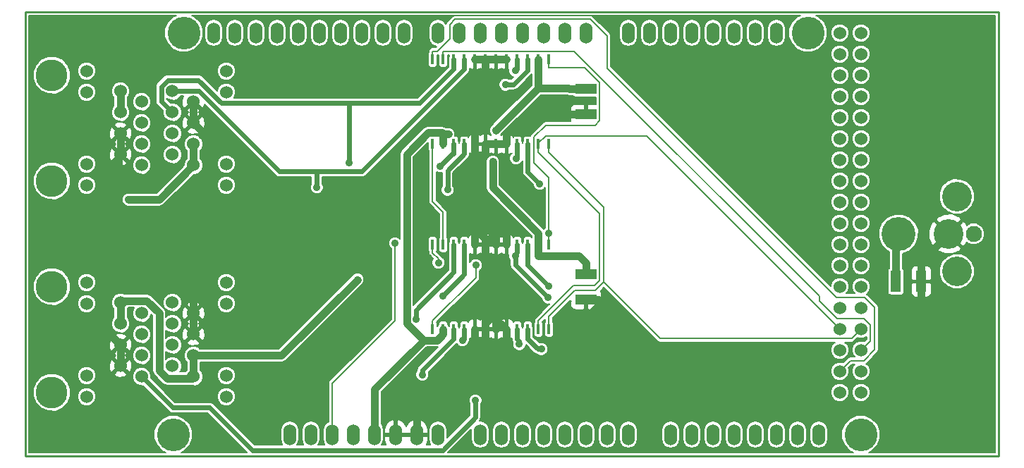
<source format=gbl>
G04 (created by PCBNEW (2013-jul-07)-stable) date Wed 20 Aug 2014 03:54:36 PM EDT*
%MOIN*%
G04 Gerber Fmt 3.4, Leading zero omitted, Abs format*
%FSLAX34Y34*%
G01*
G70*
G90*
G04 APERTURE LIST*
%ADD10C,0.00590551*%
%ADD11C,0.009*%
%ADD12C,0.155*%
%ADD13O,0.06X0.1*%
%ADD14C,0.06*%
%ADD15C,0.076*%
%ADD16C,0.14*%
%ADD17C,0.16*%
%ADD18R,0.05X0.1*%
%ADD19R,0.1X0.05*%
%ADD20R,0.015X0.05*%
%ADD21C,0.15*%
%ADD22C,0.035*%
%ADD23C,0.036*%
%ADD24C,0.008*%
%ADD25C,0.024*%
G04 APERTURE END LIST*
G54D10*
G54D11*
X89500Y-51500D02*
X43500Y-51500D01*
X43500Y-30500D02*
X89500Y-30500D01*
X43500Y-30500D02*
X43500Y-51500D01*
X89500Y-51500D02*
X89500Y-30500D01*
G54D12*
X50500Y-50500D03*
X51000Y-31500D03*
X83000Y-50500D03*
X80500Y-31500D03*
G54D13*
X56000Y-50500D03*
X57000Y-50500D03*
X58000Y-50500D03*
X59000Y-50500D03*
X60000Y-50500D03*
X61000Y-50500D03*
X62000Y-50500D03*
X63000Y-50500D03*
X65000Y-50500D03*
X66000Y-50500D03*
X67000Y-50500D03*
X68000Y-50500D03*
X69000Y-50500D03*
X70000Y-50500D03*
X71000Y-50500D03*
X72000Y-50500D03*
X74000Y-50500D03*
X75000Y-50500D03*
X76000Y-50500D03*
X77000Y-50500D03*
X78000Y-50500D03*
X79000Y-50500D03*
X80000Y-50500D03*
X81000Y-50500D03*
X52400Y-31500D03*
X53400Y-31500D03*
X54400Y-31500D03*
X55400Y-31500D03*
X56400Y-31500D03*
X57400Y-31500D03*
X58400Y-31500D03*
X59400Y-31500D03*
X60400Y-31500D03*
X61400Y-31500D03*
X63000Y-31500D03*
X70000Y-31500D03*
X69000Y-31500D03*
X68000Y-31500D03*
X67000Y-31500D03*
X66000Y-31500D03*
X65000Y-31500D03*
X64000Y-31500D03*
X72000Y-31500D03*
X73000Y-31500D03*
X74000Y-31500D03*
X75000Y-31500D03*
X76000Y-31500D03*
X77000Y-31500D03*
X78000Y-31500D03*
X79000Y-31500D03*
G54D14*
X82000Y-31500D03*
X83000Y-31500D03*
X82000Y-32500D03*
X83000Y-32500D03*
X82000Y-33500D03*
X83000Y-33500D03*
X82000Y-34500D03*
X83000Y-34500D03*
X82000Y-35500D03*
X83000Y-35500D03*
X82000Y-36500D03*
X83000Y-36500D03*
X82000Y-37500D03*
X83000Y-37500D03*
X82000Y-38500D03*
X83000Y-38500D03*
X82000Y-39500D03*
X83000Y-39500D03*
X82000Y-40500D03*
X83000Y-40500D03*
X82000Y-41500D03*
X83000Y-41500D03*
X82000Y-42500D03*
X83000Y-42500D03*
X82000Y-43500D03*
X83000Y-43500D03*
X82000Y-44500D03*
X83000Y-44500D03*
X82000Y-45500D03*
X83000Y-45500D03*
X82000Y-46500D03*
X83000Y-46500D03*
X82000Y-47500D03*
X83000Y-47500D03*
X82000Y-48500D03*
X83000Y-48500D03*
G54D15*
X88320Y-41000D03*
G54D16*
X87140Y-41000D03*
G54D17*
X84780Y-41000D03*
G54D16*
X87530Y-39230D03*
X87530Y-42770D03*
G54D18*
X84650Y-43250D03*
X85850Y-43250D03*
G54D19*
X70000Y-34150D03*
X70000Y-35350D03*
X70000Y-42900D03*
X70000Y-44100D03*
G54D20*
X65750Y-36750D03*
X66250Y-36750D03*
X66750Y-36750D03*
X67250Y-36750D03*
X67750Y-36750D03*
X68250Y-36750D03*
X65250Y-36750D03*
X64750Y-36750D03*
X64250Y-36750D03*
X63750Y-36750D03*
X63250Y-36750D03*
X62750Y-36750D03*
X62750Y-32750D03*
X63250Y-32750D03*
X63750Y-32750D03*
X64250Y-32750D03*
X64750Y-32750D03*
X65250Y-32750D03*
X65750Y-32750D03*
X66250Y-32750D03*
X66750Y-32750D03*
X67250Y-32750D03*
X67750Y-32750D03*
X68250Y-32750D03*
X65750Y-45500D03*
X66250Y-45500D03*
X66750Y-45500D03*
X67250Y-45500D03*
X67750Y-45500D03*
X68250Y-45500D03*
X65250Y-45500D03*
X64750Y-45500D03*
X64250Y-45500D03*
X63750Y-45500D03*
X63250Y-45500D03*
X62750Y-45500D03*
X62750Y-41500D03*
X63250Y-41500D03*
X63750Y-41500D03*
X64250Y-41500D03*
X64750Y-41500D03*
X65250Y-41500D03*
X65750Y-41500D03*
X66250Y-41500D03*
X66750Y-41500D03*
X67250Y-41500D03*
X67750Y-41500D03*
X68250Y-41500D03*
G54D21*
X44750Y-43500D03*
X44750Y-48500D03*
G54D14*
X46400Y-43300D03*
X46400Y-44300D03*
X46400Y-47700D03*
X46400Y-48700D03*
X48000Y-44250D03*
X48000Y-45250D03*
X48000Y-46250D03*
X48000Y-47250D03*
X49000Y-44750D03*
X49000Y-45750D03*
X49000Y-46750D03*
X49000Y-47750D03*
X50450Y-44250D03*
X50450Y-45250D03*
X51450Y-44750D03*
X51450Y-45750D03*
X50450Y-46250D03*
X51450Y-46750D03*
X50450Y-47250D03*
X51450Y-47750D03*
X53000Y-43300D03*
X53000Y-44300D03*
X53000Y-47700D03*
X53000Y-48700D03*
G54D21*
X44750Y-33500D03*
X44750Y-38500D03*
G54D14*
X46400Y-33300D03*
X46400Y-34300D03*
X46400Y-37700D03*
X46400Y-38700D03*
X48000Y-34250D03*
X48000Y-35250D03*
X48000Y-36250D03*
X48000Y-37250D03*
X49000Y-34750D03*
X49000Y-35750D03*
X49000Y-36750D03*
X49000Y-37750D03*
X50450Y-34250D03*
X50450Y-35250D03*
X51450Y-34750D03*
X51450Y-35750D03*
X50450Y-36250D03*
X51450Y-36750D03*
X50450Y-37250D03*
X51450Y-37750D03*
X53000Y-33300D03*
X53000Y-34300D03*
X53000Y-37700D03*
X53000Y-38700D03*
G54D22*
X65598Y-37582D03*
X63501Y-36277D03*
X65751Y-36103D03*
X64794Y-42488D03*
X66665Y-33289D03*
X66188Y-33941D03*
X67888Y-46445D03*
X66841Y-46215D03*
X64772Y-48874D03*
X64157Y-46036D03*
X62267Y-47665D03*
X61977Y-45039D03*
X63226Y-43934D03*
X67811Y-38625D03*
X66692Y-37425D03*
X63458Y-38915D03*
X63101Y-37803D03*
X58794Y-37655D03*
X57277Y-38805D03*
X66665Y-42052D03*
X68215Y-44008D03*
X68252Y-43460D03*
X68250Y-40971D03*
X60971Y-41439D03*
X63022Y-42367D03*
X48380Y-39378D03*
X59202Y-43156D03*
G54D23*
X69660Y-42030D02*
X70000Y-42369D01*
X67750Y-42030D02*
X69660Y-42030D01*
X70000Y-42900D02*
X70000Y-42369D01*
X67750Y-41556D02*
X67750Y-42030D01*
X67750Y-41556D02*
X67750Y-41500D01*
X67750Y-41500D02*
X67750Y-40969D01*
X63250Y-36750D02*
X63250Y-36334D01*
X63250Y-36277D02*
X63501Y-36277D01*
X60000Y-48355D02*
X60000Y-50500D01*
X62325Y-46030D02*
X60000Y-48355D01*
X63250Y-45740D02*
X63250Y-45500D01*
X62960Y-46030D02*
X63250Y-45740D01*
X62325Y-46030D02*
X62960Y-46030D01*
X70000Y-34150D02*
X69219Y-34150D01*
X63250Y-36334D02*
X63250Y-36277D01*
X61522Y-45227D02*
X62325Y-46030D01*
X61522Y-37236D02*
X61522Y-45227D01*
X62539Y-36219D02*
X61522Y-37236D01*
X63192Y-36219D02*
X62539Y-36219D01*
X63250Y-36277D02*
X63192Y-36219D01*
X69174Y-34104D02*
X69219Y-34150D01*
X67750Y-34104D02*
X69174Y-34104D01*
X67750Y-32750D02*
X67750Y-34104D01*
X67750Y-34104D02*
X65751Y-36103D01*
X65598Y-38818D02*
X65598Y-37582D01*
X67750Y-40969D02*
X65598Y-38818D01*
G54D24*
X68250Y-45500D02*
X68250Y-45109D01*
X68250Y-36750D02*
X68250Y-37140D01*
X82556Y-45943D02*
X83000Y-45500D01*
X73498Y-45943D02*
X82556Y-45943D01*
X70843Y-43287D02*
X73498Y-45943D01*
X70843Y-39733D02*
X68250Y-37140D01*
X70843Y-43287D02*
X70843Y-39733D01*
X70446Y-43684D02*
X70843Y-43287D01*
X69460Y-43684D02*
X70446Y-43684D01*
X68250Y-44894D02*
X69460Y-43684D01*
X68250Y-45109D02*
X68250Y-44894D01*
X67750Y-45500D02*
X67750Y-45109D01*
X67750Y-36900D02*
X67750Y-37140D01*
X67750Y-36900D02*
X67750Y-36750D01*
X72859Y-36359D02*
X82000Y-45500D01*
X68111Y-36359D02*
X72859Y-36359D01*
X67750Y-36721D02*
X68111Y-36359D01*
X67750Y-36750D02*
X67750Y-36721D01*
X70652Y-40042D02*
X67750Y-37140D01*
X70652Y-43207D02*
X70652Y-40042D01*
X70419Y-43440D02*
X70652Y-43207D01*
X69419Y-43440D02*
X70419Y-43440D01*
X67750Y-45109D02*
X69419Y-43440D01*
X62750Y-45500D02*
X62750Y-45109D01*
X64794Y-43065D02*
X64794Y-42488D01*
X62750Y-45109D02*
X64794Y-43065D01*
X83442Y-46057D02*
X83000Y-46500D01*
X83442Y-45308D02*
X83442Y-46057D01*
X83133Y-45000D02*
X83442Y-45308D01*
X81870Y-45000D02*
X83133Y-45000D01*
X81026Y-44156D02*
X81870Y-45000D01*
X81026Y-43935D02*
X81026Y-44156D01*
X69451Y-32359D02*
X81026Y-43935D01*
X63250Y-32359D02*
X69451Y-32359D01*
X63250Y-32750D02*
X63250Y-32359D01*
G54D25*
X66734Y-33220D02*
X66750Y-33220D01*
X66665Y-33289D02*
X66734Y-33220D01*
X66750Y-32750D02*
X66750Y-33220D01*
X67250Y-33263D02*
X67250Y-32750D01*
X66572Y-33941D02*
X67250Y-33263D01*
X66188Y-33941D02*
X66572Y-33941D01*
X67725Y-46445D02*
X67888Y-46445D01*
X67250Y-45970D02*
X67725Y-46445D01*
X67250Y-45500D02*
X67250Y-45970D01*
X66841Y-46062D02*
X66750Y-45970D01*
X66841Y-46215D02*
X66841Y-46062D01*
X66750Y-45500D02*
X66750Y-45970D01*
X64772Y-49676D02*
X64772Y-48874D01*
X63224Y-51224D02*
X64772Y-49676D01*
X54223Y-51224D02*
X63224Y-51224D01*
X52218Y-49220D02*
X54223Y-51224D01*
X50470Y-49220D02*
X52218Y-49220D01*
X49000Y-47750D02*
X50470Y-49220D01*
X64224Y-45970D02*
X64250Y-45970D01*
X64157Y-46036D02*
X64224Y-45970D01*
X64250Y-45500D02*
X64250Y-45970D01*
X63750Y-45500D02*
X63750Y-45970D01*
X62267Y-47452D02*
X62267Y-47665D01*
X63750Y-45970D02*
X62267Y-47452D01*
X61977Y-44591D02*
X61977Y-45039D01*
X63750Y-42819D02*
X61977Y-44591D01*
X63750Y-41500D02*
X63750Y-42819D01*
X64250Y-42911D02*
X64250Y-41970D01*
X63226Y-43934D02*
X64250Y-42911D01*
X64250Y-41500D02*
X64250Y-41970D01*
X67250Y-38064D02*
X67811Y-38625D01*
X67250Y-36750D02*
X67250Y-38064D01*
X66750Y-37367D02*
X66750Y-36750D01*
X66692Y-37425D02*
X66750Y-37367D01*
X64250Y-36750D02*
X64250Y-37220D01*
X63458Y-38011D02*
X63458Y-38915D01*
X64250Y-37220D02*
X63458Y-38011D01*
X63684Y-37220D02*
X63101Y-37803D01*
X63750Y-37220D02*
X63684Y-37220D01*
X63750Y-36750D02*
X63750Y-37220D01*
X63750Y-32750D02*
X63750Y-33220D01*
X58794Y-34820D02*
X58794Y-37655D01*
X52765Y-34820D02*
X58794Y-34820D01*
X51674Y-33729D02*
X52765Y-34820D01*
X50228Y-33729D02*
X51674Y-33729D01*
X49925Y-34032D02*
X50228Y-33729D01*
X49925Y-34725D02*
X49925Y-34032D01*
X50450Y-35250D02*
X49925Y-34725D01*
X62149Y-34820D02*
X63750Y-33220D01*
X58794Y-34820D02*
X62149Y-34820D01*
X64250Y-32750D02*
X64250Y-33220D01*
X57277Y-38054D02*
X57277Y-38805D01*
X55518Y-38054D02*
X57277Y-38054D01*
X51691Y-34227D02*
X55518Y-38054D01*
X50472Y-34227D02*
X51691Y-34227D01*
X50450Y-34250D02*
X50472Y-34227D01*
X59415Y-38054D02*
X64250Y-33220D01*
X57277Y-38054D02*
X59415Y-38054D01*
X66750Y-41500D02*
X66750Y-41885D01*
X66665Y-41970D02*
X66665Y-42052D01*
X66750Y-41885D02*
X66665Y-41970D01*
X66665Y-42458D02*
X68215Y-44008D01*
X66665Y-42052D02*
X66665Y-42458D01*
X67250Y-42458D02*
X68252Y-43460D01*
X67250Y-41500D02*
X67250Y-42458D01*
G54D24*
X68250Y-41500D02*
X68250Y-41126D01*
X68250Y-32750D02*
X68250Y-33140D01*
X58000Y-48078D02*
X58000Y-50500D01*
X60971Y-45106D02*
X58000Y-48078D01*
X60971Y-41439D02*
X60971Y-45106D01*
X68250Y-38346D02*
X68250Y-40971D01*
X67534Y-37631D02*
X68250Y-38346D01*
X67534Y-36417D02*
X67534Y-37631D01*
X68087Y-35864D02*
X67534Y-36417D01*
X70441Y-35864D02*
X68087Y-35864D01*
X70652Y-35653D02*
X70441Y-35864D01*
X70652Y-33853D02*
X70652Y-35653D01*
X69938Y-33140D02*
X70652Y-33853D01*
X68250Y-33140D02*
X69938Y-33140D01*
X68250Y-40971D02*
X68250Y-41126D01*
X63022Y-42162D02*
X63022Y-42367D01*
X62750Y-41890D02*
X63022Y-42162D01*
X62750Y-41500D02*
X62750Y-41890D01*
X62965Y-32359D02*
X62750Y-32359D01*
X63559Y-31765D02*
X62965Y-32359D01*
X63559Y-31102D02*
X63559Y-31765D01*
X63810Y-30851D02*
X63559Y-31102D01*
X70201Y-30851D02*
X63810Y-30851D01*
X71000Y-31649D02*
X70201Y-30851D01*
X71000Y-33157D02*
X71000Y-31649D01*
X81842Y-44000D02*
X71000Y-33157D01*
X83162Y-44000D02*
X81842Y-44000D01*
X83645Y-44482D02*
X83162Y-44000D01*
X83645Y-46484D02*
X83645Y-44482D01*
X83129Y-47000D02*
X83645Y-46484D01*
X82500Y-47000D02*
X83129Y-47000D01*
X82000Y-47500D02*
X82500Y-47000D01*
X62750Y-32750D02*
X62750Y-32359D01*
X62750Y-39484D02*
X62750Y-36750D01*
X63250Y-39984D02*
X62750Y-39484D01*
X63250Y-41500D02*
X63250Y-39984D01*
G54D23*
X66250Y-40969D02*
X65750Y-40969D01*
X66250Y-41500D02*
X66250Y-40969D01*
X66250Y-32750D02*
X65750Y-32750D01*
X85850Y-42290D02*
X85850Y-43250D01*
X87140Y-41000D02*
X85850Y-42290D01*
X62000Y-50500D02*
X62000Y-49719D01*
X64750Y-45500D02*
X64750Y-46030D01*
X64750Y-46030D02*
X65250Y-46030D01*
X64750Y-46969D02*
X64750Y-46030D01*
X62000Y-49719D02*
X64750Y-46969D01*
X48000Y-46250D02*
X48000Y-47250D01*
X51450Y-44750D02*
X51450Y-45750D01*
X65250Y-45632D02*
X65250Y-46030D01*
X65250Y-45632D02*
X65250Y-45500D01*
X65250Y-44969D02*
X65250Y-42030D01*
X65250Y-41500D02*
X65250Y-42030D01*
X65750Y-41500D02*
X65750Y-41234D01*
X65750Y-41234D02*
X65750Y-40969D01*
X65750Y-41234D02*
X65250Y-41234D01*
X66250Y-36750D02*
X66250Y-36294D01*
X48000Y-37250D02*
X48000Y-36250D01*
X47917Y-37332D02*
X47917Y-39844D01*
X48000Y-37250D02*
X47917Y-37332D01*
X47406Y-45656D02*
X48000Y-46250D01*
X47406Y-40355D02*
X47406Y-45656D01*
X47917Y-39844D02*
X47406Y-40355D01*
X65250Y-45500D02*
X65250Y-45234D01*
X65250Y-45234D02*
X65250Y-44969D01*
X65515Y-44969D02*
X65750Y-44969D01*
X65250Y-45234D02*
X65515Y-44969D01*
X65750Y-45500D02*
X65750Y-45234D01*
X65750Y-45234D02*
X65750Y-44969D01*
X65984Y-45234D02*
X66250Y-45500D01*
X65750Y-45234D02*
X65984Y-45234D01*
X70000Y-44100D02*
X70609Y-44100D01*
X85850Y-46494D02*
X85850Y-43250D01*
X83258Y-49085D02*
X85850Y-46494D01*
X75314Y-49085D02*
X83258Y-49085D01*
X70609Y-44380D02*
X75314Y-49085D01*
X70609Y-44100D02*
X70609Y-44380D01*
X66250Y-46281D02*
X66250Y-45500D01*
X66874Y-46906D02*
X66250Y-46281D01*
X68083Y-46906D02*
X66874Y-46906D01*
X70609Y-44380D02*
X68083Y-46906D01*
X64750Y-32750D02*
X65250Y-32750D01*
X65250Y-32750D02*
X65750Y-32750D01*
X67194Y-35350D02*
X70000Y-35350D01*
X66250Y-36294D02*
X67194Y-35350D01*
X65250Y-41500D02*
X65250Y-41234D01*
X65250Y-36750D02*
X65750Y-36750D01*
X65750Y-36750D02*
X66250Y-36750D01*
X51450Y-44750D02*
X51450Y-39844D01*
X51450Y-39844D02*
X47917Y-39844D01*
X51450Y-35750D02*
X51450Y-34750D01*
X64750Y-36750D02*
X64750Y-37280D01*
X65250Y-36750D02*
X65250Y-37280D01*
X64974Y-37280D02*
X64963Y-37291D01*
X65250Y-37280D02*
X64974Y-37280D01*
X64761Y-37291D02*
X64750Y-37280D01*
X64963Y-37291D02*
X64761Y-37291D01*
X64941Y-40969D02*
X64750Y-40969D01*
X64963Y-40948D02*
X64941Y-40969D01*
X64963Y-37291D02*
X64963Y-40948D01*
X64963Y-40948D02*
X65250Y-41234D01*
X64750Y-41500D02*
X64750Y-40969D01*
X52042Y-39252D02*
X51450Y-39844D01*
X52042Y-36342D02*
X52042Y-39252D01*
X51450Y-35750D02*
X52042Y-36342D01*
X64750Y-36750D02*
X64750Y-36219D01*
X65250Y-34752D02*
X65250Y-32750D01*
X64266Y-35736D02*
X65250Y-34752D01*
X62299Y-35736D02*
X64266Y-35736D01*
X58752Y-39283D02*
X62299Y-35736D01*
X52074Y-39283D02*
X58752Y-39283D01*
X52042Y-39252D02*
X52074Y-39283D01*
X64266Y-35736D02*
X64750Y-36219D01*
X48000Y-35250D02*
X48000Y-34250D01*
X51450Y-46750D02*
X51450Y-47750D01*
X55608Y-46750D02*
X59202Y-43156D01*
X51450Y-46750D02*
X55608Y-46750D01*
X84650Y-41130D02*
X84650Y-43250D01*
X84780Y-41000D02*
X84650Y-41130D01*
X49821Y-39378D02*
X51450Y-37750D01*
X48380Y-39378D02*
X49821Y-39378D01*
X51450Y-37750D02*
X51450Y-36750D01*
X48083Y-44166D02*
X48000Y-44250D01*
X49239Y-44166D02*
X48083Y-44166D01*
X49826Y-44753D02*
X49239Y-44166D01*
X49826Y-47457D02*
X49826Y-44753D01*
X50210Y-47842D02*
X49826Y-47457D01*
X51357Y-47842D02*
X50210Y-47842D01*
X51450Y-47750D02*
X51357Y-47842D01*
X48000Y-44250D02*
X48000Y-45250D01*
G54D10*
G36*
X89335Y-51335D02*
X88840Y-51335D01*
X88840Y-40897D01*
X88761Y-40705D01*
X88614Y-40559D01*
X88423Y-40480D01*
X88370Y-40480D01*
X88370Y-39063D01*
X88242Y-38754D01*
X88006Y-38518D01*
X87697Y-38390D01*
X87363Y-38389D01*
X87054Y-38517D01*
X86818Y-38753D01*
X86690Y-39062D01*
X86689Y-39396D01*
X86817Y-39705D01*
X87053Y-39941D01*
X87362Y-40069D01*
X87696Y-40070D01*
X88005Y-39942D01*
X88241Y-39706D01*
X88369Y-39397D01*
X88370Y-39063D01*
X88370Y-40480D01*
X88217Y-40479D01*
X88025Y-40558D01*
X87992Y-40591D01*
X87949Y-40486D01*
X87816Y-40408D01*
X87731Y-40493D01*
X87731Y-40323D01*
X87653Y-40190D01*
X87304Y-40055D01*
X86931Y-40064D01*
X86626Y-40190D01*
X86548Y-40323D01*
X87140Y-40915D01*
X87731Y-40323D01*
X87731Y-40493D01*
X87224Y-41000D01*
X87816Y-41591D01*
X87949Y-41513D01*
X87990Y-41406D01*
X88025Y-41440D01*
X88216Y-41519D01*
X88422Y-41520D01*
X88614Y-41441D01*
X88760Y-41294D01*
X88839Y-41103D01*
X88840Y-40897D01*
X88840Y-51335D01*
X88370Y-51335D01*
X88370Y-42603D01*
X88242Y-42294D01*
X88006Y-42058D01*
X87731Y-41944D01*
X87731Y-41676D01*
X87140Y-41084D01*
X87055Y-41169D01*
X87055Y-41000D01*
X86463Y-40408D01*
X86330Y-40486D01*
X86195Y-40835D01*
X86204Y-41208D01*
X86330Y-41513D01*
X86463Y-41591D01*
X87055Y-41000D01*
X87055Y-41169D01*
X86548Y-41676D01*
X86626Y-41809D01*
X86975Y-41944D01*
X87348Y-41935D01*
X87653Y-41809D01*
X87731Y-41676D01*
X87731Y-41944D01*
X87697Y-41930D01*
X87363Y-41929D01*
X87054Y-42057D01*
X86818Y-42293D01*
X86690Y-42602D01*
X86689Y-42936D01*
X86817Y-43245D01*
X87053Y-43481D01*
X87362Y-43609D01*
X87696Y-43610D01*
X88005Y-43482D01*
X88241Y-43246D01*
X88369Y-42937D01*
X88370Y-42603D01*
X88370Y-51335D01*
X86340Y-51335D01*
X86340Y-43702D01*
X86340Y-42797D01*
X86339Y-42702D01*
X86303Y-42613D01*
X86235Y-42546D01*
X86147Y-42509D01*
X85970Y-42510D01*
X85910Y-42570D01*
X85910Y-43190D01*
X86280Y-43190D01*
X86340Y-43130D01*
X86340Y-42797D01*
X86340Y-43702D01*
X86340Y-43370D01*
X86280Y-43310D01*
X85910Y-43310D01*
X85910Y-43930D01*
X85970Y-43990D01*
X86147Y-43990D01*
X86235Y-43953D01*
X86303Y-43886D01*
X86339Y-43797D01*
X86340Y-43702D01*
X86340Y-51335D01*
X85790Y-51335D01*
X85790Y-43930D01*
X85790Y-43310D01*
X85790Y-43190D01*
X85790Y-42570D01*
X85730Y-42510D01*
X85720Y-42509D01*
X85720Y-40813D01*
X85577Y-40468D01*
X85313Y-40203D01*
X84967Y-40060D01*
X84593Y-40059D01*
X84248Y-40202D01*
X83983Y-40466D01*
X83840Y-40812D01*
X83839Y-41186D01*
X83982Y-41531D01*
X84246Y-41796D01*
X84330Y-41830D01*
X84330Y-42627D01*
X84320Y-42631D01*
X84281Y-42670D01*
X84260Y-42722D01*
X84259Y-42777D01*
X84259Y-43777D01*
X84281Y-43829D01*
X84320Y-43868D01*
X84372Y-43889D01*
X84427Y-43890D01*
X84927Y-43890D01*
X84979Y-43868D01*
X85018Y-43829D01*
X85039Y-43777D01*
X85040Y-43722D01*
X85040Y-42722D01*
X85018Y-42670D01*
X84979Y-42631D01*
X84970Y-42627D01*
X84970Y-41938D01*
X85311Y-41797D01*
X85576Y-41533D01*
X85719Y-41187D01*
X85720Y-40813D01*
X85720Y-42509D01*
X85552Y-42509D01*
X85464Y-42546D01*
X85396Y-42613D01*
X85360Y-42702D01*
X85359Y-42797D01*
X85360Y-43130D01*
X85420Y-43190D01*
X85790Y-43190D01*
X85790Y-43310D01*
X85420Y-43310D01*
X85360Y-43370D01*
X85359Y-43702D01*
X85360Y-43797D01*
X85396Y-43886D01*
X85464Y-43953D01*
X85552Y-43990D01*
X85730Y-43990D01*
X85790Y-43930D01*
X85790Y-51335D01*
X83375Y-51335D01*
X83517Y-51276D01*
X83775Y-51018D01*
X83914Y-50682D01*
X83915Y-50318D01*
X83825Y-50100D01*
X83825Y-46484D01*
X83825Y-44482D01*
X83811Y-44414D01*
X83772Y-44355D01*
X83289Y-43872D01*
X83265Y-43856D01*
X83372Y-43749D01*
X83439Y-43587D01*
X83440Y-43412D01*
X83440Y-42412D01*
X83440Y-41412D01*
X83440Y-40412D01*
X83440Y-39412D01*
X83440Y-38412D01*
X83440Y-37412D01*
X83440Y-36412D01*
X83440Y-35412D01*
X83440Y-34412D01*
X83440Y-33412D01*
X83440Y-32412D01*
X83440Y-31412D01*
X83373Y-31251D01*
X83249Y-31127D01*
X83087Y-31060D01*
X82912Y-31059D01*
X82751Y-31126D01*
X82627Y-31250D01*
X82560Y-31412D01*
X82559Y-31587D01*
X82626Y-31748D01*
X82750Y-31872D01*
X82912Y-31939D01*
X83087Y-31940D01*
X83248Y-31873D01*
X83372Y-31749D01*
X83439Y-31587D01*
X83440Y-31412D01*
X83440Y-32412D01*
X83373Y-32251D01*
X83249Y-32127D01*
X83087Y-32060D01*
X82912Y-32059D01*
X82751Y-32126D01*
X82627Y-32250D01*
X82560Y-32412D01*
X82559Y-32587D01*
X82626Y-32748D01*
X82750Y-32872D01*
X82912Y-32939D01*
X83087Y-32940D01*
X83248Y-32873D01*
X83372Y-32749D01*
X83439Y-32587D01*
X83440Y-32412D01*
X83440Y-33412D01*
X83373Y-33251D01*
X83249Y-33127D01*
X83087Y-33060D01*
X82912Y-33059D01*
X82751Y-33126D01*
X82627Y-33250D01*
X82560Y-33412D01*
X82559Y-33587D01*
X82626Y-33748D01*
X82750Y-33872D01*
X82912Y-33939D01*
X83087Y-33940D01*
X83248Y-33873D01*
X83372Y-33749D01*
X83439Y-33587D01*
X83440Y-33412D01*
X83440Y-34412D01*
X83373Y-34251D01*
X83249Y-34127D01*
X83087Y-34060D01*
X82912Y-34059D01*
X82751Y-34126D01*
X82627Y-34250D01*
X82560Y-34412D01*
X82559Y-34587D01*
X82626Y-34748D01*
X82750Y-34872D01*
X82912Y-34939D01*
X83087Y-34940D01*
X83248Y-34873D01*
X83372Y-34749D01*
X83439Y-34587D01*
X83440Y-34412D01*
X83440Y-35412D01*
X83373Y-35251D01*
X83249Y-35127D01*
X83087Y-35060D01*
X82912Y-35059D01*
X82751Y-35126D01*
X82627Y-35250D01*
X82560Y-35412D01*
X82559Y-35587D01*
X82626Y-35748D01*
X82750Y-35872D01*
X82912Y-35939D01*
X83087Y-35940D01*
X83248Y-35873D01*
X83372Y-35749D01*
X83439Y-35587D01*
X83440Y-35412D01*
X83440Y-36412D01*
X83373Y-36251D01*
X83249Y-36127D01*
X83087Y-36060D01*
X82912Y-36059D01*
X82751Y-36126D01*
X82627Y-36250D01*
X82560Y-36412D01*
X82559Y-36587D01*
X82626Y-36748D01*
X82750Y-36872D01*
X82912Y-36939D01*
X83087Y-36940D01*
X83248Y-36873D01*
X83372Y-36749D01*
X83439Y-36587D01*
X83440Y-36412D01*
X83440Y-37412D01*
X83373Y-37251D01*
X83249Y-37127D01*
X83087Y-37060D01*
X82912Y-37059D01*
X82751Y-37126D01*
X82627Y-37250D01*
X82560Y-37412D01*
X82559Y-37587D01*
X82626Y-37748D01*
X82750Y-37872D01*
X82912Y-37939D01*
X83087Y-37940D01*
X83248Y-37873D01*
X83372Y-37749D01*
X83439Y-37587D01*
X83440Y-37412D01*
X83440Y-38412D01*
X83373Y-38251D01*
X83249Y-38127D01*
X83087Y-38060D01*
X82912Y-38059D01*
X82751Y-38126D01*
X82627Y-38250D01*
X82560Y-38412D01*
X82559Y-38587D01*
X82626Y-38748D01*
X82750Y-38872D01*
X82912Y-38939D01*
X83087Y-38940D01*
X83248Y-38873D01*
X83372Y-38749D01*
X83439Y-38587D01*
X83440Y-38412D01*
X83440Y-39412D01*
X83373Y-39251D01*
X83249Y-39127D01*
X83087Y-39060D01*
X82912Y-39059D01*
X82751Y-39126D01*
X82627Y-39250D01*
X82560Y-39412D01*
X82559Y-39587D01*
X82626Y-39748D01*
X82750Y-39872D01*
X82912Y-39939D01*
X83087Y-39940D01*
X83248Y-39873D01*
X83372Y-39749D01*
X83439Y-39587D01*
X83440Y-39412D01*
X83440Y-40412D01*
X83373Y-40251D01*
X83249Y-40127D01*
X83087Y-40060D01*
X82912Y-40059D01*
X82751Y-40126D01*
X82627Y-40250D01*
X82560Y-40412D01*
X82559Y-40587D01*
X82626Y-40748D01*
X82750Y-40872D01*
X82912Y-40939D01*
X83087Y-40940D01*
X83248Y-40873D01*
X83372Y-40749D01*
X83439Y-40587D01*
X83440Y-40412D01*
X83440Y-41412D01*
X83373Y-41251D01*
X83249Y-41127D01*
X83087Y-41060D01*
X82912Y-41059D01*
X82751Y-41126D01*
X82627Y-41250D01*
X82560Y-41412D01*
X82559Y-41587D01*
X82626Y-41748D01*
X82750Y-41872D01*
X82912Y-41939D01*
X83087Y-41940D01*
X83248Y-41873D01*
X83372Y-41749D01*
X83439Y-41587D01*
X83440Y-41412D01*
X83440Y-42412D01*
X83373Y-42251D01*
X83249Y-42127D01*
X83087Y-42060D01*
X82912Y-42059D01*
X82751Y-42126D01*
X82627Y-42250D01*
X82560Y-42412D01*
X82559Y-42587D01*
X82626Y-42748D01*
X82750Y-42872D01*
X82912Y-42939D01*
X83087Y-42940D01*
X83248Y-42873D01*
X83372Y-42749D01*
X83439Y-42587D01*
X83440Y-42412D01*
X83440Y-43412D01*
X83373Y-43251D01*
X83249Y-43127D01*
X83087Y-43060D01*
X82912Y-43059D01*
X82751Y-43126D01*
X82627Y-43250D01*
X82560Y-43412D01*
X82559Y-43587D01*
X82626Y-43748D01*
X82697Y-43820D01*
X82302Y-43820D01*
X82372Y-43749D01*
X82439Y-43587D01*
X82440Y-43412D01*
X82440Y-42412D01*
X82440Y-41412D01*
X82440Y-40412D01*
X82440Y-39412D01*
X82440Y-38412D01*
X82440Y-37412D01*
X82440Y-36412D01*
X82440Y-35412D01*
X82440Y-34412D01*
X82440Y-33412D01*
X82440Y-32412D01*
X82440Y-31412D01*
X82373Y-31251D01*
X82249Y-31127D01*
X82087Y-31060D01*
X81912Y-31059D01*
X81751Y-31126D01*
X81627Y-31250D01*
X81560Y-31412D01*
X81559Y-31587D01*
X81626Y-31748D01*
X81750Y-31872D01*
X81912Y-31939D01*
X82087Y-31940D01*
X82248Y-31873D01*
X82372Y-31749D01*
X82439Y-31587D01*
X82440Y-31412D01*
X82440Y-32412D01*
X82373Y-32251D01*
X82249Y-32127D01*
X82087Y-32060D01*
X81912Y-32059D01*
X81751Y-32126D01*
X81627Y-32250D01*
X81560Y-32412D01*
X81559Y-32587D01*
X81626Y-32748D01*
X81750Y-32872D01*
X81912Y-32939D01*
X82087Y-32940D01*
X82248Y-32873D01*
X82372Y-32749D01*
X82439Y-32587D01*
X82440Y-32412D01*
X82440Y-33412D01*
X82373Y-33251D01*
X82249Y-33127D01*
X82087Y-33060D01*
X81912Y-33059D01*
X81751Y-33126D01*
X81627Y-33250D01*
X81560Y-33412D01*
X81559Y-33587D01*
X81626Y-33748D01*
X81750Y-33872D01*
X81912Y-33939D01*
X82087Y-33940D01*
X82248Y-33873D01*
X82372Y-33749D01*
X82439Y-33587D01*
X82440Y-33412D01*
X82440Y-34412D01*
X82373Y-34251D01*
X82249Y-34127D01*
X82087Y-34060D01*
X81912Y-34059D01*
X81751Y-34126D01*
X81627Y-34250D01*
X81560Y-34412D01*
X81559Y-34587D01*
X81626Y-34748D01*
X81750Y-34872D01*
X81912Y-34939D01*
X82087Y-34940D01*
X82248Y-34873D01*
X82372Y-34749D01*
X82439Y-34587D01*
X82440Y-34412D01*
X82440Y-35412D01*
X82373Y-35251D01*
X82249Y-35127D01*
X82087Y-35060D01*
X81912Y-35059D01*
X81751Y-35126D01*
X81627Y-35250D01*
X81560Y-35412D01*
X81559Y-35587D01*
X81626Y-35748D01*
X81750Y-35872D01*
X81912Y-35939D01*
X82087Y-35940D01*
X82248Y-35873D01*
X82372Y-35749D01*
X82439Y-35587D01*
X82440Y-35412D01*
X82440Y-36412D01*
X82373Y-36251D01*
X82249Y-36127D01*
X82087Y-36060D01*
X81912Y-36059D01*
X81751Y-36126D01*
X81627Y-36250D01*
X81560Y-36412D01*
X81559Y-36587D01*
X81626Y-36748D01*
X81750Y-36872D01*
X81912Y-36939D01*
X82087Y-36940D01*
X82248Y-36873D01*
X82372Y-36749D01*
X82439Y-36587D01*
X82440Y-36412D01*
X82440Y-37412D01*
X82373Y-37251D01*
X82249Y-37127D01*
X82087Y-37060D01*
X81912Y-37059D01*
X81751Y-37126D01*
X81627Y-37250D01*
X81560Y-37412D01*
X81559Y-37587D01*
X81626Y-37748D01*
X81750Y-37872D01*
X81912Y-37939D01*
X82087Y-37940D01*
X82248Y-37873D01*
X82372Y-37749D01*
X82439Y-37587D01*
X82440Y-37412D01*
X82440Y-38412D01*
X82373Y-38251D01*
X82249Y-38127D01*
X82087Y-38060D01*
X81912Y-38059D01*
X81751Y-38126D01*
X81627Y-38250D01*
X81560Y-38412D01*
X81559Y-38587D01*
X81626Y-38748D01*
X81750Y-38872D01*
X81912Y-38939D01*
X82087Y-38940D01*
X82248Y-38873D01*
X82372Y-38749D01*
X82439Y-38587D01*
X82440Y-38412D01*
X82440Y-39412D01*
X82373Y-39251D01*
X82249Y-39127D01*
X82087Y-39060D01*
X81912Y-39059D01*
X81751Y-39126D01*
X81627Y-39250D01*
X81560Y-39412D01*
X81559Y-39587D01*
X81626Y-39748D01*
X81750Y-39872D01*
X81912Y-39939D01*
X82087Y-39940D01*
X82248Y-39873D01*
X82372Y-39749D01*
X82439Y-39587D01*
X82440Y-39412D01*
X82440Y-40412D01*
X82373Y-40251D01*
X82249Y-40127D01*
X82087Y-40060D01*
X81912Y-40059D01*
X81751Y-40126D01*
X81627Y-40250D01*
X81560Y-40412D01*
X81559Y-40587D01*
X81626Y-40748D01*
X81750Y-40872D01*
X81912Y-40939D01*
X82087Y-40940D01*
X82248Y-40873D01*
X82372Y-40749D01*
X82439Y-40587D01*
X82440Y-40412D01*
X82440Y-41412D01*
X82373Y-41251D01*
X82249Y-41127D01*
X82087Y-41060D01*
X81912Y-41059D01*
X81751Y-41126D01*
X81627Y-41250D01*
X81560Y-41412D01*
X81559Y-41587D01*
X81626Y-41748D01*
X81750Y-41872D01*
X81912Y-41939D01*
X82087Y-41940D01*
X82248Y-41873D01*
X82372Y-41749D01*
X82439Y-41587D01*
X82440Y-41412D01*
X82440Y-42412D01*
X82373Y-42251D01*
X82249Y-42127D01*
X82087Y-42060D01*
X81912Y-42059D01*
X81751Y-42126D01*
X81627Y-42250D01*
X81560Y-42412D01*
X81559Y-42587D01*
X81626Y-42748D01*
X81750Y-42872D01*
X81912Y-42939D01*
X82087Y-42940D01*
X82248Y-42873D01*
X82372Y-42749D01*
X82439Y-42587D01*
X82440Y-42412D01*
X82440Y-43412D01*
X82373Y-43251D01*
X82249Y-43127D01*
X82087Y-43060D01*
X81912Y-43059D01*
X81751Y-43126D01*
X81627Y-43250D01*
X81560Y-43412D01*
X81560Y-43463D01*
X79440Y-41343D01*
X79440Y-31712D01*
X79440Y-31287D01*
X79406Y-31119D01*
X79311Y-30976D01*
X79168Y-30880D01*
X79000Y-30847D01*
X78831Y-30880D01*
X78688Y-30976D01*
X78593Y-31119D01*
X78560Y-31287D01*
X78560Y-31712D01*
X78593Y-31880D01*
X78688Y-32023D01*
X78831Y-32119D01*
X79000Y-32152D01*
X79168Y-32119D01*
X79311Y-32023D01*
X79406Y-31880D01*
X79440Y-31712D01*
X79440Y-41343D01*
X78440Y-40343D01*
X78440Y-31712D01*
X78440Y-31287D01*
X78406Y-31119D01*
X78311Y-30976D01*
X78168Y-30880D01*
X78000Y-30847D01*
X77831Y-30880D01*
X77688Y-30976D01*
X77593Y-31119D01*
X77560Y-31287D01*
X77560Y-31712D01*
X77593Y-31880D01*
X77688Y-32023D01*
X77831Y-32119D01*
X78000Y-32152D01*
X78168Y-32119D01*
X78311Y-32023D01*
X78406Y-31880D01*
X78440Y-31712D01*
X78440Y-40343D01*
X77440Y-39343D01*
X77440Y-31712D01*
X77440Y-31287D01*
X77406Y-31119D01*
X77311Y-30976D01*
X77168Y-30880D01*
X77000Y-30847D01*
X76831Y-30880D01*
X76688Y-30976D01*
X76593Y-31119D01*
X76560Y-31287D01*
X76560Y-31712D01*
X76593Y-31880D01*
X76688Y-32023D01*
X76831Y-32119D01*
X77000Y-32152D01*
X77168Y-32119D01*
X77311Y-32023D01*
X77406Y-31880D01*
X77440Y-31712D01*
X77440Y-39343D01*
X76440Y-38343D01*
X76440Y-31712D01*
X76440Y-31287D01*
X76406Y-31119D01*
X76311Y-30976D01*
X76168Y-30880D01*
X76000Y-30847D01*
X75831Y-30880D01*
X75688Y-30976D01*
X75593Y-31119D01*
X75560Y-31287D01*
X75560Y-31712D01*
X75593Y-31880D01*
X75688Y-32023D01*
X75831Y-32119D01*
X76000Y-32152D01*
X76168Y-32119D01*
X76311Y-32023D01*
X76406Y-31880D01*
X76440Y-31712D01*
X76440Y-38343D01*
X75440Y-37343D01*
X75440Y-31712D01*
X75440Y-31287D01*
X75406Y-31119D01*
X75311Y-30976D01*
X75168Y-30880D01*
X75000Y-30847D01*
X74831Y-30880D01*
X74688Y-30976D01*
X74593Y-31119D01*
X74560Y-31287D01*
X74560Y-31712D01*
X74593Y-31880D01*
X74688Y-32023D01*
X74831Y-32119D01*
X75000Y-32152D01*
X75168Y-32119D01*
X75311Y-32023D01*
X75406Y-31880D01*
X75440Y-31712D01*
X75440Y-37343D01*
X74440Y-36343D01*
X74440Y-31712D01*
X74440Y-31287D01*
X74406Y-31119D01*
X74311Y-30976D01*
X74168Y-30880D01*
X74000Y-30847D01*
X73831Y-30880D01*
X73688Y-30976D01*
X73593Y-31119D01*
X73560Y-31287D01*
X73560Y-31712D01*
X73593Y-31880D01*
X73688Y-32023D01*
X73831Y-32119D01*
X74000Y-32152D01*
X74168Y-32119D01*
X74311Y-32023D01*
X74406Y-31880D01*
X74440Y-31712D01*
X74440Y-36343D01*
X73440Y-35343D01*
X73440Y-31712D01*
X73440Y-31287D01*
X73406Y-31119D01*
X73311Y-30976D01*
X73168Y-30880D01*
X73000Y-30847D01*
X72831Y-30880D01*
X72688Y-30976D01*
X72593Y-31119D01*
X72560Y-31287D01*
X72560Y-31712D01*
X72593Y-31880D01*
X72688Y-32023D01*
X72831Y-32119D01*
X73000Y-32152D01*
X73168Y-32119D01*
X73311Y-32023D01*
X73406Y-31880D01*
X73440Y-31712D01*
X73440Y-35343D01*
X72440Y-34343D01*
X72440Y-31712D01*
X72440Y-31287D01*
X72406Y-31119D01*
X72311Y-30976D01*
X72168Y-30880D01*
X72000Y-30847D01*
X71831Y-30880D01*
X71688Y-30976D01*
X71593Y-31119D01*
X71560Y-31287D01*
X71560Y-31712D01*
X71593Y-31880D01*
X71688Y-32023D01*
X71831Y-32119D01*
X72000Y-32152D01*
X72168Y-32119D01*
X72311Y-32023D01*
X72406Y-31880D01*
X72440Y-31712D01*
X72440Y-34343D01*
X71180Y-33083D01*
X71180Y-31649D01*
X71179Y-31649D01*
X71166Y-31580D01*
X71142Y-31545D01*
X71127Y-31522D01*
X71127Y-31522D01*
X70329Y-30724D01*
X70270Y-30685D01*
X70201Y-30671D01*
X63810Y-30671D01*
X63741Y-30685D01*
X63722Y-30698D01*
X63683Y-30724D01*
X63432Y-30975D01*
X63393Y-31033D01*
X63383Y-31084D01*
X63311Y-30976D01*
X63168Y-30880D01*
X63000Y-30847D01*
X62831Y-30880D01*
X62688Y-30976D01*
X62593Y-31119D01*
X62560Y-31287D01*
X62560Y-31712D01*
X62593Y-31880D01*
X62688Y-32023D01*
X62831Y-32119D01*
X62931Y-32138D01*
X62890Y-32179D01*
X62750Y-32179D01*
X62681Y-32193D01*
X62622Y-32232D01*
X62583Y-32290D01*
X62570Y-32359D01*
X62570Y-32406D01*
X62556Y-32420D01*
X62535Y-32472D01*
X62534Y-32527D01*
X62534Y-33027D01*
X62556Y-33079D01*
X62595Y-33118D01*
X62647Y-33139D01*
X62702Y-33140D01*
X62852Y-33140D01*
X62904Y-33118D01*
X62943Y-33079D01*
X62964Y-33027D01*
X62965Y-32972D01*
X62965Y-32539D01*
X62965Y-32539D01*
X63034Y-32526D01*
X63034Y-32525D01*
X63034Y-32527D01*
X63034Y-33027D01*
X63056Y-33079D01*
X63095Y-33118D01*
X63147Y-33139D01*
X63202Y-33140D01*
X63352Y-33140D01*
X63404Y-33118D01*
X63443Y-33079D01*
X63464Y-33027D01*
X63465Y-32972D01*
X63465Y-32539D01*
X63534Y-32539D01*
X63534Y-32612D01*
X63509Y-32650D01*
X63490Y-32750D01*
X63490Y-33112D01*
X62041Y-34560D01*
X61840Y-34560D01*
X61840Y-31712D01*
X61840Y-31287D01*
X61806Y-31119D01*
X61711Y-30976D01*
X61568Y-30880D01*
X61400Y-30847D01*
X61231Y-30880D01*
X61088Y-30976D01*
X60993Y-31119D01*
X60960Y-31287D01*
X60960Y-31712D01*
X60993Y-31880D01*
X61088Y-32023D01*
X61231Y-32119D01*
X61400Y-32152D01*
X61568Y-32119D01*
X61711Y-32023D01*
X61806Y-31880D01*
X61840Y-31712D01*
X61840Y-34560D01*
X60840Y-34560D01*
X60840Y-31712D01*
X60840Y-31287D01*
X60806Y-31119D01*
X60711Y-30976D01*
X60568Y-30880D01*
X60400Y-30847D01*
X60231Y-30880D01*
X60088Y-30976D01*
X59993Y-31119D01*
X59960Y-31287D01*
X59960Y-31712D01*
X59993Y-31880D01*
X60088Y-32023D01*
X60231Y-32119D01*
X60400Y-32152D01*
X60568Y-32119D01*
X60711Y-32023D01*
X60806Y-31880D01*
X60840Y-31712D01*
X60840Y-34560D01*
X59840Y-34560D01*
X59840Y-31712D01*
X59840Y-31287D01*
X59806Y-31119D01*
X59711Y-30976D01*
X59568Y-30880D01*
X59400Y-30847D01*
X59231Y-30880D01*
X59088Y-30976D01*
X58993Y-31119D01*
X58960Y-31287D01*
X58960Y-31712D01*
X58993Y-31880D01*
X59088Y-32023D01*
X59231Y-32119D01*
X59400Y-32152D01*
X59568Y-32119D01*
X59711Y-32023D01*
X59806Y-31880D01*
X59840Y-31712D01*
X59840Y-34560D01*
X58840Y-34560D01*
X58840Y-31712D01*
X58840Y-31287D01*
X58806Y-31119D01*
X58711Y-30976D01*
X58568Y-30880D01*
X58400Y-30847D01*
X58231Y-30880D01*
X58088Y-30976D01*
X57993Y-31119D01*
X57960Y-31287D01*
X57960Y-31712D01*
X57993Y-31880D01*
X58088Y-32023D01*
X58231Y-32119D01*
X58400Y-32152D01*
X58568Y-32119D01*
X58711Y-32023D01*
X58806Y-31880D01*
X58840Y-31712D01*
X58840Y-34560D01*
X58794Y-34560D01*
X57840Y-34560D01*
X57840Y-31712D01*
X57840Y-31287D01*
X57806Y-31119D01*
X57711Y-30976D01*
X57568Y-30880D01*
X57400Y-30847D01*
X57231Y-30880D01*
X57088Y-30976D01*
X56993Y-31119D01*
X56960Y-31287D01*
X56960Y-31712D01*
X56993Y-31880D01*
X57088Y-32023D01*
X57231Y-32119D01*
X57400Y-32152D01*
X57568Y-32119D01*
X57711Y-32023D01*
X57806Y-31880D01*
X57840Y-31712D01*
X57840Y-34560D01*
X56840Y-34560D01*
X56840Y-31712D01*
X56840Y-31287D01*
X56806Y-31119D01*
X56711Y-30976D01*
X56568Y-30880D01*
X56400Y-30847D01*
X56231Y-30880D01*
X56088Y-30976D01*
X55993Y-31119D01*
X55960Y-31287D01*
X55960Y-31712D01*
X55993Y-31880D01*
X56088Y-32023D01*
X56231Y-32119D01*
X56400Y-32152D01*
X56568Y-32119D01*
X56711Y-32023D01*
X56806Y-31880D01*
X56840Y-31712D01*
X56840Y-34560D01*
X55840Y-34560D01*
X55840Y-31712D01*
X55840Y-31287D01*
X55806Y-31119D01*
X55711Y-30976D01*
X55568Y-30880D01*
X55400Y-30847D01*
X55231Y-30880D01*
X55088Y-30976D01*
X54993Y-31119D01*
X54960Y-31287D01*
X54960Y-31712D01*
X54993Y-31880D01*
X55088Y-32023D01*
X55231Y-32119D01*
X55400Y-32152D01*
X55568Y-32119D01*
X55711Y-32023D01*
X55806Y-31880D01*
X55840Y-31712D01*
X55840Y-34560D01*
X54840Y-34560D01*
X54840Y-31712D01*
X54840Y-31287D01*
X54806Y-31119D01*
X54711Y-30976D01*
X54568Y-30880D01*
X54400Y-30847D01*
X54231Y-30880D01*
X54088Y-30976D01*
X53993Y-31119D01*
X53960Y-31287D01*
X53960Y-31712D01*
X53993Y-31880D01*
X54088Y-32023D01*
X54231Y-32119D01*
X54400Y-32152D01*
X54568Y-32119D01*
X54711Y-32023D01*
X54806Y-31880D01*
X54840Y-31712D01*
X54840Y-34560D01*
X53840Y-34560D01*
X53840Y-31712D01*
X53840Y-31287D01*
X53806Y-31119D01*
X53711Y-30976D01*
X53568Y-30880D01*
X53400Y-30847D01*
X53231Y-30880D01*
X53088Y-30976D01*
X52993Y-31119D01*
X52960Y-31287D01*
X52960Y-31712D01*
X52993Y-31880D01*
X53088Y-32023D01*
X53231Y-32119D01*
X53400Y-32152D01*
X53568Y-32119D01*
X53711Y-32023D01*
X53806Y-31880D01*
X53840Y-31712D01*
X53840Y-34560D01*
X53361Y-34560D01*
X53372Y-34549D01*
X53439Y-34387D01*
X53440Y-34212D01*
X53440Y-33212D01*
X53373Y-33051D01*
X53249Y-32927D01*
X53087Y-32860D01*
X52912Y-32859D01*
X52840Y-32890D01*
X52840Y-31712D01*
X52840Y-31287D01*
X52806Y-31119D01*
X52711Y-30976D01*
X52568Y-30880D01*
X52400Y-30847D01*
X52231Y-30880D01*
X52088Y-30976D01*
X51993Y-31119D01*
X51960Y-31287D01*
X51960Y-31712D01*
X51993Y-31880D01*
X52088Y-32023D01*
X52231Y-32119D01*
X52400Y-32152D01*
X52568Y-32119D01*
X52711Y-32023D01*
X52806Y-31880D01*
X52840Y-31712D01*
X52840Y-32890D01*
X52751Y-32926D01*
X52627Y-33050D01*
X52560Y-33212D01*
X52559Y-33387D01*
X52626Y-33548D01*
X52750Y-33672D01*
X52912Y-33739D01*
X53087Y-33740D01*
X53248Y-33673D01*
X53372Y-33549D01*
X53439Y-33387D01*
X53440Y-33212D01*
X53440Y-34212D01*
X53373Y-34051D01*
X53249Y-33927D01*
X53087Y-33860D01*
X52912Y-33859D01*
X52751Y-33926D01*
X52627Y-34050D01*
X52560Y-34212D01*
X52560Y-34247D01*
X51858Y-33545D01*
X51774Y-33489D01*
X51674Y-33469D01*
X50228Y-33469D01*
X50129Y-33489D01*
X50044Y-33545D01*
X49741Y-33849D01*
X49685Y-33933D01*
X49665Y-34032D01*
X49665Y-34725D01*
X49685Y-34824D01*
X49741Y-34909D01*
X50010Y-35177D01*
X50009Y-35337D01*
X50076Y-35498D01*
X50200Y-35622D01*
X50362Y-35689D01*
X50537Y-35690D01*
X50698Y-35623D01*
X50822Y-35499D01*
X50889Y-35337D01*
X50890Y-35162D01*
X50823Y-35001D01*
X50699Y-34877D01*
X50537Y-34810D01*
X50377Y-34809D01*
X50185Y-34617D01*
X50185Y-34607D01*
X50200Y-34622D01*
X50362Y-34689D01*
X50537Y-34690D01*
X50698Y-34623D01*
X50822Y-34499D01*
X50827Y-34487D01*
X50968Y-34487D01*
X50903Y-34680D01*
X50918Y-34894D01*
X50971Y-35023D01*
X51063Y-35051D01*
X51365Y-34750D01*
X51359Y-34744D01*
X51444Y-34659D01*
X51450Y-34665D01*
X51455Y-34659D01*
X51540Y-34744D01*
X51534Y-34750D01*
X51836Y-35051D01*
X51928Y-35023D01*
X51975Y-34879D01*
X55334Y-38238D01*
X55418Y-38294D01*
X55518Y-38314D01*
X57017Y-38314D01*
X57017Y-38620D01*
X57010Y-38627D01*
X56962Y-38742D01*
X56962Y-38868D01*
X57010Y-38983D01*
X57099Y-39072D01*
X57214Y-39120D01*
X57340Y-39120D01*
X57455Y-39072D01*
X57544Y-38984D01*
X57592Y-38868D01*
X57592Y-38743D01*
X57544Y-38627D01*
X57537Y-38620D01*
X57537Y-38314D01*
X59415Y-38314D01*
X59515Y-38294D01*
X59599Y-38238D01*
X64433Y-33403D01*
X64433Y-33403D01*
X64490Y-33319D01*
X64490Y-33319D01*
X64493Y-33303D01*
X64509Y-33220D01*
X64510Y-33220D01*
X64510Y-33174D01*
X64539Y-33203D01*
X64627Y-33240D01*
X64652Y-33240D01*
X64712Y-33180D01*
X64712Y-32810D01*
X64682Y-32810D01*
X64682Y-32690D01*
X64712Y-32690D01*
X64712Y-32682D01*
X64787Y-32682D01*
X64787Y-32690D01*
X64995Y-32690D01*
X65005Y-32690D01*
X65212Y-32690D01*
X65212Y-32682D01*
X65287Y-32682D01*
X65287Y-32690D01*
X65495Y-32690D01*
X65505Y-32690D01*
X65712Y-32690D01*
X65712Y-32682D01*
X65787Y-32682D01*
X65787Y-32690D01*
X65995Y-32690D01*
X66005Y-32690D01*
X66212Y-32690D01*
X66212Y-32682D01*
X66287Y-32682D01*
X66287Y-32690D01*
X66317Y-32690D01*
X66317Y-32810D01*
X66287Y-32810D01*
X66287Y-33180D01*
X66347Y-33240D01*
X66350Y-33240D01*
X66350Y-33352D01*
X66398Y-33467D01*
X66486Y-33556D01*
X66559Y-33586D01*
X66464Y-33681D01*
X66373Y-33681D01*
X66366Y-33674D01*
X66251Y-33626D01*
X66212Y-33626D01*
X66212Y-33180D01*
X66212Y-32810D01*
X66005Y-32810D01*
X65995Y-32810D01*
X65787Y-32810D01*
X65787Y-33180D01*
X65847Y-33240D01*
X65872Y-33240D01*
X65960Y-33203D01*
X66000Y-33164D01*
X66039Y-33203D01*
X66127Y-33240D01*
X66152Y-33240D01*
X66212Y-33180D01*
X66212Y-33626D01*
X66125Y-33626D01*
X66009Y-33674D01*
X65921Y-33762D01*
X65873Y-33878D01*
X65873Y-34004D01*
X65920Y-34119D01*
X66009Y-34208D01*
X66125Y-34256D01*
X66250Y-34256D01*
X66366Y-34208D01*
X66373Y-34201D01*
X66572Y-34201D01*
X66671Y-34181D01*
X66755Y-34125D01*
X67430Y-33451D01*
X67430Y-33972D01*
X65712Y-35689D01*
X65712Y-33180D01*
X65712Y-32810D01*
X65505Y-32810D01*
X65495Y-32810D01*
X65287Y-32810D01*
X65287Y-33180D01*
X65347Y-33240D01*
X65372Y-33240D01*
X65460Y-33203D01*
X65500Y-33164D01*
X65539Y-33203D01*
X65627Y-33240D01*
X65652Y-33240D01*
X65712Y-33180D01*
X65712Y-35689D01*
X65524Y-35877D01*
X65510Y-35898D01*
X65484Y-35925D01*
X65469Y-35959D01*
X65455Y-35981D01*
X65450Y-36006D01*
X65436Y-36040D01*
X65436Y-36078D01*
X65431Y-36103D01*
X65436Y-36128D01*
X65436Y-36166D01*
X65450Y-36201D01*
X65455Y-36226D01*
X65469Y-36247D01*
X65483Y-36282D01*
X65510Y-36308D01*
X65517Y-36318D01*
X65500Y-36335D01*
X65460Y-36296D01*
X65372Y-36259D01*
X65347Y-36260D01*
X65287Y-36320D01*
X65287Y-36690D01*
X65495Y-36690D01*
X65505Y-36690D01*
X65712Y-36690D01*
X65712Y-36682D01*
X65787Y-36682D01*
X65787Y-36690D01*
X65995Y-36690D01*
X66005Y-36690D01*
X66212Y-36690D01*
X66212Y-36320D01*
X66152Y-36260D01*
X66127Y-36259D01*
X66039Y-36296D01*
X66000Y-36335D01*
X65985Y-36321D01*
X67882Y-34424D01*
X69066Y-34424D01*
X69066Y-34424D01*
X69097Y-34445D01*
X69219Y-34470D01*
X69377Y-34470D01*
X69381Y-34479D01*
X69420Y-34518D01*
X69472Y-34539D01*
X69527Y-34540D01*
X70472Y-34540D01*
X70472Y-34859D01*
X70452Y-34859D01*
X70120Y-34860D01*
X70060Y-34920D01*
X70060Y-35290D01*
X70067Y-35290D01*
X70067Y-35410D01*
X70060Y-35410D01*
X70060Y-35417D01*
X69940Y-35417D01*
X69940Y-35410D01*
X69940Y-35290D01*
X69940Y-34920D01*
X69880Y-34860D01*
X69547Y-34859D01*
X69452Y-34860D01*
X69363Y-34896D01*
X69296Y-34964D01*
X69259Y-35052D01*
X69260Y-35230D01*
X69320Y-35290D01*
X69940Y-35290D01*
X69940Y-35410D01*
X69320Y-35410D01*
X69260Y-35470D01*
X69259Y-35647D01*
X69275Y-35684D01*
X68087Y-35684D01*
X68018Y-35698D01*
X67960Y-35737D01*
X67407Y-36290D01*
X67368Y-36348D01*
X67365Y-36365D01*
X67352Y-36360D01*
X67297Y-36359D01*
X67147Y-36359D01*
X67095Y-36381D01*
X67056Y-36420D01*
X67035Y-36472D01*
X67034Y-36527D01*
X67034Y-36612D01*
X67009Y-36650D01*
X67000Y-36699D01*
X66990Y-36650D01*
X66965Y-36612D01*
X66965Y-36472D01*
X66943Y-36420D01*
X66904Y-36381D01*
X66852Y-36360D01*
X66797Y-36359D01*
X66647Y-36359D01*
X66595Y-36381D01*
X66556Y-36420D01*
X66554Y-36425D01*
X66528Y-36363D01*
X66460Y-36296D01*
X66372Y-36259D01*
X66347Y-36260D01*
X66287Y-36320D01*
X66287Y-36690D01*
X66317Y-36690D01*
X66317Y-36810D01*
X66287Y-36810D01*
X66287Y-37180D01*
X66347Y-37240D01*
X66372Y-37240D01*
X66460Y-37203D01*
X66490Y-37174D01*
X66490Y-37182D01*
X66425Y-37246D01*
X66377Y-37362D01*
X66377Y-37487D01*
X66425Y-37603D01*
X66513Y-37691D01*
X66629Y-37739D01*
X66754Y-37740D01*
X66870Y-37692D01*
X66959Y-37603D01*
X66990Y-37529D01*
X66990Y-38064D01*
X67009Y-38163D01*
X67066Y-38247D01*
X67496Y-38678D01*
X67496Y-38687D01*
X67544Y-38803D01*
X67632Y-38892D01*
X67748Y-38940D01*
X67873Y-38940D01*
X67989Y-38892D01*
X68070Y-38812D01*
X68070Y-40706D01*
X67998Y-40777D01*
X67976Y-40743D01*
X67976Y-40743D01*
X66212Y-38979D01*
X66212Y-37180D01*
X66212Y-36810D01*
X66005Y-36810D01*
X65995Y-36810D01*
X65787Y-36810D01*
X65787Y-37180D01*
X65847Y-37240D01*
X65872Y-37240D01*
X65960Y-37203D01*
X66000Y-37164D01*
X66039Y-37203D01*
X66127Y-37240D01*
X66152Y-37240D01*
X66212Y-37180D01*
X66212Y-38979D01*
X65918Y-38686D01*
X65918Y-37582D01*
X65913Y-37557D01*
X65913Y-37519D01*
X65899Y-37484D01*
X65894Y-37459D01*
X65880Y-37438D01*
X65865Y-37403D01*
X65839Y-37377D01*
X65824Y-37355D01*
X65803Y-37341D01*
X65777Y-37315D01*
X65742Y-37300D01*
X65721Y-37286D01*
X65712Y-37284D01*
X65712Y-37180D01*
X65712Y-36810D01*
X65505Y-36810D01*
X65495Y-36810D01*
X65287Y-36810D01*
X65287Y-37180D01*
X65347Y-37240D01*
X65372Y-37240D01*
X65460Y-37203D01*
X65500Y-37164D01*
X65539Y-37203D01*
X65627Y-37240D01*
X65652Y-37240D01*
X65712Y-37180D01*
X65712Y-37284D01*
X65696Y-37281D01*
X65661Y-37267D01*
X65623Y-37267D01*
X65598Y-37262D01*
X65573Y-37267D01*
X65536Y-37267D01*
X65501Y-37281D01*
X65476Y-37286D01*
X65455Y-37300D01*
X65420Y-37314D01*
X65393Y-37341D01*
X65372Y-37355D01*
X65358Y-37377D01*
X65331Y-37403D01*
X65317Y-37438D01*
X65303Y-37459D01*
X65298Y-37484D01*
X65283Y-37519D01*
X65283Y-37556D01*
X65278Y-37582D01*
X65278Y-38818D01*
X65303Y-38941D01*
X65372Y-39044D01*
X67430Y-41102D01*
X67430Y-41157D01*
X67404Y-41131D01*
X67352Y-41110D01*
X67297Y-41109D01*
X67147Y-41109D01*
X67095Y-41131D01*
X67056Y-41170D01*
X67035Y-41222D01*
X67034Y-41277D01*
X67034Y-41362D01*
X67009Y-41400D01*
X67000Y-41449D01*
X66990Y-41400D01*
X66965Y-41362D01*
X66965Y-41222D01*
X66943Y-41170D01*
X66904Y-41131D01*
X66852Y-41110D01*
X66797Y-41109D01*
X66647Y-41109D01*
X66595Y-41131D01*
X66556Y-41170D01*
X66554Y-41175D01*
X66528Y-41113D01*
X66460Y-41046D01*
X66372Y-41009D01*
X66347Y-41010D01*
X66287Y-41070D01*
X66287Y-41440D01*
X66317Y-41440D01*
X66317Y-41560D01*
X66287Y-41560D01*
X66287Y-41930D01*
X66347Y-41990D01*
X66350Y-41990D01*
X66349Y-42114D01*
X66397Y-42230D01*
X66405Y-42237D01*
X66405Y-42458D01*
X66424Y-42558D01*
X66481Y-42642D01*
X67900Y-44061D01*
X67900Y-44071D01*
X67947Y-44186D01*
X68036Y-44275D01*
X68152Y-44323D01*
X68277Y-44323D01*
X68284Y-44320D01*
X67622Y-44982D01*
X67583Y-45040D01*
X67570Y-45109D01*
X67570Y-45156D01*
X67556Y-45170D01*
X67535Y-45222D01*
X67534Y-45277D01*
X67534Y-45777D01*
X67556Y-45829D01*
X67595Y-45868D01*
X67647Y-45889D01*
X67702Y-45890D01*
X67852Y-45890D01*
X67904Y-45868D01*
X67943Y-45829D01*
X67964Y-45777D01*
X67965Y-45722D01*
X67965Y-45222D01*
X67943Y-45170D01*
X67943Y-45170D01*
X68070Y-45044D01*
X68070Y-45109D01*
X68070Y-45156D01*
X68056Y-45170D01*
X68035Y-45222D01*
X68034Y-45277D01*
X68034Y-45777D01*
X68056Y-45829D01*
X68095Y-45868D01*
X68147Y-45889D01*
X68202Y-45890D01*
X68352Y-45890D01*
X68404Y-45868D01*
X68443Y-45829D01*
X68464Y-45777D01*
X68465Y-45722D01*
X68465Y-45222D01*
X68443Y-45170D01*
X68430Y-45157D01*
X68430Y-45109D01*
X68430Y-44969D01*
X69260Y-44139D01*
X69260Y-44160D01*
X69319Y-44160D01*
X69260Y-44220D01*
X69259Y-44397D01*
X69296Y-44485D01*
X69363Y-44553D01*
X69452Y-44589D01*
X69547Y-44590D01*
X69880Y-44590D01*
X69940Y-44530D01*
X69940Y-44160D01*
X69932Y-44160D01*
X69932Y-44040D01*
X69940Y-44040D01*
X69940Y-44032D01*
X70060Y-44032D01*
X70060Y-44040D01*
X70680Y-44040D01*
X70740Y-43980D01*
X70740Y-43802D01*
X70703Y-43714D01*
X70687Y-43698D01*
X70843Y-43542D01*
X73371Y-46070D01*
X73429Y-46109D01*
X73498Y-46123D01*
X81758Y-46123D01*
X81751Y-46126D01*
X81627Y-46250D01*
X81560Y-46412D01*
X81559Y-46587D01*
X81626Y-46748D01*
X81750Y-46872D01*
X81912Y-46939D01*
X82087Y-46940D01*
X82248Y-46873D01*
X82372Y-46749D01*
X82439Y-46587D01*
X82440Y-46412D01*
X82373Y-46251D01*
X82249Y-46127D01*
X82241Y-46123D01*
X82556Y-46123D01*
X82625Y-46109D01*
X82683Y-46070D01*
X82843Y-45911D01*
X82912Y-45939D01*
X83087Y-45940D01*
X83248Y-45873D01*
X83262Y-45860D01*
X83262Y-45983D01*
X83156Y-46088D01*
X83087Y-46060D01*
X82912Y-46059D01*
X82751Y-46126D01*
X82627Y-46250D01*
X82560Y-46412D01*
X82559Y-46587D01*
X82626Y-46748D01*
X82697Y-46820D01*
X82500Y-46820D01*
X82431Y-46833D01*
X82372Y-46872D01*
X82156Y-47088D01*
X82087Y-47060D01*
X81912Y-47059D01*
X81751Y-47126D01*
X81627Y-47250D01*
X81560Y-47412D01*
X81559Y-47587D01*
X81626Y-47748D01*
X81750Y-47872D01*
X81912Y-47939D01*
X82087Y-47940D01*
X82248Y-47873D01*
X82372Y-47749D01*
X82439Y-47587D01*
X82440Y-47412D01*
X82411Y-47343D01*
X82574Y-47180D01*
X82697Y-47180D01*
X82627Y-47250D01*
X82560Y-47412D01*
X82559Y-47587D01*
X82626Y-47748D01*
X82750Y-47872D01*
X82912Y-47939D01*
X83087Y-47940D01*
X83248Y-47873D01*
X83372Y-47749D01*
X83439Y-47587D01*
X83440Y-47412D01*
X83373Y-47251D01*
X83252Y-47130D01*
X83256Y-47127D01*
X83772Y-46611D01*
X83772Y-46611D01*
X83798Y-46572D01*
X83811Y-46553D01*
X83811Y-46553D01*
X83824Y-46484D01*
X83825Y-46484D01*
X83825Y-50100D01*
X83776Y-49982D01*
X83518Y-49724D01*
X83440Y-49691D01*
X83440Y-48412D01*
X83373Y-48251D01*
X83249Y-48127D01*
X83087Y-48060D01*
X82912Y-48059D01*
X82751Y-48126D01*
X82627Y-48250D01*
X82560Y-48412D01*
X82559Y-48587D01*
X82626Y-48748D01*
X82750Y-48872D01*
X82912Y-48939D01*
X83087Y-48940D01*
X83248Y-48873D01*
X83372Y-48749D01*
X83439Y-48587D01*
X83440Y-48412D01*
X83440Y-49691D01*
X83182Y-49585D01*
X82818Y-49584D01*
X82482Y-49723D01*
X82440Y-49766D01*
X82440Y-48412D01*
X82373Y-48251D01*
X82249Y-48127D01*
X82087Y-48060D01*
X81912Y-48059D01*
X81751Y-48126D01*
X81627Y-48250D01*
X81560Y-48412D01*
X81559Y-48587D01*
X81626Y-48748D01*
X81750Y-48872D01*
X81912Y-48939D01*
X82087Y-48940D01*
X82248Y-48873D01*
X82372Y-48749D01*
X82439Y-48587D01*
X82440Y-48412D01*
X82440Y-49766D01*
X82224Y-49981D01*
X82085Y-50317D01*
X82084Y-50681D01*
X82223Y-51017D01*
X82481Y-51275D01*
X82624Y-51335D01*
X81440Y-51335D01*
X81440Y-50712D01*
X81440Y-50287D01*
X81406Y-50119D01*
X81311Y-49976D01*
X81168Y-49880D01*
X81000Y-49847D01*
X80831Y-49880D01*
X80688Y-49976D01*
X80593Y-50119D01*
X80560Y-50287D01*
X80560Y-50712D01*
X80593Y-50880D01*
X80688Y-51023D01*
X80831Y-51119D01*
X81000Y-51152D01*
X81168Y-51119D01*
X81311Y-51023D01*
X81406Y-50880D01*
X81440Y-50712D01*
X81440Y-51335D01*
X80440Y-51335D01*
X80440Y-50712D01*
X80440Y-50287D01*
X80406Y-50119D01*
X80311Y-49976D01*
X80168Y-49880D01*
X80000Y-49847D01*
X79831Y-49880D01*
X79688Y-49976D01*
X79593Y-50119D01*
X79560Y-50287D01*
X79560Y-50712D01*
X79593Y-50880D01*
X79688Y-51023D01*
X79831Y-51119D01*
X80000Y-51152D01*
X80168Y-51119D01*
X80311Y-51023D01*
X80406Y-50880D01*
X80440Y-50712D01*
X80440Y-51335D01*
X79440Y-51335D01*
X79440Y-50712D01*
X79440Y-50287D01*
X79406Y-50119D01*
X79311Y-49976D01*
X79168Y-49880D01*
X79000Y-49847D01*
X78831Y-49880D01*
X78688Y-49976D01*
X78593Y-50119D01*
X78560Y-50287D01*
X78560Y-50712D01*
X78593Y-50880D01*
X78688Y-51023D01*
X78831Y-51119D01*
X79000Y-51152D01*
X79168Y-51119D01*
X79311Y-51023D01*
X79406Y-50880D01*
X79440Y-50712D01*
X79440Y-51335D01*
X78440Y-51335D01*
X78440Y-50712D01*
X78440Y-50287D01*
X78406Y-50119D01*
X78311Y-49976D01*
X78168Y-49880D01*
X78000Y-49847D01*
X77831Y-49880D01*
X77688Y-49976D01*
X77593Y-50119D01*
X77560Y-50287D01*
X77560Y-50712D01*
X77593Y-50880D01*
X77688Y-51023D01*
X77831Y-51119D01*
X78000Y-51152D01*
X78168Y-51119D01*
X78311Y-51023D01*
X78406Y-50880D01*
X78440Y-50712D01*
X78440Y-51335D01*
X77440Y-51335D01*
X77440Y-50712D01*
X77440Y-50287D01*
X77406Y-50119D01*
X77311Y-49976D01*
X77168Y-49880D01*
X77000Y-49847D01*
X76831Y-49880D01*
X76688Y-49976D01*
X76593Y-50119D01*
X76560Y-50287D01*
X76560Y-50712D01*
X76593Y-50880D01*
X76688Y-51023D01*
X76831Y-51119D01*
X77000Y-51152D01*
X77168Y-51119D01*
X77311Y-51023D01*
X77406Y-50880D01*
X77440Y-50712D01*
X77440Y-51335D01*
X76440Y-51335D01*
X76440Y-50712D01*
X76440Y-50287D01*
X76406Y-50119D01*
X76311Y-49976D01*
X76168Y-49880D01*
X76000Y-49847D01*
X75831Y-49880D01*
X75688Y-49976D01*
X75593Y-50119D01*
X75560Y-50287D01*
X75560Y-50712D01*
X75593Y-50880D01*
X75688Y-51023D01*
X75831Y-51119D01*
X76000Y-51152D01*
X76168Y-51119D01*
X76311Y-51023D01*
X76406Y-50880D01*
X76440Y-50712D01*
X76440Y-51335D01*
X75440Y-51335D01*
X75440Y-50712D01*
X75440Y-50287D01*
X75406Y-50119D01*
X75311Y-49976D01*
X75168Y-49880D01*
X75000Y-49847D01*
X74831Y-49880D01*
X74688Y-49976D01*
X74593Y-50119D01*
X74560Y-50287D01*
X74560Y-50712D01*
X74593Y-50880D01*
X74688Y-51023D01*
X74831Y-51119D01*
X75000Y-51152D01*
X75168Y-51119D01*
X75311Y-51023D01*
X75406Y-50880D01*
X75440Y-50712D01*
X75440Y-51335D01*
X74440Y-51335D01*
X74440Y-50712D01*
X74440Y-50287D01*
X74406Y-50119D01*
X74311Y-49976D01*
X74168Y-49880D01*
X74000Y-49847D01*
X73831Y-49880D01*
X73688Y-49976D01*
X73593Y-50119D01*
X73560Y-50287D01*
X73560Y-50712D01*
X73593Y-50880D01*
X73688Y-51023D01*
X73831Y-51119D01*
X74000Y-51152D01*
X74168Y-51119D01*
X74311Y-51023D01*
X74406Y-50880D01*
X74440Y-50712D01*
X74440Y-51335D01*
X72440Y-51335D01*
X72440Y-50712D01*
X72440Y-50287D01*
X72406Y-50119D01*
X72311Y-49976D01*
X72168Y-49880D01*
X72000Y-49847D01*
X71831Y-49880D01*
X71688Y-49976D01*
X71593Y-50119D01*
X71560Y-50287D01*
X71560Y-50712D01*
X71593Y-50880D01*
X71688Y-51023D01*
X71831Y-51119D01*
X72000Y-51152D01*
X72168Y-51119D01*
X72311Y-51023D01*
X72406Y-50880D01*
X72440Y-50712D01*
X72440Y-51335D01*
X71440Y-51335D01*
X71440Y-50712D01*
X71440Y-50287D01*
X71406Y-50119D01*
X71311Y-49976D01*
X71168Y-49880D01*
X71000Y-49847D01*
X70831Y-49880D01*
X70740Y-49942D01*
X70740Y-44397D01*
X70740Y-44220D01*
X70680Y-44160D01*
X70060Y-44160D01*
X70060Y-44530D01*
X70120Y-44590D01*
X70452Y-44590D01*
X70547Y-44589D01*
X70636Y-44553D01*
X70703Y-44485D01*
X70740Y-44397D01*
X70740Y-49942D01*
X70688Y-49976D01*
X70593Y-50119D01*
X70560Y-50287D01*
X70560Y-50712D01*
X70593Y-50880D01*
X70688Y-51023D01*
X70831Y-51119D01*
X71000Y-51152D01*
X71168Y-51119D01*
X71311Y-51023D01*
X71406Y-50880D01*
X71440Y-50712D01*
X71440Y-51335D01*
X70440Y-51335D01*
X70440Y-50712D01*
X70440Y-50287D01*
X70406Y-50119D01*
X70311Y-49976D01*
X70168Y-49880D01*
X70000Y-49847D01*
X69940Y-49859D01*
X69831Y-49880D01*
X69688Y-49976D01*
X69593Y-50119D01*
X69560Y-50287D01*
X69560Y-50712D01*
X69593Y-50880D01*
X69688Y-51023D01*
X69831Y-51119D01*
X70000Y-51152D01*
X70168Y-51119D01*
X70311Y-51023D01*
X70406Y-50880D01*
X70440Y-50712D01*
X70440Y-51335D01*
X69440Y-51335D01*
X69440Y-50712D01*
X69440Y-50287D01*
X69406Y-50119D01*
X69311Y-49976D01*
X69168Y-49880D01*
X69000Y-49847D01*
X68831Y-49880D01*
X68688Y-49976D01*
X68593Y-50119D01*
X68560Y-50287D01*
X68560Y-50712D01*
X68593Y-50880D01*
X68688Y-51023D01*
X68831Y-51119D01*
X69000Y-51152D01*
X69168Y-51119D01*
X69311Y-51023D01*
X69406Y-50880D01*
X69440Y-50712D01*
X69440Y-51335D01*
X68440Y-51335D01*
X68440Y-50712D01*
X68440Y-50287D01*
X68406Y-50119D01*
X68311Y-49976D01*
X68203Y-49904D01*
X68203Y-46383D01*
X68155Y-46267D01*
X68066Y-46178D01*
X67950Y-46130D01*
X67825Y-46130D01*
X67792Y-46144D01*
X67510Y-45862D01*
X67510Y-45500D01*
X67490Y-45400D01*
X67465Y-45362D01*
X67465Y-45222D01*
X67443Y-45170D01*
X67404Y-45131D01*
X67352Y-45110D01*
X67297Y-45109D01*
X67147Y-45109D01*
X67095Y-45131D01*
X67056Y-45170D01*
X67035Y-45222D01*
X67034Y-45277D01*
X67034Y-45362D01*
X67009Y-45400D01*
X67000Y-45449D01*
X66990Y-45400D01*
X66965Y-45362D01*
X66965Y-45222D01*
X66943Y-45170D01*
X66904Y-45131D01*
X66852Y-45110D01*
X66797Y-45109D01*
X66647Y-45109D01*
X66595Y-45131D01*
X66556Y-45170D01*
X66554Y-45175D01*
X66528Y-45113D01*
X66460Y-45046D01*
X66372Y-45009D01*
X66347Y-45010D01*
X66287Y-45070D01*
X66287Y-45440D01*
X66317Y-45440D01*
X66317Y-45560D01*
X66287Y-45560D01*
X66287Y-45930D01*
X66347Y-45990D01*
X66372Y-45990D01*
X66460Y-45953D01*
X66490Y-45924D01*
X66490Y-45970D01*
X66509Y-46069D01*
X66541Y-46117D01*
X66527Y-46152D01*
X66526Y-46278D01*
X66574Y-46394D01*
X66663Y-46482D01*
X66779Y-46530D01*
X66904Y-46530D01*
X67020Y-46483D01*
X67108Y-46394D01*
X67156Y-46278D01*
X67156Y-46244D01*
X67541Y-46629D01*
X67541Y-46629D01*
X67626Y-46685D01*
X67626Y-46685D01*
X67642Y-46689D01*
X67696Y-46699D01*
X67709Y-46712D01*
X67825Y-46760D01*
X67950Y-46760D01*
X68066Y-46712D01*
X68154Y-46624D01*
X68202Y-46508D01*
X68203Y-46383D01*
X68203Y-49904D01*
X68168Y-49880D01*
X68000Y-49847D01*
X67831Y-49880D01*
X67688Y-49976D01*
X67593Y-50119D01*
X67560Y-50287D01*
X67560Y-50712D01*
X67593Y-50880D01*
X67688Y-51023D01*
X67831Y-51119D01*
X68000Y-51152D01*
X68168Y-51119D01*
X68311Y-51023D01*
X68406Y-50880D01*
X68440Y-50712D01*
X68440Y-51335D01*
X67440Y-51335D01*
X67440Y-50712D01*
X67440Y-50287D01*
X67406Y-50119D01*
X67311Y-49976D01*
X67168Y-49880D01*
X67000Y-49847D01*
X66831Y-49880D01*
X66688Y-49976D01*
X66593Y-50119D01*
X66560Y-50287D01*
X66560Y-50712D01*
X66593Y-50880D01*
X66688Y-51023D01*
X66831Y-51119D01*
X67000Y-51152D01*
X67168Y-51119D01*
X67311Y-51023D01*
X67406Y-50880D01*
X67440Y-50712D01*
X67440Y-51335D01*
X66440Y-51335D01*
X66440Y-50712D01*
X66440Y-50287D01*
X66406Y-50119D01*
X66311Y-49976D01*
X66212Y-49910D01*
X66212Y-45930D01*
X66212Y-45560D01*
X66212Y-45440D01*
X66212Y-45070D01*
X66212Y-41930D01*
X66212Y-41560D01*
X66212Y-41440D01*
X66212Y-41070D01*
X66152Y-41010D01*
X66127Y-41009D01*
X66039Y-41046D01*
X66000Y-41085D01*
X65960Y-41046D01*
X65872Y-41009D01*
X65847Y-41010D01*
X65787Y-41070D01*
X65787Y-41440D01*
X65995Y-41440D01*
X66005Y-41440D01*
X66212Y-41440D01*
X66212Y-41560D01*
X66005Y-41560D01*
X65995Y-41560D01*
X65787Y-41560D01*
X65787Y-41930D01*
X65847Y-41990D01*
X65872Y-41990D01*
X65960Y-41953D01*
X66000Y-41914D01*
X66039Y-41953D01*
X66127Y-41990D01*
X66152Y-41990D01*
X66212Y-41930D01*
X66212Y-45070D01*
X66152Y-45010D01*
X66127Y-45009D01*
X66039Y-45046D01*
X66000Y-45085D01*
X65960Y-45046D01*
X65872Y-45009D01*
X65847Y-45010D01*
X65787Y-45070D01*
X65787Y-45440D01*
X65995Y-45440D01*
X66005Y-45440D01*
X66212Y-45440D01*
X66212Y-45560D01*
X66005Y-45560D01*
X65995Y-45560D01*
X65787Y-45560D01*
X65787Y-45930D01*
X65847Y-45990D01*
X65872Y-45990D01*
X65960Y-45953D01*
X66000Y-45914D01*
X66039Y-45953D01*
X66127Y-45990D01*
X66152Y-45990D01*
X66212Y-45930D01*
X66212Y-49910D01*
X66168Y-49880D01*
X66000Y-49847D01*
X65831Y-49880D01*
X65712Y-49960D01*
X65712Y-45930D01*
X65712Y-45560D01*
X65712Y-45440D01*
X65712Y-45070D01*
X65712Y-41930D01*
X65712Y-41560D01*
X65712Y-41440D01*
X65712Y-41070D01*
X65652Y-41010D01*
X65627Y-41009D01*
X65539Y-41046D01*
X65500Y-41085D01*
X65460Y-41046D01*
X65372Y-41009D01*
X65347Y-41010D01*
X65287Y-41070D01*
X65287Y-41440D01*
X65495Y-41440D01*
X65505Y-41440D01*
X65712Y-41440D01*
X65712Y-41560D01*
X65505Y-41560D01*
X65495Y-41560D01*
X65287Y-41560D01*
X65287Y-41930D01*
X65347Y-41990D01*
X65372Y-41990D01*
X65460Y-41953D01*
X65500Y-41914D01*
X65539Y-41953D01*
X65627Y-41990D01*
X65652Y-41990D01*
X65712Y-41930D01*
X65712Y-45070D01*
X65652Y-45010D01*
X65627Y-45009D01*
X65539Y-45046D01*
X65500Y-45085D01*
X65460Y-45046D01*
X65372Y-45009D01*
X65347Y-45010D01*
X65287Y-45070D01*
X65287Y-45440D01*
X65495Y-45440D01*
X65505Y-45440D01*
X65712Y-45440D01*
X65712Y-45560D01*
X65505Y-45560D01*
X65495Y-45560D01*
X65287Y-45560D01*
X65287Y-45930D01*
X65347Y-45990D01*
X65372Y-45990D01*
X65460Y-45953D01*
X65500Y-45914D01*
X65539Y-45953D01*
X65627Y-45990D01*
X65652Y-45990D01*
X65712Y-45930D01*
X65712Y-49960D01*
X65688Y-49976D01*
X65593Y-50119D01*
X65560Y-50287D01*
X65560Y-50712D01*
X65593Y-50880D01*
X65688Y-51023D01*
X65831Y-51119D01*
X66000Y-51152D01*
X66168Y-51119D01*
X66311Y-51023D01*
X66406Y-50880D01*
X66440Y-50712D01*
X66440Y-51335D01*
X63481Y-51335D01*
X64567Y-50249D01*
X64560Y-50287D01*
X64560Y-50712D01*
X64593Y-50880D01*
X64688Y-51023D01*
X64831Y-51119D01*
X65000Y-51152D01*
X65168Y-51119D01*
X65311Y-51023D01*
X65406Y-50880D01*
X65440Y-50712D01*
X65440Y-50287D01*
X65406Y-50119D01*
X65311Y-49976D01*
X65212Y-49910D01*
X65212Y-45930D01*
X65212Y-45560D01*
X65212Y-45440D01*
X65212Y-45070D01*
X65212Y-41930D01*
X65212Y-41560D01*
X65212Y-41440D01*
X65212Y-41070D01*
X65212Y-37180D01*
X65212Y-36810D01*
X65212Y-36690D01*
X65212Y-36320D01*
X65212Y-33180D01*
X65212Y-32810D01*
X65005Y-32810D01*
X64995Y-32810D01*
X64787Y-32810D01*
X64787Y-33180D01*
X64847Y-33240D01*
X64872Y-33240D01*
X64960Y-33203D01*
X65000Y-33164D01*
X65039Y-33203D01*
X65127Y-33240D01*
X65152Y-33240D01*
X65212Y-33180D01*
X65212Y-36320D01*
X65152Y-36260D01*
X65127Y-36259D01*
X65039Y-36296D01*
X65000Y-36335D01*
X64960Y-36296D01*
X64872Y-36259D01*
X64847Y-36260D01*
X64787Y-36320D01*
X64787Y-36690D01*
X64995Y-36690D01*
X65005Y-36690D01*
X65212Y-36690D01*
X65212Y-36810D01*
X65005Y-36810D01*
X64995Y-36810D01*
X64787Y-36810D01*
X64787Y-37180D01*
X64847Y-37240D01*
X64872Y-37240D01*
X64960Y-37203D01*
X65000Y-37164D01*
X65039Y-37203D01*
X65127Y-37240D01*
X65152Y-37240D01*
X65212Y-37180D01*
X65212Y-41070D01*
X65152Y-41010D01*
X65127Y-41009D01*
X65039Y-41046D01*
X65000Y-41085D01*
X64960Y-41046D01*
X64872Y-41009D01*
X64847Y-41010D01*
X64787Y-41070D01*
X64787Y-41440D01*
X64995Y-41440D01*
X65005Y-41440D01*
X65212Y-41440D01*
X65212Y-41560D01*
X65005Y-41560D01*
X64995Y-41560D01*
X64787Y-41560D01*
X64787Y-41930D01*
X64847Y-41990D01*
X64872Y-41990D01*
X64960Y-41953D01*
X65000Y-41914D01*
X65039Y-41953D01*
X65127Y-41990D01*
X65152Y-41990D01*
X65212Y-41930D01*
X65212Y-45070D01*
X65152Y-45010D01*
X65127Y-45009D01*
X65039Y-45046D01*
X65000Y-45085D01*
X64960Y-45046D01*
X64872Y-45009D01*
X64847Y-45010D01*
X64787Y-45070D01*
X64787Y-45440D01*
X64995Y-45440D01*
X65005Y-45440D01*
X65212Y-45440D01*
X65212Y-45560D01*
X65005Y-45560D01*
X64995Y-45560D01*
X64787Y-45560D01*
X64787Y-45930D01*
X64847Y-45990D01*
X64872Y-45990D01*
X64960Y-45953D01*
X65000Y-45914D01*
X65039Y-45953D01*
X65127Y-45990D01*
X65152Y-45990D01*
X65212Y-45930D01*
X65212Y-49910D01*
X65168Y-49880D01*
X65000Y-49847D01*
X64959Y-49855D01*
X65013Y-49775D01*
X65032Y-49676D01*
X65032Y-49676D01*
X65032Y-49059D01*
X65039Y-49052D01*
X65087Y-48937D01*
X65087Y-48811D01*
X65040Y-48695D01*
X64951Y-48607D01*
X64835Y-48559D01*
X64710Y-48559D01*
X64594Y-48606D01*
X64505Y-48695D01*
X64457Y-48811D01*
X64457Y-48936D01*
X64505Y-49052D01*
X64512Y-49059D01*
X64512Y-49568D01*
X63440Y-50641D01*
X63440Y-50287D01*
X63406Y-50119D01*
X63311Y-49976D01*
X63168Y-49880D01*
X63000Y-49847D01*
X62831Y-49880D01*
X62688Y-49976D01*
X62593Y-50119D01*
X62560Y-50287D01*
X62560Y-50712D01*
X62593Y-50880D01*
X62649Y-50964D01*
X62473Y-50964D01*
X62475Y-50962D01*
X62540Y-50760D01*
X62540Y-50560D01*
X62540Y-50440D01*
X62540Y-50240D01*
X62475Y-50037D01*
X62339Y-49875D01*
X62143Y-49779D01*
X62060Y-49823D01*
X62060Y-50440D01*
X62540Y-50440D01*
X62540Y-50560D01*
X62060Y-50560D01*
X62060Y-50567D01*
X61940Y-50567D01*
X61940Y-50560D01*
X61940Y-50440D01*
X61940Y-49823D01*
X61856Y-49779D01*
X61660Y-49875D01*
X61524Y-50037D01*
X61500Y-50113D01*
X61475Y-50037D01*
X61339Y-49875D01*
X61143Y-49779D01*
X61060Y-49823D01*
X61060Y-50440D01*
X61460Y-50440D01*
X61540Y-50440D01*
X61940Y-50440D01*
X61940Y-50560D01*
X61540Y-50560D01*
X61460Y-50560D01*
X61060Y-50560D01*
X61060Y-50567D01*
X60940Y-50567D01*
X60940Y-50560D01*
X60940Y-50440D01*
X60940Y-49823D01*
X60856Y-49779D01*
X60660Y-49875D01*
X60524Y-50037D01*
X60460Y-50240D01*
X60460Y-50440D01*
X60940Y-50440D01*
X60940Y-50560D01*
X60460Y-50560D01*
X60460Y-50760D01*
X60524Y-50962D01*
X60526Y-50964D01*
X60350Y-50964D01*
X60406Y-50880D01*
X60440Y-50712D01*
X60440Y-50287D01*
X60406Y-50119D01*
X60320Y-49989D01*
X60320Y-48487D01*
X62457Y-46350D01*
X62960Y-46350D01*
X62960Y-46350D01*
X63012Y-46339D01*
X62084Y-47268D01*
X62027Y-47352D01*
X62007Y-47452D01*
X62007Y-47479D01*
X62001Y-47486D01*
X61952Y-47602D01*
X61952Y-47727D01*
X62000Y-47843D01*
X62089Y-47931D01*
X62204Y-47979D01*
X62330Y-47980D01*
X62446Y-47932D01*
X62534Y-47843D01*
X62582Y-47727D01*
X62582Y-47602D01*
X62554Y-47533D01*
X63885Y-46202D01*
X63890Y-46215D01*
X63978Y-46303D01*
X64094Y-46351D01*
X64220Y-46351D01*
X64335Y-46304D01*
X64424Y-46215D01*
X64472Y-46099D01*
X64472Y-46095D01*
X64490Y-46069D01*
X64510Y-45970D01*
X64510Y-45924D01*
X64539Y-45953D01*
X64627Y-45990D01*
X64652Y-45990D01*
X64712Y-45930D01*
X64712Y-45560D01*
X64682Y-45560D01*
X64682Y-45440D01*
X64712Y-45440D01*
X64712Y-45070D01*
X64652Y-45010D01*
X64627Y-45009D01*
X64539Y-45046D01*
X64471Y-45113D01*
X64445Y-45175D01*
X64443Y-45170D01*
X64404Y-45131D01*
X64352Y-45110D01*
X64297Y-45109D01*
X64147Y-45109D01*
X64095Y-45131D01*
X64056Y-45170D01*
X64035Y-45222D01*
X64034Y-45277D01*
X64034Y-45362D01*
X64009Y-45400D01*
X64000Y-45449D01*
X63990Y-45400D01*
X63965Y-45362D01*
X63965Y-45222D01*
X63943Y-45170D01*
X63904Y-45131D01*
X63852Y-45110D01*
X63797Y-45109D01*
X63647Y-45109D01*
X63595Y-45131D01*
X63556Y-45170D01*
X63535Y-45222D01*
X63534Y-45277D01*
X63534Y-45361D01*
X63476Y-45273D01*
X63465Y-45266D01*
X63465Y-45222D01*
X63443Y-45170D01*
X63404Y-45131D01*
X63352Y-45110D01*
X63297Y-45109D01*
X63147Y-45109D01*
X63095Y-45131D01*
X63056Y-45170D01*
X63035Y-45222D01*
X63034Y-45266D01*
X63023Y-45273D01*
X62965Y-45361D01*
X62965Y-45222D01*
X62943Y-45170D01*
X62943Y-45170D01*
X64921Y-43193D01*
X64960Y-43134D01*
X64974Y-43065D01*
X64974Y-42754D01*
X65061Y-42667D01*
X65109Y-42551D01*
X65109Y-42426D01*
X65061Y-42310D01*
X64972Y-42222D01*
X64857Y-42174D01*
X64731Y-42173D01*
X64615Y-42221D01*
X64527Y-42310D01*
X64510Y-42351D01*
X64510Y-41970D01*
X64510Y-41924D01*
X64539Y-41953D01*
X64627Y-41990D01*
X64652Y-41990D01*
X64712Y-41930D01*
X64712Y-41560D01*
X64682Y-41560D01*
X64682Y-41440D01*
X64712Y-41440D01*
X64712Y-41070D01*
X64652Y-41010D01*
X64627Y-41009D01*
X64539Y-41046D01*
X64471Y-41113D01*
X64445Y-41175D01*
X64443Y-41170D01*
X64404Y-41131D01*
X64352Y-41110D01*
X64297Y-41109D01*
X64147Y-41109D01*
X64095Y-41131D01*
X64056Y-41170D01*
X64035Y-41222D01*
X64034Y-41277D01*
X64034Y-41362D01*
X64009Y-41400D01*
X64000Y-41449D01*
X63990Y-41400D01*
X63965Y-41362D01*
X63965Y-41222D01*
X63943Y-41170D01*
X63904Y-41131D01*
X63852Y-41110D01*
X63797Y-41109D01*
X63647Y-41109D01*
X63595Y-41131D01*
X63556Y-41170D01*
X63535Y-41222D01*
X63534Y-41277D01*
X63534Y-41362D01*
X63509Y-41400D01*
X63490Y-41500D01*
X63490Y-42711D01*
X63337Y-42864D01*
X63337Y-42304D01*
X63289Y-42188D01*
X63201Y-42100D01*
X63189Y-42095D01*
X63189Y-42095D01*
X63188Y-42093D01*
X63188Y-42093D01*
X63175Y-42074D01*
X63149Y-42035D01*
X63149Y-42035D01*
X62943Y-41829D01*
X62964Y-41777D01*
X62965Y-41722D01*
X62965Y-41222D01*
X62943Y-41170D01*
X62904Y-41131D01*
X62852Y-41110D01*
X62797Y-41109D01*
X62647Y-41109D01*
X62595Y-41131D01*
X62556Y-41170D01*
X62535Y-41222D01*
X62534Y-41277D01*
X62534Y-41777D01*
X62556Y-41829D01*
X62570Y-41842D01*
X62570Y-41890D01*
X62583Y-41959D01*
X62622Y-42017D01*
X62774Y-42169D01*
X62755Y-42188D01*
X62707Y-42304D01*
X62707Y-42429D01*
X62755Y-42545D01*
X62843Y-42633D01*
X62959Y-42681D01*
X63084Y-42682D01*
X63200Y-42634D01*
X63289Y-42545D01*
X63337Y-42429D01*
X63337Y-42304D01*
X63337Y-42864D01*
X61842Y-44359D01*
X61842Y-37369D01*
X62534Y-36676D01*
X62534Y-37027D01*
X62556Y-37079D01*
X62570Y-37092D01*
X62570Y-39484D01*
X62583Y-39553D01*
X62622Y-39611D01*
X63070Y-40059D01*
X63070Y-41156D01*
X63056Y-41170D01*
X63035Y-41222D01*
X63034Y-41277D01*
X63034Y-41777D01*
X63056Y-41829D01*
X63095Y-41868D01*
X63147Y-41889D01*
X63202Y-41890D01*
X63352Y-41890D01*
X63404Y-41868D01*
X63443Y-41829D01*
X63464Y-41777D01*
X63465Y-41722D01*
X63465Y-41222D01*
X63443Y-41170D01*
X63430Y-41157D01*
X63430Y-39984D01*
X63416Y-39915D01*
X63377Y-39857D01*
X62930Y-39410D01*
X62930Y-38073D01*
X63038Y-38118D01*
X63163Y-38118D01*
X63198Y-38103D01*
X63198Y-38729D01*
X63191Y-38736D01*
X63143Y-38852D01*
X63143Y-38977D01*
X63191Y-39093D01*
X63279Y-39181D01*
X63395Y-39229D01*
X63520Y-39230D01*
X63636Y-39182D01*
X63725Y-39093D01*
X63773Y-38977D01*
X63773Y-38852D01*
X63725Y-38736D01*
X63718Y-38729D01*
X63718Y-38119D01*
X64433Y-37403D01*
X64490Y-37319D01*
X64510Y-37220D01*
X64510Y-37174D01*
X64539Y-37203D01*
X64627Y-37240D01*
X64652Y-37240D01*
X64712Y-37180D01*
X64712Y-36810D01*
X64682Y-36810D01*
X64682Y-36690D01*
X64712Y-36690D01*
X64712Y-36320D01*
X64652Y-36260D01*
X64627Y-36259D01*
X64539Y-36296D01*
X64471Y-36363D01*
X64445Y-36425D01*
X64443Y-36420D01*
X64404Y-36381D01*
X64352Y-36360D01*
X64297Y-36359D01*
X64147Y-36359D01*
X64095Y-36381D01*
X64056Y-36420D01*
X64035Y-36472D01*
X64034Y-36527D01*
X64034Y-36612D01*
X64009Y-36650D01*
X64000Y-36699D01*
X63990Y-36650D01*
X63965Y-36612D01*
X63965Y-36472D01*
X63943Y-36420D01*
X63904Y-36381D01*
X63852Y-36360D01*
X63807Y-36359D01*
X63815Y-36340D01*
X63816Y-36303D01*
X63821Y-36277D01*
X63816Y-36252D01*
X63816Y-36215D01*
X63801Y-36180D01*
X63796Y-36155D01*
X63782Y-36134D01*
X63768Y-36099D01*
X63741Y-36072D01*
X63727Y-36051D01*
X63706Y-36037D01*
X63679Y-36010D01*
X63644Y-35996D01*
X63623Y-35982D01*
X63598Y-35977D01*
X63563Y-35962D01*
X63526Y-35962D01*
X63501Y-35957D01*
X63364Y-35957D01*
X63314Y-35924D01*
X63192Y-35899D01*
X62539Y-35899D01*
X62416Y-35924D01*
X62313Y-35993D01*
X61296Y-37010D01*
X61226Y-37114D01*
X61202Y-37236D01*
X61202Y-41224D01*
X61150Y-41172D01*
X61034Y-41124D01*
X60909Y-41124D01*
X60793Y-41172D01*
X60704Y-41261D01*
X60656Y-41376D01*
X60656Y-41502D01*
X60704Y-41617D01*
X60791Y-41705D01*
X60791Y-45032D01*
X59522Y-46301D01*
X59522Y-43156D01*
X59517Y-43131D01*
X59517Y-43093D01*
X59503Y-43058D01*
X59498Y-43033D01*
X59484Y-43012D01*
X59469Y-42977D01*
X59443Y-42951D01*
X59429Y-42929D01*
X59407Y-42915D01*
X59381Y-42889D01*
X59346Y-42874D01*
X59325Y-42860D01*
X59300Y-42855D01*
X59265Y-42841D01*
X59227Y-42841D01*
X59202Y-42836D01*
X59177Y-42841D01*
X59140Y-42841D01*
X59105Y-42855D01*
X59080Y-42860D01*
X59059Y-42874D01*
X59024Y-42888D01*
X58997Y-42915D01*
X58976Y-42929D01*
X55476Y-46430D01*
X53440Y-46430D01*
X53440Y-44212D01*
X53440Y-43212D01*
X53440Y-38612D01*
X53440Y-37612D01*
X53373Y-37451D01*
X53249Y-37327D01*
X53087Y-37260D01*
X52912Y-37259D01*
X52751Y-37326D01*
X52627Y-37450D01*
X52560Y-37612D01*
X52559Y-37787D01*
X52626Y-37948D01*
X52750Y-38072D01*
X52912Y-38139D01*
X53087Y-38140D01*
X53248Y-38073D01*
X53372Y-37949D01*
X53439Y-37787D01*
X53440Y-37612D01*
X53440Y-38612D01*
X53373Y-38451D01*
X53249Y-38327D01*
X53087Y-38260D01*
X52912Y-38259D01*
X52751Y-38326D01*
X52627Y-38450D01*
X52560Y-38612D01*
X52559Y-38787D01*
X52626Y-38948D01*
X52750Y-39072D01*
X52912Y-39139D01*
X53087Y-39140D01*
X53248Y-39073D01*
X53372Y-38949D01*
X53439Y-38787D01*
X53440Y-38612D01*
X53440Y-43212D01*
X53373Y-43051D01*
X53249Y-42927D01*
X53087Y-42860D01*
X52912Y-42859D01*
X52751Y-42926D01*
X52627Y-43050D01*
X52560Y-43212D01*
X52559Y-43387D01*
X52626Y-43548D01*
X52750Y-43672D01*
X52912Y-43739D01*
X53087Y-43740D01*
X53248Y-43673D01*
X53372Y-43549D01*
X53439Y-43387D01*
X53440Y-43212D01*
X53440Y-44212D01*
X53373Y-44051D01*
X53249Y-43927D01*
X53087Y-43860D01*
X52912Y-43859D01*
X52751Y-43926D01*
X52627Y-44050D01*
X52560Y-44212D01*
X52559Y-44387D01*
X52626Y-44548D01*
X52750Y-44672D01*
X52912Y-44739D01*
X53087Y-44740D01*
X53248Y-44673D01*
X53372Y-44549D01*
X53439Y-44387D01*
X53440Y-44212D01*
X53440Y-46430D01*
X51996Y-46430D01*
X51996Y-45819D01*
X51996Y-44819D01*
X51996Y-35819D01*
X51981Y-35605D01*
X51928Y-35476D01*
X51836Y-35448D01*
X51751Y-35532D01*
X51751Y-35363D01*
X51723Y-35271D01*
X51664Y-35252D01*
X51723Y-35228D01*
X51751Y-35136D01*
X51450Y-34834D01*
X51148Y-35136D01*
X51176Y-35228D01*
X51235Y-35247D01*
X51176Y-35271D01*
X51148Y-35363D01*
X51450Y-35665D01*
X51751Y-35363D01*
X51751Y-35532D01*
X51534Y-35750D01*
X51836Y-36051D01*
X51928Y-36023D01*
X51996Y-35819D01*
X51996Y-44819D01*
X51981Y-44605D01*
X51928Y-44476D01*
X51890Y-44464D01*
X51890Y-37662D01*
X51823Y-37501D01*
X51770Y-37447D01*
X51770Y-37052D01*
X51822Y-36999D01*
X51889Y-36837D01*
X51890Y-36662D01*
X51823Y-36501D01*
X51751Y-36429D01*
X51751Y-36136D01*
X51450Y-35834D01*
X51365Y-35919D01*
X51365Y-35750D01*
X51063Y-35448D01*
X50971Y-35476D01*
X50903Y-35680D01*
X50918Y-35894D01*
X50971Y-36023D01*
X51063Y-36051D01*
X51365Y-35750D01*
X51365Y-35919D01*
X51148Y-36136D01*
X51176Y-36228D01*
X51380Y-36296D01*
X51594Y-36281D01*
X51723Y-36228D01*
X51751Y-36136D01*
X51751Y-36429D01*
X51699Y-36377D01*
X51537Y-36310D01*
X51362Y-36309D01*
X51201Y-36376D01*
X51077Y-36500D01*
X51010Y-36662D01*
X51009Y-36837D01*
X51076Y-36998D01*
X51130Y-37052D01*
X51130Y-37447D01*
X51077Y-37500D01*
X51010Y-37662D01*
X51010Y-37737D01*
X50890Y-37857D01*
X50890Y-37162D01*
X50890Y-36162D01*
X50823Y-36001D01*
X50699Y-35877D01*
X50537Y-35810D01*
X50362Y-35809D01*
X50201Y-35876D01*
X50077Y-36000D01*
X50010Y-36162D01*
X50009Y-36337D01*
X50076Y-36498D01*
X50200Y-36622D01*
X50362Y-36689D01*
X50537Y-36690D01*
X50698Y-36623D01*
X50822Y-36499D01*
X50889Y-36337D01*
X50890Y-36162D01*
X50890Y-37162D01*
X50823Y-37001D01*
X50699Y-36877D01*
X50537Y-36810D01*
X50362Y-36809D01*
X50201Y-36876D01*
X50077Y-37000D01*
X50010Y-37162D01*
X50009Y-37337D01*
X50076Y-37498D01*
X50200Y-37622D01*
X50362Y-37689D01*
X50537Y-37690D01*
X50698Y-37623D01*
X50822Y-37499D01*
X50889Y-37337D01*
X50890Y-37162D01*
X50890Y-37857D01*
X49689Y-39058D01*
X49440Y-39058D01*
X49440Y-37662D01*
X49440Y-36662D01*
X49440Y-35662D01*
X49440Y-34662D01*
X49373Y-34501D01*
X49249Y-34377D01*
X49087Y-34310D01*
X48912Y-34309D01*
X48751Y-34376D01*
X48627Y-34500D01*
X48560Y-34662D01*
X48559Y-34837D01*
X48626Y-34998D01*
X48750Y-35122D01*
X48912Y-35189D01*
X49087Y-35190D01*
X49248Y-35123D01*
X49372Y-34999D01*
X49439Y-34837D01*
X49440Y-34662D01*
X49440Y-35662D01*
X49373Y-35501D01*
X49249Y-35377D01*
X49087Y-35310D01*
X48912Y-35309D01*
X48751Y-35376D01*
X48627Y-35500D01*
X48560Y-35662D01*
X48559Y-35837D01*
X48626Y-35998D01*
X48750Y-36122D01*
X48912Y-36189D01*
X49087Y-36190D01*
X49248Y-36123D01*
X49372Y-35999D01*
X49439Y-35837D01*
X49440Y-35662D01*
X49440Y-36662D01*
X49373Y-36501D01*
X49249Y-36377D01*
X49087Y-36310D01*
X48912Y-36309D01*
X48751Y-36376D01*
X48627Y-36500D01*
X48560Y-36662D01*
X48559Y-36837D01*
X48626Y-36998D01*
X48750Y-37122D01*
X48912Y-37189D01*
X49087Y-37190D01*
X49248Y-37123D01*
X49372Y-36999D01*
X49439Y-36837D01*
X49440Y-36662D01*
X49440Y-37662D01*
X49373Y-37501D01*
X49249Y-37377D01*
X49087Y-37310D01*
X48912Y-37309D01*
X48751Y-37376D01*
X48627Y-37500D01*
X48560Y-37662D01*
X48559Y-37837D01*
X48626Y-37998D01*
X48750Y-38122D01*
X48912Y-38189D01*
X49087Y-38190D01*
X49248Y-38123D01*
X49372Y-37999D01*
X49439Y-37837D01*
X49440Y-37662D01*
X49440Y-39058D01*
X48546Y-39058D01*
X48546Y-37319D01*
X48546Y-36319D01*
X48531Y-36105D01*
X48478Y-35976D01*
X48440Y-35964D01*
X48440Y-35162D01*
X48373Y-35001D01*
X48320Y-34947D01*
X48320Y-34552D01*
X48372Y-34499D01*
X48439Y-34337D01*
X48440Y-34162D01*
X48373Y-34001D01*
X48249Y-33877D01*
X48087Y-33810D01*
X47912Y-33809D01*
X47751Y-33876D01*
X47627Y-34000D01*
X47560Y-34162D01*
X47559Y-34337D01*
X47626Y-34498D01*
X47680Y-34552D01*
X47680Y-34947D01*
X47627Y-35000D01*
X47560Y-35162D01*
X47559Y-35337D01*
X47626Y-35498D01*
X47750Y-35622D01*
X47912Y-35689D01*
X48087Y-35690D01*
X48248Y-35623D01*
X48372Y-35499D01*
X48439Y-35337D01*
X48440Y-35162D01*
X48440Y-35964D01*
X48386Y-35948D01*
X48301Y-36032D01*
X48301Y-35863D01*
X48273Y-35771D01*
X48069Y-35703D01*
X47855Y-35718D01*
X47726Y-35771D01*
X47698Y-35863D01*
X48000Y-36165D01*
X48301Y-35863D01*
X48301Y-36032D01*
X48084Y-36250D01*
X48386Y-36551D01*
X48478Y-36523D01*
X48546Y-36319D01*
X48546Y-37319D01*
X48531Y-37105D01*
X48478Y-36976D01*
X48386Y-36948D01*
X48301Y-37032D01*
X48301Y-36863D01*
X48273Y-36771D01*
X48214Y-36752D01*
X48273Y-36728D01*
X48301Y-36636D01*
X48000Y-36334D01*
X47915Y-36419D01*
X47915Y-36250D01*
X47613Y-35948D01*
X47521Y-35976D01*
X47453Y-36180D01*
X47468Y-36394D01*
X47521Y-36523D01*
X47613Y-36551D01*
X47915Y-36250D01*
X47915Y-36419D01*
X47698Y-36636D01*
X47726Y-36728D01*
X47785Y-36747D01*
X47726Y-36771D01*
X47698Y-36863D01*
X48000Y-37165D01*
X48301Y-36863D01*
X48301Y-37032D01*
X48084Y-37250D01*
X48386Y-37551D01*
X48478Y-37523D01*
X48546Y-37319D01*
X48546Y-39058D01*
X48380Y-39058D01*
X48355Y-39063D01*
X48317Y-39063D01*
X48301Y-39070D01*
X48301Y-37636D01*
X48000Y-37334D01*
X47915Y-37419D01*
X47915Y-37250D01*
X47613Y-36948D01*
X47521Y-36976D01*
X47453Y-37180D01*
X47468Y-37394D01*
X47521Y-37523D01*
X47613Y-37551D01*
X47915Y-37250D01*
X47915Y-37419D01*
X47698Y-37636D01*
X47726Y-37728D01*
X47930Y-37796D01*
X48144Y-37781D01*
X48273Y-37728D01*
X48301Y-37636D01*
X48301Y-39070D01*
X48283Y-39077D01*
X48257Y-39082D01*
X48236Y-39096D01*
X48202Y-39111D01*
X48175Y-39137D01*
X48154Y-39152D01*
X48139Y-39173D01*
X48113Y-39199D01*
X48098Y-39234D01*
X48084Y-39255D01*
X48079Y-39280D01*
X48065Y-39315D01*
X48065Y-39353D01*
X48060Y-39378D01*
X48065Y-39403D01*
X48065Y-39440D01*
X48079Y-39475D01*
X48084Y-39500D01*
X48098Y-39522D01*
X48113Y-39556D01*
X48139Y-39583D01*
X48154Y-39604D01*
X48175Y-39618D01*
X48201Y-39645D01*
X48236Y-39659D01*
X48257Y-39674D01*
X48282Y-39679D01*
X48317Y-39693D01*
X48355Y-39693D01*
X48380Y-39698D01*
X49821Y-39698D01*
X49821Y-39698D01*
X49944Y-39674D01*
X50047Y-39604D01*
X51462Y-38190D01*
X51537Y-38190D01*
X51698Y-38123D01*
X51822Y-37999D01*
X51889Y-37837D01*
X51890Y-37662D01*
X51890Y-44464D01*
X51836Y-44448D01*
X51751Y-44532D01*
X51751Y-44363D01*
X51723Y-44271D01*
X51519Y-44203D01*
X51305Y-44218D01*
X51176Y-44271D01*
X51148Y-44363D01*
X51450Y-44665D01*
X51751Y-44363D01*
X51751Y-44532D01*
X51534Y-44750D01*
X51836Y-45051D01*
X51928Y-45023D01*
X51996Y-44819D01*
X51996Y-45819D01*
X51981Y-45605D01*
X51928Y-45476D01*
X51836Y-45448D01*
X51751Y-45532D01*
X51751Y-45363D01*
X51723Y-45271D01*
X51664Y-45252D01*
X51723Y-45228D01*
X51751Y-45136D01*
X51450Y-44834D01*
X51365Y-44919D01*
X51365Y-44750D01*
X51063Y-44448D01*
X50971Y-44476D01*
X50903Y-44680D01*
X50918Y-44894D01*
X50971Y-45023D01*
X51063Y-45051D01*
X51365Y-44750D01*
X51365Y-44919D01*
X51148Y-45136D01*
X51176Y-45228D01*
X51235Y-45247D01*
X51176Y-45271D01*
X51148Y-45363D01*
X51450Y-45665D01*
X51751Y-45363D01*
X51751Y-45532D01*
X51534Y-45750D01*
X51836Y-46051D01*
X51928Y-46023D01*
X51996Y-45819D01*
X51996Y-46430D01*
X51752Y-46430D01*
X51751Y-46429D01*
X51751Y-46136D01*
X51450Y-45834D01*
X51365Y-45919D01*
X51365Y-45750D01*
X51063Y-45448D01*
X50971Y-45476D01*
X50903Y-45680D01*
X50918Y-45894D01*
X50971Y-46023D01*
X51063Y-46051D01*
X51365Y-45750D01*
X51365Y-45919D01*
X51148Y-46136D01*
X51176Y-46228D01*
X51380Y-46296D01*
X51594Y-46281D01*
X51723Y-46228D01*
X51751Y-46136D01*
X51751Y-46429D01*
X51699Y-46377D01*
X51537Y-46310D01*
X51362Y-46309D01*
X51201Y-46376D01*
X51077Y-46500D01*
X51010Y-46662D01*
X51009Y-46837D01*
X51076Y-46998D01*
X51130Y-47052D01*
X51130Y-47447D01*
X51077Y-47500D01*
X51068Y-47522D01*
X50800Y-47522D01*
X50822Y-47499D01*
X50889Y-47337D01*
X50890Y-47162D01*
X50823Y-47001D01*
X50699Y-46877D01*
X50537Y-46810D01*
X50362Y-46809D01*
X50201Y-46876D01*
X50146Y-46930D01*
X50146Y-46569D01*
X50200Y-46622D01*
X50362Y-46689D01*
X50537Y-46690D01*
X50698Y-46623D01*
X50822Y-46499D01*
X50889Y-46337D01*
X50890Y-46162D01*
X50823Y-46001D01*
X50699Y-45877D01*
X50537Y-45810D01*
X50362Y-45809D01*
X50201Y-45876D01*
X50146Y-45930D01*
X50146Y-45569D01*
X50200Y-45622D01*
X50362Y-45689D01*
X50537Y-45690D01*
X50698Y-45623D01*
X50822Y-45499D01*
X50889Y-45337D01*
X50890Y-45162D01*
X50890Y-44162D01*
X50823Y-44001D01*
X50699Y-43877D01*
X50537Y-43810D01*
X50362Y-43809D01*
X50201Y-43876D01*
X50077Y-44000D01*
X50010Y-44162D01*
X50009Y-44337D01*
X50076Y-44498D01*
X50200Y-44622D01*
X50362Y-44689D01*
X50537Y-44690D01*
X50698Y-44623D01*
X50822Y-44499D01*
X50889Y-44337D01*
X50890Y-44162D01*
X50890Y-45162D01*
X50823Y-45001D01*
X50699Y-44877D01*
X50537Y-44810D01*
X50362Y-44809D01*
X50201Y-44876D01*
X50146Y-44930D01*
X50146Y-44753D01*
X50122Y-44631D01*
X50053Y-44527D01*
X50053Y-44527D01*
X49466Y-43940D01*
X49362Y-43871D01*
X49239Y-43846D01*
X48176Y-43846D01*
X48087Y-43810D01*
X47912Y-43809D01*
X47751Y-43876D01*
X47627Y-44000D01*
X47560Y-44162D01*
X47559Y-44337D01*
X47626Y-44498D01*
X47680Y-44552D01*
X47680Y-44947D01*
X47627Y-45000D01*
X47560Y-45162D01*
X47559Y-45337D01*
X47626Y-45498D01*
X47750Y-45622D01*
X47912Y-45689D01*
X48087Y-45690D01*
X48248Y-45623D01*
X48372Y-45499D01*
X48439Y-45337D01*
X48440Y-45162D01*
X48373Y-45001D01*
X48320Y-44947D01*
X48320Y-44552D01*
X48372Y-44499D01*
X48378Y-44486D01*
X48640Y-44486D01*
X48627Y-44500D01*
X48560Y-44662D01*
X48559Y-44837D01*
X48626Y-44998D01*
X48750Y-45122D01*
X48912Y-45189D01*
X49087Y-45190D01*
X49248Y-45123D01*
X49372Y-44999D01*
X49439Y-44837D01*
X49439Y-44819D01*
X49506Y-44886D01*
X49506Y-47457D01*
X49531Y-47580D01*
X49600Y-47684D01*
X49984Y-48068D01*
X49984Y-48068D01*
X50026Y-48096D01*
X50088Y-48137D01*
X50210Y-48162D01*
X50210Y-48162D01*
X51294Y-48162D01*
X51362Y-48189D01*
X51537Y-48190D01*
X51698Y-48123D01*
X51822Y-47999D01*
X51889Y-47837D01*
X51890Y-47662D01*
X51823Y-47501D01*
X51770Y-47447D01*
X51770Y-47070D01*
X55608Y-47070D01*
X55608Y-47069D01*
X55731Y-47045D01*
X55835Y-46976D01*
X59429Y-43382D01*
X59443Y-43361D01*
X59469Y-43334D01*
X59484Y-43299D01*
X59498Y-43278D01*
X59503Y-43253D01*
X59517Y-43218D01*
X59517Y-43181D01*
X59522Y-43156D01*
X59522Y-46301D01*
X57872Y-47951D01*
X57833Y-48009D01*
X57820Y-48078D01*
X57820Y-49888D01*
X57688Y-49976D01*
X57593Y-50119D01*
X57560Y-50287D01*
X57560Y-50712D01*
X57593Y-50880D01*
X57649Y-50964D01*
X57350Y-50964D01*
X57406Y-50880D01*
X57440Y-50712D01*
X57440Y-50287D01*
X57406Y-50119D01*
X57311Y-49976D01*
X57168Y-49880D01*
X57000Y-49847D01*
X56831Y-49880D01*
X56688Y-49976D01*
X56593Y-50119D01*
X56560Y-50287D01*
X56560Y-50712D01*
X56593Y-50880D01*
X56649Y-50964D01*
X56350Y-50964D01*
X56406Y-50880D01*
X56440Y-50712D01*
X56440Y-50287D01*
X56406Y-50119D01*
X56311Y-49976D01*
X56168Y-49880D01*
X56000Y-49847D01*
X55831Y-49880D01*
X55688Y-49976D01*
X55593Y-50119D01*
X55560Y-50287D01*
X55560Y-50712D01*
X55593Y-50880D01*
X55649Y-50964D01*
X54331Y-50964D01*
X53440Y-50073D01*
X53440Y-48612D01*
X53440Y-47612D01*
X53373Y-47451D01*
X53249Y-47327D01*
X53087Y-47260D01*
X52912Y-47259D01*
X52751Y-47326D01*
X52627Y-47450D01*
X52560Y-47612D01*
X52559Y-47787D01*
X52626Y-47948D01*
X52750Y-48072D01*
X52912Y-48139D01*
X53087Y-48140D01*
X53248Y-48073D01*
X53372Y-47949D01*
X53439Y-47787D01*
X53440Y-47612D01*
X53440Y-48612D01*
X53373Y-48451D01*
X53249Y-48327D01*
X53087Y-48260D01*
X52912Y-48259D01*
X52751Y-48326D01*
X52627Y-48450D01*
X52560Y-48612D01*
X52559Y-48787D01*
X52626Y-48948D01*
X52750Y-49072D01*
X52912Y-49139D01*
X53087Y-49140D01*
X53248Y-49073D01*
X53372Y-48949D01*
X53439Y-48787D01*
X53440Y-48612D01*
X53440Y-50073D01*
X52402Y-49036D01*
X52318Y-48979D01*
X52218Y-48960D01*
X50577Y-48960D01*
X49439Y-47822D01*
X49440Y-47662D01*
X49440Y-46662D01*
X49440Y-45662D01*
X49373Y-45501D01*
X49249Y-45377D01*
X49087Y-45310D01*
X48912Y-45309D01*
X48751Y-45376D01*
X48627Y-45500D01*
X48560Y-45662D01*
X48559Y-45837D01*
X48626Y-45998D01*
X48750Y-46122D01*
X48912Y-46189D01*
X49087Y-46190D01*
X49248Y-46123D01*
X49372Y-45999D01*
X49439Y-45837D01*
X49440Y-45662D01*
X49440Y-46662D01*
X49373Y-46501D01*
X49249Y-46377D01*
X49087Y-46310D01*
X48912Y-46309D01*
X48751Y-46376D01*
X48627Y-46500D01*
X48560Y-46662D01*
X48559Y-46837D01*
X48626Y-46998D01*
X48750Y-47122D01*
X48912Y-47189D01*
X49087Y-47190D01*
X49248Y-47123D01*
X49372Y-46999D01*
X49439Y-46837D01*
X49440Y-46662D01*
X49440Y-47662D01*
X49373Y-47501D01*
X49249Y-47377D01*
X49087Y-47310D01*
X48912Y-47309D01*
X48751Y-47376D01*
X48627Y-47500D01*
X48560Y-47662D01*
X48559Y-47837D01*
X48626Y-47998D01*
X48750Y-48122D01*
X48912Y-48189D01*
X49072Y-48190D01*
X50286Y-49404D01*
X50286Y-49404D01*
X50370Y-49460D01*
X50470Y-49480D01*
X52111Y-49480D01*
X53966Y-51335D01*
X50875Y-51335D01*
X51017Y-51276D01*
X51275Y-51018D01*
X51414Y-50682D01*
X51415Y-50318D01*
X51276Y-49982D01*
X51018Y-49724D01*
X50682Y-49585D01*
X50318Y-49584D01*
X49982Y-49723D01*
X49724Y-49981D01*
X49585Y-50317D01*
X49584Y-50681D01*
X49723Y-51017D01*
X49981Y-51275D01*
X50124Y-51335D01*
X48546Y-51335D01*
X48546Y-47319D01*
X48546Y-46319D01*
X48531Y-46105D01*
X48478Y-45976D01*
X48386Y-45948D01*
X48301Y-46032D01*
X48301Y-45863D01*
X48273Y-45771D01*
X48069Y-45703D01*
X47855Y-45718D01*
X47726Y-45771D01*
X47698Y-45863D01*
X48000Y-46165D01*
X48301Y-45863D01*
X48301Y-46032D01*
X48084Y-46250D01*
X48386Y-46551D01*
X48478Y-46523D01*
X48546Y-46319D01*
X48546Y-47319D01*
X48531Y-47105D01*
X48478Y-46976D01*
X48386Y-46948D01*
X48301Y-47032D01*
X48301Y-46863D01*
X48273Y-46771D01*
X48214Y-46752D01*
X48273Y-46728D01*
X48301Y-46636D01*
X48000Y-46334D01*
X47915Y-46419D01*
X47915Y-46250D01*
X47613Y-45948D01*
X47521Y-45976D01*
X47453Y-46180D01*
X47468Y-46394D01*
X47521Y-46523D01*
X47613Y-46551D01*
X47915Y-46250D01*
X47915Y-46419D01*
X47698Y-46636D01*
X47726Y-46728D01*
X47785Y-46747D01*
X47726Y-46771D01*
X47698Y-46863D01*
X48000Y-47165D01*
X48301Y-46863D01*
X48301Y-47032D01*
X48084Y-47250D01*
X48386Y-47551D01*
X48478Y-47523D01*
X48546Y-47319D01*
X48546Y-51335D01*
X48301Y-51335D01*
X48301Y-47636D01*
X48000Y-47334D01*
X47915Y-47419D01*
X47915Y-47250D01*
X47613Y-46948D01*
X47521Y-46976D01*
X47453Y-47180D01*
X47468Y-47394D01*
X47521Y-47523D01*
X47613Y-47551D01*
X47915Y-47250D01*
X47915Y-47419D01*
X47698Y-47636D01*
X47726Y-47728D01*
X47930Y-47796D01*
X48144Y-47781D01*
X48273Y-47728D01*
X48301Y-47636D01*
X48301Y-51335D01*
X46840Y-51335D01*
X46840Y-48612D01*
X46840Y-47612D01*
X46840Y-44212D01*
X46840Y-43212D01*
X46840Y-38612D01*
X46840Y-37612D01*
X46840Y-34212D01*
X46840Y-33212D01*
X46773Y-33051D01*
X46649Y-32927D01*
X46487Y-32860D01*
X46312Y-32859D01*
X46151Y-32926D01*
X46027Y-33050D01*
X45960Y-33212D01*
X45959Y-33387D01*
X46026Y-33548D01*
X46150Y-33672D01*
X46312Y-33739D01*
X46487Y-33740D01*
X46648Y-33673D01*
X46772Y-33549D01*
X46839Y-33387D01*
X46840Y-33212D01*
X46840Y-34212D01*
X46773Y-34051D01*
X46649Y-33927D01*
X46487Y-33860D01*
X46312Y-33859D01*
X46151Y-33926D01*
X46027Y-34050D01*
X45960Y-34212D01*
X45959Y-34387D01*
X46026Y-34548D01*
X46150Y-34672D01*
X46312Y-34739D01*
X46487Y-34740D01*
X46648Y-34673D01*
X46772Y-34549D01*
X46839Y-34387D01*
X46840Y-34212D01*
X46840Y-37612D01*
X46773Y-37451D01*
X46649Y-37327D01*
X46487Y-37260D01*
X46312Y-37259D01*
X46151Y-37326D01*
X46027Y-37450D01*
X45960Y-37612D01*
X45959Y-37787D01*
X46026Y-37948D01*
X46150Y-38072D01*
X46312Y-38139D01*
X46487Y-38140D01*
X46648Y-38073D01*
X46772Y-37949D01*
X46839Y-37787D01*
X46840Y-37612D01*
X46840Y-38612D01*
X46773Y-38451D01*
X46649Y-38327D01*
X46487Y-38260D01*
X46312Y-38259D01*
X46151Y-38326D01*
X46027Y-38450D01*
X45960Y-38612D01*
X45959Y-38787D01*
X46026Y-38948D01*
X46150Y-39072D01*
X46312Y-39139D01*
X46487Y-39140D01*
X46648Y-39073D01*
X46772Y-38949D01*
X46839Y-38787D01*
X46840Y-38612D01*
X46840Y-43212D01*
X46773Y-43051D01*
X46649Y-42927D01*
X46487Y-42860D01*
X46312Y-42859D01*
X46151Y-42926D01*
X46027Y-43050D01*
X45960Y-43212D01*
X45959Y-43387D01*
X46026Y-43548D01*
X46150Y-43672D01*
X46312Y-43739D01*
X46487Y-43740D01*
X46648Y-43673D01*
X46772Y-43549D01*
X46839Y-43387D01*
X46840Y-43212D01*
X46840Y-44212D01*
X46773Y-44051D01*
X46649Y-43927D01*
X46487Y-43860D01*
X46312Y-43859D01*
X46151Y-43926D01*
X46027Y-44050D01*
X45960Y-44212D01*
X45959Y-44387D01*
X46026Y-44548D01*
X46150Y-44672D01*
X46312Y-44739D01*
X46487Y-44740D01*
X46648Y-44673D01*
X46772Y-44549D01*
X46839Y-44387D01*
X46840Y-44212D01*
X46840Y-47612D01*
X46773Y-47451D01*
X46649Y-47327D01*
X46487Y-47260D01*
X46312Y-47259D01*
X46151Y-47326D01*
X46027Y-47450D01*
X45960Y-47612D01*
X45959Y-47787D01*
X46026Y-47948D01*
X46150Y-48072D01*
X46312Y-48139D01*
X46487Y-48140D01*
X46648Y-48073D01*
X46772Y-47949D01*
X46839Y-47787D01*
X46840Y-47612D01*
X46840Y-48612D01*
X46773Y-48451D01*
X46649Y-48327D01*
X46487Y-48260D01*
X46312Y-48259D01*
X46151Y-48326D01*
X46027Y-48450D01*
X45960Y-48612D01*
X45959Y-48787D01*
X46026Y-48948D01*
X46150Y-49072D01*
X46312Y-49139D01*
X46487Y-49140D01*
X46648Y-49073D01*
X46772Y-48949D01*
X46839Y-48787D01*
X46840Y-48612D01*
X46840Y-51335D01*
X45640Y-51335D01*
X45640Y-48323D01*
X45640Y-43323D01*
X45640Y-38323D01*
X45640Y-33323D01*
X45504Y-32996D01*
X45254Y-32745D01*
X44927Y-32610D01*
X44573Y-32609D01*
X44246Y-32745D01*
X43995Y-32995D01*
X43860Y-33322D01*
X43859Y-33676D01*
X43995Y-34003D01*
X44245Y-34254D01*
X44572Y-34389D01*
X44926Y-34390D01*
X45253Y-34254D01*
X45504Y-34004D01*
X45639Y-33677D01*
X45640Y-33323D01*
X45640Y-38323D01*
X45504Y-37996D01*
X45254Y-37745D01*
X44927Y-37610D01*
X44573Y-37609D01*
X44246Y-37745D01*
X43995Y-37995D01*
X43860Y-38322D01*
X43859Y-38676D01*
X43995Y-39003D01*
X44245Y-39254D01*
X44572Y-39389D01*
X44926Y-39390D01*
X45253Y-39254D01*
X45504Y-39004D01*
X45639Y-38677D01*
X45640Y-38323D01*
X45640Y-43323D01*
X45504Y-42996D01*
X45254Y-42745D01*
X44927Y-42610D01*
X44573Y-42609D01*
X44246Y-42745D01*
X43995Y-42995D01*
X43860Y-43322D01*
X43859Y-43676D01*
X43995Y-44003D01*
X44245Y-44254D01*
X44572Y-44389D01*
X44926Y-44390D01*
X45253Y-44254D01*
X45504Y-44004D01*
X45639Y-43677D01*
X45640Y-43323D01*
X45640Y-48323D01*
X45504Y-47996D01*
X45254Y-47745D01*
X44927Y-47610D01*
X44573Y-47609D01*
X44246Y-47745D01*
X43995Y-47995D01*
X43860Y-48322D01*
X43859Y-48676D01*
X43995Y-49003D01*
X44245Y-49254D01*
X44572Y-49389D01*
X44926Y-49390D01*
X45253Y-49254D01*
X45504Y-49004D01*
X45639Y-48677D01*
X45640Y-48323D01*
X45640Y-51335D01*
X43665Y-51335D01*
X43665Y-30665D01*
X50624Y-30665D01*
X50482Y-30723D01*
X50224Y-30981D01*
X50085Y-31317D01*
X50084Y-31681D01*
X50223Y-32017D01*
X50481Y-32275D01*
X50817Y-32414D01*
X51181Y-32415D01*
X51517Y-32276D01*
X51775Y-32018D01*
X51914Y-31682D01*
X51915Y-31318D01*
X51776Y-30982D01*
X51518Y-30724D01*
X51375Y-30665D01*
X80124Y-30665D01*
X79982Y-30723D01*
X79724Y-30981D01*
X79585Y-31317D01*
X79584Y-31681D01*
X79723Y-32017D01*
X79981Y-32275D01*
X80317Y-32414D01*
X80681Y-32415D01*
X81017Y-32276D01*
X81275Y-32018D01*
X81414Y-31682D01*
X81415Y-31318D01*
X81276Y-30982D01*
X81018Y-30724D01*
X80875Y-30665D01*
X89335Y-30665D01*
X89335Y-51335D01*
X89335Y-51335D01*
G37*
G54D24*
X89335Y-51335D02*
X88840Y-51335D01*
X88840Y-40897D01*
X88761Y-40705D01*
X88614Y-40559D01*
X88423Y-40480D01*
X88370Y-40480D01*
X88370Y-39063D01*
X88242Y-38754D01*
X88006Y-38518D01*
X87697Y-38390D01*
X87363Y-38389D01*
X87054Y-38517D01*
X86818Y-38753D01*
X86690Y-39062D01*
X86689Y-39396D01*
X86817Y-39705D01*
X87053Y-39941D01*
X87362Y-40069D01*
X87696Y-40070D01*
X88005Y-39942D01*
X88241Y-39706D01*
X88369Y-39397D01*
X88370Y-39063D01*
X88370Y-40480D01*
X88217Y-40479D01*
X88025Y-40558D01*
X87992Y-40591D01*
X87949Y-40486D01*
X87816Y-40408D01*
X87731Y-40493D01*
X87731Y-40323D01*
X87653Y-40190D01*
X87304Y-40055D01*
X86931Y-40064D01*
X86626Y-40190D01*
X86548Y-40323D01*
X87140Y-40915D01*
X87731Y-40323D01*
X87731Y-40493D01*
X87224Y-41000D01*
X87816Y-41591D01*
X87949Y-41513D01*
X87990Y-41406D01*
X88025Y-41440D01*
X88216Y-41519D01*
X88422Y-41520D01*
X88614Y-41441D01*
X88760Y-41294D01*
X88839Y-41103D01*
X88840Y-40897D01*
X88840Y-51335D01*
X88370Y-51335D01*
X88370Y-42603D01*
X88242Y-42294D01*
X88006Y-42058D01*
X87731Y-41944D01*
X87731Y-41676D01*
X87140Y-41084D01*
X87055Y-41169D01*
X87055Y-41000D01*
X86463Y-40408D01*
X86330Y-40486D01*
X86195Y-40835D01*
X86204Y-41208D01*
X86330Y-41513D01*
X86463Y-41591D01*
X87055Y-41000D01*
X87055Y-41169D01*
X86548Y-41676D01*
X86626Y-41809D01*
X86975Y-41944D01*
X87348Y-41935D01*
X87653Y-41809D01*
X87731Y-41676D01*
X87731Y-41944D01*
X87697Y-41930D01*
X87363Y-41929D01*
X87054Y-42057D01*
X86818Y-42293D01*
X86690Y-42602D01*
X86689Y-42936D01*
X86817Y-43245D01*
X87053Y-43481D01*
X87362Y-43609D01*
X87696Y-43610D01*
X88005Y-43482D01*
X88241Y-43246D01*
X88369Y-42937D01*
X88370Y-42603D01*
X88370Y-51335D01*
X86340Y-51335D01*
X86340Y-43702D01*
X86340Y-42797D01*
X86339Y-42702D01*
X86303Y-42613D01*
X86235Y-42546D01*
X86147Y-42509D01*
X85970Y-42510D01*
X85910Y-42570D01*
X85910Y-43190D01*
X86280Y-43190D01*
X86340Y-43130D01*
X86340Y-42797D01*
X86340Y-43702D01*
X86340Y-43370D01*
X86280Y-43310D01*
X85910Y-43310D01*
X85910Y-43930D01*
X85970Y-43990D01*
X86147Y-43990D01*
X86235Y-43953D01*
X86303Y-43886D01*
X86339Y-43797D01*
X86340Y-43702D01*
X86340Y-51335D01*
X85790Y-51335D01*
X85790Y-43930D01*
X85790Y-43310D01*
X85790Y-43190D01*
X85790Y-42570D01*
X85730Y-42510D01*
X85720Y-42509D01*
X85720Y-40813D01*
X85577Y-40468D01*
X85313Y-40203D01*
X84967Y-40060D01*
X84593Y-40059D01*
X84248Y-40202D01*
X83983Y-40466D01*
X83840Y-40812D01*
X83839Y-41186D01*
X83982Y-41531D01*
X84246Y-41796D01*
X84330Y-41830D01*
X84330Y-42627D01*
X84320Y-42631D01*
X84281Y-42670D01*
X84260Y-42722D01*
X84259Y-42777D01*
X84259Y-43777D01*
X84281Y-43829D01*
X84320Y-43868D01*
X84372Y-43889D01*
X84427Y-43890D01*
X84927Y-43890D01*
X84979Y-43868D01*
X85018Y-43829D01*
X85039Y-43777D01*
X85040Y-43722D01*
X85040Y-42722D01*
X85018Y-42670D01*
X84979Y-42631D01*
X84970Y-42627D01*
X84970Y-41938D01*
X85311Y-41797D01*
X85576Y-41533D01*
X85719Y-41187D01*
X85720Y-40813D01*
X85720Y-42509D01*
X85552Y-42509D01*
X85464Y-42546D01*
X85396Y-42613D01*
X85360Y-42702D01*
X85359Y-42797D01*
X85360Y-43130D01*
X85420Y-43190D01*
X85790Y-43190D01*
X85790Y-43310D01*
X85420Y-43310D01*
X85360Y-43370D01*
X85359Y-43702D01*
X85360Y-43797D01*
X85396Y-43886D01*
X85464Y-43953D01*
X85552Y-43990D01*
X85730Y-43990D01*
X85790Y-43930D01*
X85790Y-51335D01*
X83375Y-51335D01*
X83517Y-51276D01*
X83775Y-51018D01*
X83914Y-50682D01*
X83915Y-50318D01*
X83825Y-50100D01*
X83825Y-46484D01*
X83825Y-44482D01*
X83811Y-44414D01*
X83772Y-44355D01*
X83289Y-43872D01*
X83265Y-43856D01*
X83372Y-43749D01*
X83439Y-43587D01*
X83440Y-43412D01*
X83440Y-42412D01*
X83440Y-41412D01*
X83440Y-40412D01*
X83440Y-39412D01*
X83440Y-38412D01*
X83440Y-37412D01*
X83440Y-36412D01*
X83440Y-35412D01*
X83440Y-34412D01*
X83440Y-33412D01*
X83440Y-32412D01*
X83440Y-31412D01*
X83373Y-31251D01*
X83249Y-31127D01*
X83087Y-31060D01*
X82912Y-31059D01*
X82751Y-31126D01*
X82627Y-31250D01*
X82560Y-31412D01*
X82559Y-31587D01*
X82626Y-31748D01*
X82750Y-31872D01*
X82912Y-31939D01*
X83087Y-31940D01*
X83248Y-31873D01*
X83372Y-31749D01*
X83439Y-31587D01*
X83440Y-31412D01*
X83440Y-32412D01*
X83373Y-32251D01*
X83249Y-32127D01*
X83087Y-32060D01*
X82912Y-32059D01*
X82751Y-32126D01*
X82627Y-32250D01*
X82560Y-32412D01*
X82559Y-32587D01*
X82626Y-32748D01*
X82750Y-32872D01*
X82912Y-32939D01*
X83087Y-32940D01*
X83248Y-32873D01*
X83372Y-32749D01*
X83439Y-32587D01*
X83440Y-32412D01*
X83440Y-33412D01*
X83373Y-33251D01*
X83249Y-33127D01*
X83087Y-33060D01*
X82912Y-33059D01*
X82751Y-33126D01*
X82627Y-33250D01*
X82560Y-33412D01*
X82559Y-33587D01*
X82626Y-33748D01*
X82750Y-33872D01*
X82912Y-33939D01*
X83087Y-33940D01*
X83248Y-33873D01*
X83372Y-33749D01*
X83439Y-33587D01*
X83440Y-33412D01*
X83440Y-34412D01*
X83373Y-34251D01*
X83249Y-34127D01*
X83087Y-34060D01*
X82912Y-34059D01*
X82751Y-34126D01*
X82627Y-34250D01*
X82560Y-34412D01*
X82559Y-34587D01*
X82626Y-34748D01*
X82750Y-34872D01*
X82912Y-34939D01*
X83087Y-34940D01*
X83248Y-34873D01*
X83372Y-34749D01*
X83439Y-34587D01*
X83440Y-34412D01*
X83440Y-35412D01*
X83373Y-35251D01*
X83249Y-35127D01*
X83087Y-35060D01*
X82912Y-35059D01*
X82751Y-35126D01*
X82627Y-35250D01*
X82560Y-35412D01*
X82559Y-35587D01*
X82626Y-35748D01*
X82750Y-35872D01*
X82912Y-35939D01*
X83087Y-35940D01*
X83248Y-35873D01*
X83372Y-35749D01*
X83439Y-35587D01*
X83440Y-35412D01*
X83440Y-36412D01*
X83373Y-36251D01*
X83249Y-36127D01*
X83087Y-36060D01*
X82912Y-36059D01*
X82751Y-36126D01*
X82627Y-36250D01*
X82560Y-36412D01*
X82559Y-36587D01*
X82626Y-36748D01*
X82750Y-36872D01*
X82912Y-36939D01*
X83087Y-36940D01*
X83248Y-36873D01*
X83372Y-36749D01*
X83439Y-36587D01*
X83440Y-36412D01*
X83440Y-37412D01*
X83373Y-37251D01*
X83249Y-37127D01*
X83087Y-37060D01*
X82912Y-37059D01*
X82751Y-37126D01*
X82627Y-37250D01*
X82560Y-37412D01*
X82559Y-37587D01*
X82626Y-37748D01*
X82750Y-37872D01*
X82912Y-37939D01*
X83087Y-37940D01*
X83248Y-37873D01*
X83372Y-37749D01*
X83439Y-37587D01*
X83440Y-37412D01*
X83440Y-38412D01*
X83373Y-38251D01*
X83249Y-38127D01*
X83087Y-38060D01*
X82912Y-38059D01*
X82751Y-38126D01*
X82627Y-38250D01*
X82560Y-38412D01*
X82559Y-38587D01*
X82626Y-38748D01*
X82750Y-38872D01*
X82912Y-38939D01*
X83087Y-38940D01*
X83248Y-38873D01*
X83372Y-38749D01*
X83439Y-38587D01*
X83440Y-38412D01*
X83440Y-39412D01*
X83373Y-39251D01*
X83249Y-39127D01*
X83087Y-39060D01*
X82912Y-39059D01*
X82751Y-39126D01*
X82627Y-39250D01*
X82560Y-39412D01*
X82559Y-39587D01*
X82626Y-39748D01*
X82750Y-39872D01*
X82912Y-39939D01*
X83087Y-39940D01*
X83248Y-39873D01*
X83372Y-39749D01*
X83439Y-39587D01*
X83440Y-39412D01*
X83440Y-40412D01*
X83373Y-40251D01*
X83249Y-40127D01*
X83087Y-40060D01*
X82912Y-40059D01*
X82751Y-40126D01*
X82627Y-40250D01*
X82560Y-40412D01*
X82559Y-40587D01*
X82626Y-40748D01*
X82750Y-40872D01*
X82912Y-40939D01*
X83087Y-40940D01*
X83248Y-40873D01*
X83372Y-40749D01*
X83439Y-40587D01*
X83440Y-40412D01*
X83440Y-41412D01*
X83373Y-41251D01*
X83249Y-41127D01*
X83087Y-41060D01*
X82912Y-41059D01*
X82751Y-41126D01*
X82627Y-41250D01*
X82560Y-41412D01*
X82559Y-41587D01*
X82626Y-41748D01*
X82750Y-41872D01*
X82912Y-41939D01*
X83087Y-41940D01*
X83248Y-41873D01*
X83372Y-41749D01*
X83439Y-41587D01*
X83440Y-41412D01*
X83440Y-42412D01*
X83373Y-42251D01*
X83249Y-42127D01*
X83087Y-42060D01*
X82912Y-42059D01*
X82751Y-42126D01*
X82627Y-42250D01*
X82560Y-42412D01*
X82559Y-42587D01*
X82626Y-42748D01*
X82750Y-42872D01*
X82912Y-42939D01*
X83087Y-42940D01*
X83248Y-42873D01*
X83372Y-42749D01*
X83439Y-42587D01*
X83440Y-42412D01*
X83440Y-43412D01*
X83373Y-43251D01*
X83249Y-43127D01*
X83087Y-43060D01*
X82912Y-43059D01*
X82751Y-43126D01*
X82627Y-43250D01*
X82560Y-43412D01*
X82559Y-43587D01*
X82626Y-43748D01*
X82697Y-43820D01*
X82302Y-43820D01*
X82372Y-43749D01*
X82439Y-43587D01*
X82440Y-43412D01*
X82440Y-42412D01*
X82440Y-41412D01*
X82440Y-40412D01*
X82440Y-39412D01*
X82440Y-38412D01*
X82440Y-37412D01*
X82440Y-36412D01*
X82440Y-35412D01*
X82440Y-34412D01*
X82440Y-33412D01*
X82440Y-32412D01*
X82440Y-31412D01*
X82373Y-31251D01*
X82249Y-31127D01*
X82087Y-31060D01*
X81912Y-31059D01*
X81751Y-31126D01*
X81627Y-31250D01*
X81560Y-31412D01*
X81559Y-31587D01*
X81626Y-31748D01*
X81750Y-31872D01*
X81912Y-31939D01*
X82087Y-31940D01*
X82248Y-31873D01*
X82372Y-31749D01*
X82439Y-31587D01*
X82440Y-31412D01*
X82440Y-32412D01*
X82373Y-32251D01*
X82249Y-32127D01*
X82087Y-32060D01*
X81912Y-32059D01*
X81751Y-32126D01*
X81627Y-32250D01*
X81560Y-32412D01*
X81559Y-32587D01*
X81626Y-32748D01*
X81750Y-32872D01*
X81912Y-32939D01*
X82087Y-32940D01*
X82248Y-32873D01*
X82372Y-32749D01*
X82439Y-32587D01*
X82440Y-32412D01*
X82440Y-33412D01*
X82373Y-33251D01*
X82249Y-33127D01*
X82087Y-33060D01*
X81912Y-33059D01*
X81751Y-33126D01*
X81627Y-33250D01*
X81560Y-33412D01*
X81559Y-33587D01*
X81626Y-33748D01*
X81750Y-33872D01*
X81912Y-33939D01*
X82087Y-33940D01*
X82248Y-33873D01*
X82372Y-33749D01*
X82439Y-33587D01*
X82440Y-33412D01*
X82440Y-34412D01*
X82373Y-34251D01*
X82249Y-34127D01*
X82087Y-34060D01*
X81912Y-34059D01*
X81751Y-34126D01*
X81627Y-34250D01*
X81560Y-34412D01*
X81559Y-34587D01*
X81626Y-34748D01*
X81750Y-34872D01*
X81912Y-34939D01*
X82087Y-34940D01*
X82248Y-34873D01*
X82372Y-34749D01*
X82439Y-34587D01*
X82440Y-34412D01*
X82440Y-35412D01*
X82373Y-35251D01*
X82249Y-35127D01*
X82087Y-35060D01*
X81912Y-35059D01*
X81751Y-35126D01*
X81627Y-35250D01*
X81560Y-35412D01*
X81559Y-35587D01*
X81626Y-35748D01*
X81750Y-35872D01*
X81912Y-35939D01*
X82087Y-35940D01*
X82248Y-35873D01*
X82372Y-35749D01*
X82439Y-35587D01*
X82440Y-35412D01*
X82440Y-36412D01*
X82373Y-36251D01*
X82249Y-36127D01*
X82087Y-36060D01*
X81912Y-36059D01*
X81751Y-36126D01*
X81627Y-36250D01*
X81560Y-36412D01*
X81559Y-36587D01*
X81626Y-36748D01*
X81750Y-36872D01*
X81912Y-36939D01*
X82087Y-36940D01*
X82248Y-36873D01*
X82372Y-36749D01*
X82439Y-36587D01*
X82440Y-36412D01*
X82440Y-37412D01*
X82373Y-37251D01*
X82249Y-37127D01*
X82087Y-37060D01*
X81912Y-37059D01*
X81751Y-37126D01*
X81627Y-37250D01*
X81560Y-37412D01*
X81559Y-37587D01*
X81626Y-37748D01*
X81750Y-37872D01*
X81912Y-37939D01*
X82087Y-37940D01*
X82248Y-37873D01*
X82372Y-37749D01*
X82439Y-37587D01*
X82440Y-37412D01*
X82440Y-38412D01*
X82373Y-38251D01*
X82249Y-38127D01*
X82087Y-38060D01*
X81912Y-38059D01*
X81751Y-38126D01*
X81627Y-38250D01*
X81560Y-38412D01*
X81559Y-38587D01*
X81626Y-38748D01*
X81750Y-38872D01*
X81912Y-38939D01*
X82087Y-38940D01*
X82248Y-38873D01*
X82372Y-38749D01*
X82439Y-38587D01*
X82440Y-38412D01*
X82440Y-39412D01*
X82373Y-39251D01*
X82249Y-39127D01*
X82087Y-39060D01*
X81912Y-39059D01*
X81751Y-39126D01*
X81627Y-39250D01*
X81560Y-39412D01*
X81559Y-39587D01*
X81626Y-39748D01*
X81750Y-39872D01*
X81912Y-39939D01*
X82087Y-39940D01*
X82248Y-39873D01*
X82372Y-39749D01*
X82439Y-39587D01*
X82440Y-39412D01*
X82440Y-40412D01*
X82373Y-40251D01*
X82249Y-40127D01*
X82087Y-40060D01*
X81912Y-40059D01*
X81751Y-40126D01*
X81627Y-40250D01*
X81560Y-40412D01*
X81559Y-40587D01*
X81626Y-40748D01*
X81750Y-40872D01*
X81912Y-40939D01*
X82087Y-40940D01*
X82248Y-40873D01*
X82372Y-40749D01*
X82439Y-40587D01*
X82440Y-40412D01*
X82440Y-41412D01*
X82373Y-41251D01*
X82249Y-41127D01*
X82087Y-41060D01*
X81912Y-41059D01*
X81751Y-41126D01*
X81627Y-41250D01*
X81560Y-41412D01*
X81559Y-41587D01*
X81626Y-41748D01*
X81750Y-41872D01*
X81912Y-41939D01*
X82087Y-41940D01*
X82248Y-41873D01*
X82372Y-41749D01*
X82439Y-41587D01*
X82440Y-41412D01*
X82440Y-42412D01*
X82373Y-42251D01*
X82249Y-42127D01*
X82087Y-42060D01*
X81912Y-42059D01*
X81751Y-42126D01*
X81627Y-42250D01*
X81560Y-42412D01*
X81559Y-42587D01*
X81626Y-42748D01*
X81750Y-42872D01*
X81912Y-42939D01*
X82087Y-42940D01*
X82248Y-42873D01*
X82372Y-42749D01*
X82439Y-42587D01*
X82440Y-42412D01*
X82440Y-43412D01*
X82373Y-43251D01*
X82249Y-43127D01*
X82087Y-43060D01*
X81912Y-43059D01*
X81751Y-43126D01*
X81627Y-43250D01*
X81560Y-43412D01*
X81560Y-43463D01*
X79440Y-41343D01*
X79440Y-31712D01*
X79440Y-31287D01*
X79406Y-31119D01*
X79311Y-30976D01*
X79168Y-30880D01*
X79000Y-30847D01*
X78831Y-30880D01*
X78688Y-30976D01*
X78593Y-31119D01*
X78560Y-31287D01*
X78560Y-31712D01*
X78593Y-31880D01*
X78688Y-32023D01*
X78831Y-32119D01*
X79000Y-32152D01*
X79168Y-32119D01*
X79311Y-32023D01*
X79406Y-31880D01*
X79440Y-31712D01*
X79440Y-41343D01*
X78440Y-40343D01*
X78440Y-31712D01*
X78440Y-31287D01*
X78406Y-31119D01*
X78311Y-30976D01*
X78168Y-30880D01*
X78000Y-30847D01*
X77831Y-30880D01*
X77688Y-30976D01*
X77593Y-31119D01*
X77560Y-31287D01*
X77560Y-31712D01*
X77593Y-31880D01*
X77688Y-32023D01*
X77831Y-32119D01*
X78000Y-32152D01*
X78168Y-32119D01*
X78311Y-32023D01*
X78406Y-31880D01*
X78440Y-31712D01*
X78440Y-40343D01*
X77440Y-39343D01*
X77440Y-31712D01*
X77440Y-31287D01*
X77406Y-31119D01*
X77311Y-30976D01*
X77168Y-30880D01*
X77000Y-30847D01*
X76831Y-30880D01*
X76688Y-30976D01*
X76593Y-31119D01*
X76560Y-31287D01*
X76560Y-31712D01*
X76593Y-31880D01*
X76688Y-32023D01*
X76831Y-32119D01*
X77000Y-32152D01*
X77168Y-32119D01*
X77311Y-32023D01*
X77406Y-31880D01*
X77440Y-31712D01*
X77440Y-39343D01*
X76440Y-38343D01*
X76440Y-31712D01*
X76440Y-31287D01*
X76406Y-31119D01*
X76311Y-30976D01*
X76168Y-30880D01*
X76000Y-30847D01*
X75831Y-30880D01*
X75688Y-30976D01*
X75593Y-31119D01*
X75560Y-31287D01*
X75560Y-31712D01*
X75593Y-31880D01*
X75688Y-32023D01*
X75831Y-32119D01*
X76000Y-32152D01*
X76168Y-32119D01*
X76311Y-32023D01*
X76406Y-31880D01*
X76440Y-31712D01*
X76440Y-38343D01*
X75440Y-37343D01*
X75440Y-31712D01*
X75440Y-31287D01*
X75406Y-31119D01*
X75311Y-30976D01*
X75168Y-30880D01*
X75000Y-30847D01*
X74831Y-30880D01*
X74688Y-30976D01*
X74593Y-31119D01*
X74560Y-31287D01*
X74560Y-31712D01*
X74593Y-31880D01*
X74688Y-32023D01*
X74831Y-32119D01*
X75000Y-32152D01*
X75168Y-32119D01*
X75311Y-32023D01*
X75406Y-31880D01*
X75440Y-31712D01*
X75440Y-37343D01*
X74440Y-36343D01*
X74440Y-31712D01*
X74440Y-31287D01*
X74406Y-31119D01*
X74311Y-30976D01*
X74168Y-30880D01*
X74000Y-30847D01*
X73831Y-30880D01*
X73688Y-30976D01*
X73593Y-31119D01*
X73560Y-31287D01*
X73560Y-31712D01*
X73593Y-31880D01*
X73688Y-32023D01*
X73831Y-32119D01*
X74000Y-32152D01*
X74168Y-32119D01*
X74311Y-32023D01*
X74406Y-31880D01*
X74440Y-31712D01*
X74440Y-36343D01*
X73440Y-35343D01*
X73440Y-31712D01*
X73440Y-31287D01*
X73406Y-31119D01*
X73311Y-30976D01*
X73168Y-30880D01*
X73000Y-30847D01*
X72831Y-30880D01*
X72688Y-30976D01*
X72593Y-31119D01*
X72560Y-31287D01*
X72560Y-31712D01*
X72593Y-31880D01*
X72688Y-32023D01*
X72831Y-32119D01*
X73000Y-32152D01*
X73168Y-32119D01*
X73311Y-32023D01*
X73406Y-31880D01*
X73440Y-31712D01*
X73440Y-35343D01*
X72440Y-34343D01*
X72440Y-31712D01*
X72440Y-31287D01*
X72406Y-31119D01*
X72311Y-30976D01*
X72168Y-30880D01*
X72000Y-30847D01*
X71831Y-30880D01*
X71688Y-30976D01*
X71593Y-31119D01*
X71560Y-31287D01*
X71560Y-31712D01*
X71593Y-31880D01*
X71688Y-32023D01*
X71831Y-32119D01*
X72000Y-32152D01*
X72168Y-32119D01*
X72311Y-32023D01*
X72406Y-31880D01*
X72440Y-31712D01*
X72440Y-34343D01*
X71180Y-33083D01*
X71180Y-31649D01*
X71179Y-31649D01*
X71166Y-31580D01*
X71142Y-31545D01*
X71127Y-31522D01*
X71127Y-31522D01*
X70329Y-30724D01*
X70270Y-30685D01*
X70201Y-30671D01*
X63810Y-30671D01*
X63741Y-30685D01*
X63722Y-30698D01*
X63683Y-30724D01*
X63432Y-30975D01*
X63393Y-31033D01*
X63383Y-31084D01*
X63311Y-30976D01*
X63168Y-30880D01*
X63000Y-30847D01*
X62831Y-30880D01*
X62688Y-30976D01*
X62593Y-31119D01*
X62560Y-31287D01*
X62560Y-31712D01*
X62593Y-31880D01*
X62688Y-32023D01*
X62831Y-32119D01*
X62931Y-32138D01*
X62890Y-32179D01*
X62750Y-32179D01*
X62681Y-32193D01*
X62622Y-32232D01*
X62583Y-32290D01*
X62570Y-32359D01*
X62570Y-32406D01*
X62556Y-32420D01*
X62535Y-32472D01*
X62534Y-32527D01*
X62534Y-33027D01*
X62556Y-33079D01*
X62595Y-33118D01*
X62647Y-33139D01*
X62702Y-33140D01*
X62852Y-33140D01*
X62904Y-33118D01*
X62943Y-33079D01*
X62964Y-33027D01*
X62965Y-32972D01*
X62965Y-32539D01*
X62965Y-32539D01*
X63034Y-32526D01*
X63034Y-32525D01*
X63034Y-32527D01*
X63034Y-33027D01*
X63056Y-33079D01*
X63095Y-33118D01*
X63147Y-33139D01*
X63202Y-33140D01*
X63352Y-33140D01*
X63404Y-33118D01*
X63443Y-33079D01*
X63464Y-33027D01*
X63465Y-32972D01*
X63465Y-32539D01*
X63534Y-32539D01*
X63534Y-32612D01*
X63509Y-32650D01*
X63490Y-32750D01*
X63490Y-33112D01*
X62041Y-34560D01*
X61840Y-34560D01*
X61840Y-31712D01*
X61840Y-31287D01*
X61806Y-31119D01*
X61711Y-30976D01*
X61568Y-30880D01*
X61400Y-30847D01*
X61231Y-30880D01*
X61088Y-30976D01*
X60993Y-31119D01*
X60960Y-31287D01*
X60960Y-31712D01*
X60993Y-31880D01*
X61088Y-32023D01*
X61231Y-32119D01*
X61400Y-32152D01*
X61568Y-32119D01*
X61711Y-32023D01*
X61806Y-31880D01*
X61840Y-31712D01*
X61840Y-34560D01*
X60840Y-34560D01*
X60840Y-31712D01*
X60840Y-31287D01*
X60806Y-31119D01*
X60711Y-30976D01*
X60568Y-30880D01*
X60400Y-30847D01*
X60231Y-30880D01*
X60088Y-30976D01*
X59993Y-31119D01*
X59960Y-31287D01*
X59960Y-31712D01*
X59993Y-31880D01*
X60088Y-32023D01*
X60231Y-32119D01*
X60400Y-32152D01*
X60568Y-32119D01*
X60711Y-32023D01*
X60806Y-31880D01*
X60840Y-31712D01*
X60840Y-34560D01*
X59840Y-34560D01*
X59840Y-31712D01*
X59840Y-31287D01*
X59806Y-31119D01*
X59711Y-30976D01*
X59568Y-30880D01*
X59400Y-30847D01*
X59231Y-30880D01*
X59088Y-30976D01*
X58993Y-31119D01*
X58960Y-31287D01*
X58960Y-31712D01*
X58993Y-31880D01*
X59088Y-32023D01*
X59231Y-32119D01*
X59400Y-32152D01*
X59568Y-32119D01*
X59711Y-32023D01*
X59806Y-31880D01*
X59840Y-31712D01*
X59840Y-34560D01*
X58840Y-34560D01*
X58840Y-31712D01*
X58840Y-31287D01*
X58806Y-31119D01*
X58711Y-30976D01*
X58568Y-30880D01*
X58400Y-30847D01*
X58231Y-30880D01*
X58088Y-30976D01*
X57993Y-31119D01*
X57960Y-31287D01*
X57960Y-31712D01*
X57993Y-31880D01*
X58088Y-32023D01*
X58231Y-32119D01*
X58400Y-32152D01*
X58568Y-32119D01*
X58711Y-32023D01*
X58806Y-31880D01*
X58840Y-31712D01*
X58840Y-34560D01*
X58794Y-34560D01*
X57840Y-34560D01*
X57840Y-31712D01*
X57840Y-31287D01*
X57806Y-31119D01*
X57711Y-30976D01*
X57568Y-30880D01*
X57400Y-30847D01*
X57231Y-30880D01*
X57088Y-30976D01*
X56993Y-31119D01*
X56960Y-31287D01*
X56960Y-31712D01*
X56993Y-31880D01*
X57088Y-32023D01*
X57231Y-32119D01*
X57400Y-32152D01*
X57568Y-32119D01*
X57711Y-32023D01*
X57806Y-31880D01*
X57840Y-31712D01*
X57840Y-34560D01*
X56840Y-34560D01*
X56840Y-31712D01*
X56840Y-31287D01*
X56806Y-31119D01*
X56711Y-30976D01*
X56568Y-30880D01*
X56400Y-30847D01*
X56231Y-30880D01*
X56088Y-30976D01*
X55993Y-31119D01*
X55960Y-31287D01*
X55960Y-31712D01*
X55993Y-31880D01*
X56088Y-32023D01*
X56231Y-32119D01*
X56400Y-32152D01*
X56568Y-32119D01*
X56711Y-32023D01*
X56806Y-31880D01*
X56840Y-31712D01*
X56840Y-34560D01*
X55840Y-34560D01*
X55840Y-31712D01*
X55840Y-31287D01*
X55806Y-31119D01*
X55711Y-30976D01*
X55568Y-30880D01*
X55400Y-30847D01*
X55231Y-30880D01*
X55088Y-30976D01*
X54993Y-31119D01*
X54960Y-31287D01*
X54960Y-31712D01*
X54993Y-31880D01*
X55088Y-32023D01*
X55231Y-32119D01*
X55400Y-32152D01*
X55568Y-32119D01*
X55711Y-32023D01*
X55806Y-31880D01*
X55840Y-31712D01*
X55840Y-34560D01*
X54840Y-34560D01*
X54840Y-31712D01*
X54840Y-31287D01*
X54806Y-31119D01*
X54711Y-30976D01*
X54568Y-30880D01*
X54400Y-30847D01*
X54231Y-30880D01*
X54088Y-30976D01*
X53993Y-31119D01*
X53960Y-31287D01*
X53960Y-31712D01*
X53993Y-31880D01*
X54088Y-32023D01*
X54231Y-32119D01*
X54400Y-32152D01*
X54568Y-32119D01*
X54711Y-32023D01*
X54806Y-31880D01*
X54840Y-31712D01*
X54840Y-34560D01*
X53840Y-34560D01*
X53840Y-31712D01*
X53840Y-31287D01*
X53806Y-31119D01*
X53711Y-30976D01*
X53568Y-30880D01*
X53400Y-30847D01*
X53231Y-30880D01*
X53088Y-30976D01*
X52993Y-31119D01*
X52960Y-31287D01*
X52960Y-31712D01*
X52993Y-31880D01*
X53088Y-32023D01*
X53231Y-32119D01*
X53400Y-32152D01*
X53568Y-32119D01*
X53711Y-32023D01*
X53806Y-31880D01*
X53840Y-31712D01*
X53840Y-34560D01*
X53361Y-34560D01*
X53372Y-34549D01*
X53439Y-34387D01*
X53440Y-34212D01*
X53440Y-33212D01*
X53373Y-33051D01*
X53249Y-32927D01*
X53087Y-32860D01*
X52912Y-32859D01*
X52840Y-32890D01*
X52840Y-31712D01*
X52840Y-31287D01*
X52806Y-31119D01*
X52711Y-30976D01*
X52568Y-30880D01*
X52400Y-30847D01*
X52231Y-30880D01*
X52088Y-30976D01*
X51993Y-31119D01*
X51960Y-31287D01*
X51960Y-31712D01*
X51993Y-31880D01*
X52088Y-32023D01*
X52231Y-32119D01*
X52400Y-32152D01*
X52568Y-32119D01*
X52711Y-32023D01*
X52806Y-31880D01*
X52840Y-31712D01*
X52840Y-32890D01*
X52751Y-32926D01*
X52627Y-33050D01*
X52560Y-33212D01*
X52559Y-33387D01*
X52626Y-33548D01*
X52750Y-33672D01*
X52912Y-33739D01*
X53087Y-33740D01*
X53248Y-33673D01*
X53372Y-33549D01*
X53439Y-33387D01*
X53440Y-33212D01*
X53440Y-34212D01*
X53373Y-34051D01*
X53249Y-33927D01*
X53087Y-33860D01*
X52912Y-33859D01*
X52751Y-33926D01*
X52627Y-34050D01*
X52560Y-34212D01*
X52560Y-34247D01*
X51858Y-33545D01*
X51774Y-33489D01*
X51674Y-33469D01*
X50228Y-33469D01*
X50129Y-33489D01*
X50044Y-33545D01*
X49741Y-33849D01*
X49685Y-33933D01*
X49665Y-34032D01*
X49665Y-34725D01*
X49685Y-34824D01*
X49741Y-34909D01*
X50010Y-35177D01*
X50009Y-35337D01*
X50076Y-35498D01*
X50200Y-35622D01*
X50362Y-35689D01*
X50537Y-35690D01*
X50698Y-35623D01*
X50822Y-35499D01*
X50889Y-35337D01*
X50890Y-35162D01*
X50823Y-35001D01*
X50699Y-34877D01*
X50537Y-34810D01*
X50377Y-34809D01*
X50185Y-34617D01*
X50185Y-34607D01*
X50200Y-34622D01*
X50362Y-34689D01*
X50537Y-34690D01*
X50698Y-34623D01*
X50822Y-34499D01*
X50827Y-34487D01*
X50968Y-34487D01*
X50903Y-34680D01*
X50918Y-34894D01*
X50971Y-35023D01*
X51063Y-35051D01*
X51365Y-34750D01*
X51359Y-34744D01*
X51444Y-34659D01*
X51450Y-34665D01*
X51455Y-34659D01*
X51540Y-34744D01*
X51534Y-34750D01*
X51836Y-35051D01*
X51928Y-35023D01*
X51975Y-34879D01*
X55334Y-38238D01*
X55418Y-38294D01*
X55518Y-38314D01*
X57017Y-38314D01*
X57017Y-38620D01*
X57010Y-38627D01*
X56962Y-38742D01*
X56962Y-38868D01*
X57010Y-38983D01*
X57099Y-39072D01*
X57214Y-39120D01*
X57340Y-39120D01*
X57455Y-39072D01*
X57544Y-38984D01*
X57592Y-38868D01*
X57592Y-38743D01*
X57544Y-38627D01*
X57537Y-38620D01*
X57537Y-38314D01*
X59415Y-38314D01*
X59515Y-38294D01*
X59599Y-38238D01*
X64433Y-33403D01*
X64433Y-33403D01*
X64490Y-33319D01*
X64490Y-33319D01*
X64493Y-33303D01*
X64509Y-33220D01*
X64510Y-33220D01*
X64510Y-33174D01*
X64539Y-33203D01*
X64627Y-33240D01*
X64652Y-33240D01*
X64712Y-33180D01*
X64712Y-32810D01*
X64682Y-32810D01*
X64682Y-32690D01*
X64712Y-32690D01*
X64712Y-32682D01*
X64787Y-32682D01*
X64787Y-32690D01*
X64995Y-32690D01*
X65005Y-32690D01*
X65212Y-32690D01*
X65212Y-32682D01*
X65287Y-32682D01*
X65287Y-32690D01*
X65495Y-32690D01*
X65505Y-32690D01*
X65712Y-32690D01*
X65712Y-32682D01*
X65787Y-32682D01*
X65787Y-32690D01*
X65995Y-32690D01*
X66005Y-32690D01*
X66212Y-32690D01*
X66212Y-32682D01*
X66287Y-32682D01*
X66287Y-32690D01*
X66317Y-32690D01*
X66317Y-32810D01*
X66287Y-32810D01*
X66287Y-33180D01*
X66347Y-33240D01*
X66350Y-33240D01*
X66350Y-33352D01*
X66398Y-33467D01*
X66486Y-33556D01*
X66559Y-33586D01*
X66464Y-33681D01*
X66373Y-33681D01*
X66366Y-33674D01*
X66251Y-33626D01*
X66212Y-33626D01*
X66212Y-33180D01*
X66212Y-32810D01*
X66005Y-32810D01*
X65995Y-32810D01*
X65787Y-32810D01*
X65787Y-33180D01*
X65847Y-33240D01*
X65872Y-33240D01*
X65960Y-33203D01*
X66000Y-33164D01*
X66039Y-33203D01*
X66127Y-33240D01*
X66152Y-33240D01*
X66212Y-33180D01*
X66212Y-33626D01*
X66125Y-33626D01*
X66009Y-33674D01*
X65921Y-33762D01*
X65873Y-33878D01*
X65873Y-34004D01*
X65920Y-34119D01*
X66009Y-34208D01*
X66125Y-34256D01*
X66250Y-34256D01*
X66366Y-34208D01*
X66373Y-34201D01*
X66572Y-34201D01*
X66671Y-34181D01*
X66755Y-34125D01*
X67430Y-33451D01*
X67430Y-33972D01*
X65712Y-35689D01*
X65712Y-33180D01*
X65712Y-32810D01*
X65505Y-32810D01*
X65495Y-32810D01*
X65287Y-32810D01*
X65287Y-33180D01*
X65347Y-33240D01*
X65372Y-33240D01*
X65460Y-33203D01*
X65500Y-33164D01*
X65539Y-33203D01*
X65627Y-33240D01*
X65652Y-33240D01*
X65712Y-33180D01*
X65712Y-35689D01*
X65524Y-35877D01*
X65510Y-35898D01*
X65484Y-35925D01*
X65469Y-35959D01*
X65455Y-35981D01*
X65450Y-36006D01*
X65436Y-36040D01*
X65436Y-36078D01*
X65431Y-36103D01*
X65436Y-36128D01*
X65436Y-36166D01*
X65450Y-36201D01*
X65455Y-36226D01*
X65469Y-36247D01*
X65483Y-36282D01*
X65510Y-36308D01*
X65517Y-36318D01*
X65500Y-36335D01*
X65460Y-36296D01*
X65372Y-36259D01*
X65347Y-36260D01*
X65287Y-36320D01*
X65287Y-36690D01*
X65495Y-36690D01*
X65505Y-36690D01*
X65712Y-36690D01*
X65712Y-36682D01*
X65787Y-36682D01*
X65787Y-36690D01*
X65995Y-36690D01*
X66005Y-36690D01*
X66212Y-36690D01*
X66212Y-36320D01*
X66152Y-36260D01*
X66127Y-36259D01*
X66039Y-36296D01*
X66000Y-36335D01*
X65985Y-36321D01*
X67882Y-34424D01*
X69066Y-34424D01*
X69066Y-34424D01*
X69097Y-34445D01*
X69219Y-34470D01*
X69377Y-34470D01*
X69381Y-34479D01*
X69420Y-34518D01*
X69472Y-34539D01*
X69527Y-34540D01*
X70472Y-34540D01*
X70472Y-34859D01*
X70452Y-34859D01*
X70120Y-34860D01*
X70060Y-34920D01*
X70060Y-35290D01*
X70067Y-35290D01*
X70067Y-35410D01*
X70060Y-35410D01*
X70060Y-35417D01*
X69940Y-35417D01*
X69940Y-35410D01*
X69940Y-35290D01*
X69940Y-34920D01*
X69880Y-34860D01*
X69547Y-34859D01*
X69452Y-34860D01*
X69363Y-34896D01*
X69296Y-34964D01*
X69259Y-35052D01*
X69260Y-35230D01*
X69320Y-35290D01*
X69940Y-35290D01*
X69940Y-35410D01*
X69320Y-35410D01*
X69260Y-35470D01*
X69259Y-35647D01*
X69275Y-35684D01*
X68087Y-35684D01*
X68018Y-35698D01*
X67960Y-35737D01*
X67407Y-36290D01*
X67368Y-36348D01*
X67365Y-36365D01*
X67352Y-36360D01*
X67297Y-36359D01*
X67147Y-36359D01*
X67095Y-36381D01*
X67056Y-36420D01*
X67035Y-36472D01*
X67034Y-36527D01*
X67034Y-36612D01*
X67009Y-36650D01*
X67000Y-36699D01*
X66990Y-36650D01*
X66965Y-36612D01*
X66965Y-36472D01*
X66943Y-36420D01*
X66904Y-36381D01*
X66852Y-36360D01*
X66797Y-36359D01*
X66647Y-36359D01*
X66595Y-36381D01*
X66556Y-36420D01*
X66554Y-36425D01*
X66528Y-36363D01*
X66460Y-36296D01*
X66372Y-36259D01*
X66347Y-36260D01*
X66287Y-36320D01*
X66287Y-36690D01*
X66317Y-36690D01*
X66317Y-36810D01*
X66287Y-36810D01*
X66287Y-37180D01*
X66347Y-37240D01*
X66372Y-37240D01*
X66460Y-37203D01*
X66490Y-37174D01*
X66490Y-37182D01*
X66425Y-37246D01*
X66377Y-37362D01*
X66377Y-37487D01*
X66425Y-37603D01*
X66513Y-37691D01*
X66629Y-37739D01*
X66754Y-37740D01*
X66870Y-37692D01*
X66959Y-37603D01*
X66990Y-37529D01*
X66990Y-38064D01*
X67009Y-38163D01*
X67066Y-38247D01*
X67496Y-38678D01*
X67496Y-38687D01*
X67544Y-38803D01*
X67632Y-38892D01*
X67748Y-38940D01*
X67873Y-38940D01*
X67989Y-38892D01*
X68070Y-38812D01*
X68070Y-40706D01*
X67998Y-40777D01*
X67976Y-40743D01*
X67976Y-40743D01*
X66212Y-38979D01*
X66212Y-37180D01*
X66212Y-36810D01*
X66005Y-36810D01*
X65995Y-36810D01*
X65787Y-36810D01*
X65787Y-37180D01*
X65847Y-37240D01*
X65872Y-37240D01*
X65960Y-37203D01*
X66000Y-37164D01*
X66039Y-37203D01*
X66127Y-37240D01*
X66152Y-37240D01*
X66212Y-37180D01*
X66212Y-38979D01*
X65918Y-38686D01*
X65918Y-37582D01*
X65913Y-37557D01*
X65913Y-37519D01*
X65899Y-37484D01*
X65894Y-37459D01*
X65880Y-37438D01*
X65865Y-37403D01*
X65839Y-37377D01*
X65824Y-37355D01*
X65803Y-37341D01*
X65777Y-37315D01*
X65742Y-37300D01*
X65721Y-37286D01*
X65712Y-37284D01*
X65712Y-37180D01*
X65712Y-36810D01*
X65505Y-36810D01*
X65495Y-36810D01*
X65287Y-36810D01*
X65287Y-37180D01*
X65347Y-37240D01*
X65372Y-37240D01*
X65460Y-37203D01*
X65500Y-37164D01*
X65539Y-37203D01*
X65627Y-37240D01*
X65652Y-37240D01*
X65712Y-37180D01*
X65712Y-37284D01*
X65696Y-37281D01*
X65661Y-37267D01*
X65623Y-37267D01*
X65598Y-37262D01*
X65573Y-37267D01*
X65536Y-37267D01*
X65501Y-37281D01*
X65476Y-37286D01*
X65455Y-37300D01*
X65420Y-37314D01*
X65393Y-37341D01*
X65372Y-37355D01*
X65358Y-37377D01*
X65331Y-37403D01*
X65317Y-37438D01*
X65303Y-37459D01*
X65298Y-37484D01*
X65283Y-37519D01*
X65283Y-37556D01*
X65278Y-37582D01*
X65278Y-38818D01*
X65303Y-38941D01*
X65372Y-39044D01*
X67430Y-41102D01*
X67430Y-41157D01*
X67404Y-41131D01*
X67352Y-41110D01*
X67297Y-41109D01*
X67147Y-41109D01*
X67095Y-41131D01*
X67056Y-41170D01*
X67035Y-41222D01*
X67034Y-41277D01*
X67034Y-41362D01*
X67009Y-41400D01*
X67000Y-41449D01*
X66990Y-41400D01*
X66965Y-41362D01*
X66965Y-41222D01*
X66943Y-41170D01*
X66904Y-41131D01*
X66852Y-41110D01*
X66797Y-41109D01*
X66647Y-41109D01*
X66595Y-41131D01*
X66556Y-41170D01*
X66554Y-41175D01*
X66528Y-41113D01*
X66460Y-41046D01*
X66372Y-41009D01*
X66347Y-41010D01*
X66287Y-41070D01*
X66287Y-41440D01*
X66317Y-41440D01*
X66317Y-41560D01*
X66287Y-41560D01*
X66287Y-41930D01*
X66347Y-41990D01*
X66350Y-41990D01*
X66349Y-42114D01*
X66397Y-42230D01*
X66405Y-42237D01*
X66405Y-42458D01*
X66424Y-42558D01*
X66481Y-42642D01*
X67900Y-44061D01*
X67900Y-44071D01*
X67947Y-44186D01*
X68036Y-44275D01*
X68152Y-44323D01*
X68277Y-44323D01*
X68284Y-44320D01*
X67622Y-44982D01*
X67583Y-45040D01*
X67570Y-45109D01*
X67570Y-45156D01*
X67556Y-45170D01*
X67535Y-45222D01*
X67534Y-45277D01*
X67534Y-45777D01*
X67556Y-45829D01*
X67595Y-45868D01*
X67647Y-45889D01*
X67702Y-45890D01*
X67852Y-45890D01*
X67904Y-45868D01*
X67943Y-45829D01*
X67964Y-45777D01*
X67965Y-45722D01*
X67965Y-45222D01*
X67943Y-45170D01*
X67943Y-45170D01*
X68070Y-45044D01*
X68070Y-45109D01*
X68070Y-45156D01*
X68056Y-45170D01*
X68035Y-45222D01*
X68034Y-45277D01*
X68034Y-45777D01*
X68056Y-45829D01*
X68095Y-45868D01*
X68147Y-45889D01*
X68202Y-45890D01*
X68352Y-45890D01*
X68404Y-45868D01*
X68443Y-45829D01*
X68464Y-45777D01*
X68465Y-45722D01*
X68465Y-45222D01*
X68443Y-45170D01*
X68430Y-45157D01*
X68430Y-45109D01*
X68430Y-44969D01*
X69260Y-44139D01*
X69260Y-44160D01*
X69319Y-44160D01*
X69260Y-44220D01*
X69259Y-44397D01*
X69296Y-44485D01*
X69363Y-44553D01*
X69452Y-44589D01*
X69547Y-44590D01*
X69880Y-44590D01*
X69940Y-44530D01*
X69940Y-44160D01*
X69932Y-44160D01*
X69932Y-44040D01*
X69940Y-44040D01*
X69940Y-44032D01*
X70060Y-44032D01*
X70060Y-44040D01*
X70680Y-44040D01*
X70740Y-43980D01*
X70740Y-43802D01*
X70703Y-43714D01*
X70687Y-43698D01*
X70843Y-43542D01*
X73371Y-46070D01*
X73429Y-46109D01*
X73498Y-46123D01*
X81758Y-46123D01*
X81751Y-46126D01*
X81627Y-46250D01*
X81560Y-46412D01*
X81559Y-46587D01*
X81626Y-46748D01*
X81750Y-46872D01*
X81912Y-46939D01*
X82087Y-46940D01*
X82248Y-46873D01*
X82372Y-46749D01*
X82439Y-46587D01*
X82440Y-46412D01*
X82373Y-46251D01*
X82249Y-46127D01*
X82241Y-46123D01*
X82556Y-46123D01*
X82625Y-46109D01*
X82683Y-46070D01*
X82843Y-45911D01*
X82912Y-45939D01*
X83087Y-45940D01*
X83248Y-45873D01*
X83262Y-45860D01*
X83262Y-45983D01*
X83156Y-46088D01*
X83087Y-46060D01*
X82912Y-46059D01*
X82751Y-46126D01*
X82627Y-46250D01*
X82560Y-46412D01*
X82559Y-46587D01*
X82626Y-46748D01*
X82697Y-46820D01*
X82500Y-46820D01*
X82431Y-46833D01*
X82372Y-46872D01*
X82156Y-47088D01*
X82087Y-47060D01*
X81912Y-47059D01*
X81751Y-47126D01*
X81627Y-47250D01*
X81560Y-47412D01*
X81559Y-47587D01*
X81626Y-47748D01*
X81750Y-47872D01*
X81912Y-47939D01*
X82087Y-47940D01*
X82248Y-47873D01*
X82372Y-47749D01*
X82439Y-47587D01*
X82440Y-47412D01*
X82411Y-47343D01*
X82574Y-47180D01*
X82697Y-47180D01*
X82627Y-47250D01*
X82560Y-47412D01*
X82559Y-47587D01*
X82626Y-47748D01*
X82750Y-47872D01*
X82912Y-47939D01*
X83087Y-47940D01*
X83248Y-47873D01*
X83372Y-47749D01*
X83439Y-47587D01*
X83440Y-47412D01*
X83373Y-47251D01*
X83252Y-47130D01*
X83256Y-47127D01*
X83772Y-46611D01*
X83772Y-46611D01*
X83798Y-46572D01*
X83811Y-46553D01*
X83811Y-46553D01*
X83824Y-46484D01*
X83825Y-46484D01*
X83825Y-50100D01*
X83776Y-49982D01*
X83518Y-49724D01*
X83440Y-49691D01*
X83440Y-48412D01*
X83373Y-48251D01*
X83249Y-48127D01*
X83087Y-48060D01*
X82912Y-48059D01*
X82751Y-48126D01*
X82627Y-48250D01*
X82560Y-48412D01*
X82559Y-48587D01*
X82626Y-48748D01*
X82750Y-48872D01*
X82912Y-48939D01*
X83087Y-48940D01*
X83248Y-48873D01*
X83372Y-48749D01*
X83439Y-48587D01*
X83440Y-48412D01*
X83440Y-49691D01*
X83182Y-49585D01*
X82818Y-49584D01*
X82482Y-49723D01*
X82440Y-49766D01*
X82440Y-48412D01*
X82373Y-48251D01*
X82249Y-48127D01*
X82087Y-48060D01*
X81912Y-48059D01*
X81751Y-48126D01*
X81627Y-48250D01*
X81560Y-48412D01*
X81559Y-48587D01*
X81626Y-48748D01*
X81750Y-48872D01*
X81912Y-48939D01*
X82087Y-48940D01*
X82248Y-48873D01*
X82372Y-48749D01*
X82439Y-48587D01*
X82440Y-48412D01*
X82440Y-49766D01*
X82224Y-49981D01*
X82085Y-50317D01*
X82084Y-50681D01*
X82223Y-51017D01*
X82481Y-51275D01*
X82624Y-51335D01*
X81440Y-51335D01*
X81440Y-50712D01*
X81440Y-50287D01*
X81406Y-50119D01*
X81311Y-49976D01*
X81168Y-49880D01*
X81000Y-49847D01*
X80831Y-49880D01*
X80688Y-49976D01*
X80593Y-50119D01*
X80560Y-50287D01*
X80560Y-50712D01*
X80593Y-50880D01*
X80688Y-51023D01*
X80831Y-51119D01*
X81000Y-51152D01*
X81168Y-51119D01*
X81311Y-51023D01*
X81406Y-50880D01*
X81440Y-50712D01*
X81440Y-51335D01*
X80440Y-51335D01*
X80440Y-50712D01*
X80440Y-50287D01*
X80406Y-50119D01*
X80311Y-49976D01*
X80168Y-49880D01*
X80000Y-49847D01*
X79831Y-49880D01*
X79688Y-49976D01*
X79593Y-50119D01*
X79560Y-50287D01*
X79560Y-50712D01*
X79593Y-50880D01*
X79688Y-51023D01*
X79831Y-51119D01*
X80000Y-51152D01*
X80168Y-51119D01*
X80311Y-51023D01*
X80406Y-50880D01*
X80440Y-50712D01*
X80440Y-51335D01*
X79440Y-51335D01*
X79440Y-50712D01*
X79440Y-50287D01*
X79406Y-50119D01*
X79311Y-49976D01*
X79168Y-49880D01*
X79000Y-49847D01*
X78831Y-49880D01*
X78688Y-49976D01*
X78593Y-50119D01*
X78560Y-50287D01*
X78560Y-50712D01*
X78593Y-50880D01*
X78688Y-51023D01*
X78831Y-51119D01*
X79000Y-51152D01*
X79168Y-51119D01*
X79311Y-51023D01*
X79406Y-50880D01*
X79440Y-50712D01*
X79440Y-51335D01*
X78440Y-51335D01*
X78440Y-50712D01*
X78440Y-50287D01*
X78406Y-50119D01*
X78311Y-49976D01*
X78168Y-49880D01*
X78000Y-49847D01*
X77831Y-49880D01*
X77688Y-49976D01*
X77593Y-50119D01*
X77560Y-50287D01*
X77560Y-50712D01*
X77593Y-50880D01*
X77688Y-51023D01*
X77831Y-51119D01*
X78000Y-51152D01*
X78168Y-51119D01*
X78311Y-51023D01*
X78406Y-50880D01*
X78440Y-50712D01*
X78440Y-51335D01*
X77440Y-51335D01*
X77440Y-50712D01*
X77440Y-50287D01*
X77406Y-50119D01*
X77311Y-49976D01*
X77168Y-49880D01*
X77000Y-49847D01*
X76831Y-49880D01*
X76688Y-49976D01*
X76593Y-50119D01*
X76560Y-50287D01*
X76560Y-50712D01*
X76593Y-50880D01*
X76688Y-51023D01*
X76831Y-51119D01*
X77000Y-51152D01*
X77168Y-51119D01*
X77311Y-51023D01*
X77406Y-50880D01*
X77440Y-50712D01*
X77440Y-51335D01*
X76440Y-51335D01*
X76440Y-50712D01*
X76440Y-50287D01*
X76406Y-50119D01*
X76311Y-49976D01*
X76168Y-49880D01*
X76000Y-49847D01*
X75831Y-49880D01*
X75688Y-49976D01*
X75593Y-50119D01*
X75560Y-50287D01*
X75560Y-50712D01*
X75593Y-50880D01*
X75688Y-51023D01*
X75831Y-51119D01*
X76000Y-51152D01*
X76168Y-51119D01*
X76311Y-51023D01*
X76406Y-50880D01*
X76440Y-50712D01*
X76440Y-51335D01*
X75440Y-51335D01*
X75440Y-50712D01*
X75440Y-50287D01*
X75406Y-50119D01*
X75311Y-49976D01*
X75168Y-49880D01*
X75000Y-49847D01*
X74831Y-49880D01*
X74688Y-49976D01*
X74593Y-50119D01*
X74560Y-50287D01*
X74560Y-50712D01*
X74593Y-50880D01*
X74688Y-51023D01*
X74831Y-51119D01*
X75000Y-51152D01*
X75168Y-51119D01*
X75311Y-51023D01*
X75406Y-50880D01*
X75440Y-50712D01*
X75440Y-51335D01*
X74440Y-51335D01*
X74440Y-50712D01*
X74440Y-50287D01*
X74406Y-50119D01*
X74311Y-49976D01*
X74168Y-49880D01*
X74000Y-49847D01*
X73831Y-49880D01*
X73688Y-49976D01*
X73593Y-50119D01*
X73560Y-50287D01*
X73560Y-50712D01*
X73593Y-50880D01*
X73688Y-51023D01*
X73831Y-51119D01*
X74000Y-51152D01*
X74168Y-51119D01*
X74311Y-51023D01*
X74406Y-50880D01*
X74440Y-50712D01*
X74440Y-51335D01*
X72440Y-51335D01*
X72440Y-50712D01*
X72440Y-50287D01*
X72406Y-50119D01*
X72311Y-49976D01*
X72168Y-49880D01*
X72000Y-49847D01*
X71831Y-49880D01*
X71688Y-49976D01*
X71593Y-50119D01*
X71560Y-50287D01*
X71560Y-50712D01*
X71593Y-50880D01*
X71688Y-51023D01*
X71831Y-51119D01*
X72000Y-51152D01*
X72168Y-51119D01*
X72311Y-51023D01*
X72406Y-50880D01*
X72440Y-50712D01*
X72440Y-51335D01*
X71440Y-51335D01*
X71440Y-50712D01*
X71440Y-50287D01*
X71406Y-50119D01*
X71311Y-49976D01*
X71168Y-49880D01*
X71000Y-49847D01*
X70831Y-49880D01*
X70740Y-49942D01*
X70740Y-44397D01*
X70740Y-44220D01*
X70680Y-44160D01*
X70060Y-44160D01*
X70060Y-44530D01*
X70120Y-44590D01*
X70452Y-44590D01*
X70547Y-44589D01*
X70636Y-44553D01*
X70703Y-44485D01*
X70740Y-44397D01*
X70740Y-49942D01*
X70688Y-49976D01*
X70593Y-50119D01*
X70560Y-50287D01*
X70560Y-50712D01*
X70593Y-50880D01*
X70688Y-51023D01*
X70831Y-51119D01*
X71000Y-51152D01*
X71168Y-51119D01*
X71311Y-51023D01*
X71406Y-50880D01*
X71440Y-50712D01*
X71440Y-51335D01*
X70440Y-51335D01*
X70440Y-50712D01*
X70440Y-50287D01*
X70406Y-50119D01*
X70311Y-49976D01*
X70168Y-49880D01*
X70000Y-49847D01*
X69940Y-49859D01*
X69831Y-49880D01*
X69688Y-49976D01*
X69593Y-50119D01*
X69560Y-50287D01*
X69560Y-50712D01*
X69593Y-50880D01*
X69688Y-51023D01*
X69831Y-51119D01*
X70000Y-51152D01*
X70168Y-51119D01*
X70311Y-51023D01*
X70406Y-50880D01*
X70440Y-50712D01*
X70440Y-51335D01*
X69440Y-51335D01*
X69440Y-50712D01*
X69440Y-50287D01*
X69406Y-50119D01*
X69311Y-49976D01*
X69168Y-49880D01*
X69000Y-49847D01*
X68831Y-49880D01*
X68688Y-49976D01*
X68593Y-50119D01*
X68560Y-50287D01*
X68560Y-50712D01*
X68593Y-50880D01*
X68688Y-51023D01*
X68831Y-51119D01*
X69000Y-51152D01*
X69168Y-51119D01*
X69311Y-51023D01*
X69406Y-50880D01*
X69440Y-50712D01*
X69440Y-51335D01*
X68440Y-51335D01*
X68440Y-50712D01*
X68440Y-50287D01*
X68406Y-50119D01*
X68311Y-49976D01*
X68203Y-49904D01*
X68203Y-46383D01*
X68155Y-46267D01*
X68066Y-46178D01*
X67950Y-46130D01*
X67825Y-46130D01*
X67792Y-46144D01*
X67510Y-45862D01*
X67510Y-45500D01*
X67490Y-45400D01*
X67465Y-45362D01*
X67465Y-45222D01*
X67443Y-45170D01*
X67404Y-45131D01*
X67352Y-45110D01*
X67297Y-45109D01*
X67147Y-45109D01*
X67095Y-45131D01*
X67056Y-45170D01*
X67035Y-45222D01*
X67034Y-45277D01*
X67034Y-45362D01*
X67009Y-45400D01*
X67000Y-45449D01*
X66990Y-45400D01*
X66965Y-45362D01*
X66965Y-45222D01*
X66943Y-45170D01*
X66904Y-45131D01*
X66852Y-45110D01*
X66797Y-45109D01*
X66647Y-45109D01*
X66595Y-45131D01*
X66556Y-45170D01*
X66554Y-45175D01*
X66528Y-45113D01*
X66460Y-45046D01*
X66372Y-45009D01*
X66347Y-45010D01*
X66287Y-45070D01*
X66287Y-45440D01*
X66317Y-45440D01*
X66317Y-45560D01*
X66287Y-45560D01*
X66287Y-45930D01*
X66347Y-45990D01*
X66372Y-45990D01*
X66460Y-45953D01*
X66490Y-45924D01*
X66490Y-45970D01*
X66509Y-46069D01*
X66541Y-46117D01*
X66527Y-46152D01*
X66526Y-46278D01*
X66574Y-46394D01*
X66663Y-46482D01*
X66779Y-46530D01*
X66904Y-46530D01*
X67020Y-46483D01*
X67108Y-46394D01*
X67156Y-46278D01*
X67156Y-46244D01*
X67541Y-46629D01*
X67541Y-46629D01*
X67626Y-46685D01*
X67626Y-46685D01*
X67642Y-46689D01*
X67696Y-46699D01*
X67709Y-46712D01*
X67825Y-46760D01*
X67950Y-46760D01*
X68066Y-46712D01*
X68154Y-46624D01*
X68202Y-46508D01*
X68203Y-46383D01*
X68203Y-49904D01*
X68168Y-49880D01*
X68000Y-49847D01*
X67831Y-49880D01*
X67688Y-49976D01*
X67593Y-50119D01*
X67560Y-50287D01*
X67560Y-50712D01*
X67593Y-50880D01*
X67688Y-51023D01*
X67831Y-51119D01*
X68000Y-51152D01*
X68168Y-51119D01*
X68311Y-51023D01*
X68406Y-50880D01*
X68440Y-50712D01*
X68440Y-51335D01*
X67440Y-51335D01*
X67440Y-50712D01*
X67440Y-50287D01*
X67406Y-50119D01*
X67311Y-49976D01*
X67168Y-49880D01*
X67000Y-49847D01*
X66831Y-49880D01*
X66688Y-49976D01*
X66593Y-50119D01*
X66560Y-50287D01*
X66560Y-50712D01*
X66593Y-50880D01*
X66688Y-51023D01*
X66831Y-51119D01*
X67000Y-51152D01*
X67168Y-51119D01*
X67311Y-51023D01*
X67406Y-50880D01*
X67440Y-50712D01*
X67440Y-51335D01*
X66440Y-51335D01*
X66440Y-50712D01*
X66440Y-50287D01*
X66406Y-50119D01*
X66311Y-49976D01*
X66212Y-49910D01*
X66212Y-45930D01*
X66212Y-45560D01*
X66212Y-45440D01*
X66212Y-45070D01*
X66212Y-41930D01*
X66212Y-41560D01*
X66212Y-41440D01*
X66212Y-41070D01*
X66152Y-41010D01*
X66127Y-41009D01*
X66039Y-41046D01*
X66000Y-41085D01*
X65960Y-41046D01*
X65872Y-41009D01*
X65847Y-41010D01*
X65787Y-41070D01*
X65787Y-41440D01*
X65995Y-41440D01*
X66005Y-41440D01*
X66212Y-41440D01*
X66212Y-41560D01*
X66005Y-41560D01*
X65995Y-41560D01*
X65787Y-41560D01*
X65787Y-41930D01*
X65847Y-41990D01*
X65872Y-41990D01*
X65960Y-41953D01*
X66000Y-41914D01*
X66039Y-41953D01*
X66127Y-41990D01*
X66152Y-41990D01*
X66212Y-41930D01*
X66212Y-45070D01*
X66152Y-45010D01*
X66127Y-45009D01*
X66039Y-45046D01*
X66000Y-45085D01*
X65960Y-45046D01*
X65872Y-45009D01*
X65847Y-45010D01*
X65787Y-45070D01*
X65787Y-45440D01*
X65995Y-45440D01*
X66005Y-45440D01*
X66212Y-45440D01*
X66212Y-45560D01*
X66005Y-45560D01*
X65995Y-45560D01*
X65787Y-45560D01*
X65787Y-45930D01*
X65847Y-45990D01*
X65872Y-45990D01*
X65960Y-45953D01*
X66000Y-45914D01*
X66039Y-45953D01*
X66127Y-45990D01*
X66152Y-45990D01*
X66212Y-45930D01*
X66212Y-49910D01*
X66168Y-49880D01*
X66000Y-49847D01*
X65831Y-49880D01*
X65712Y-49960D01*
X65712Y-45930D01*
X65712Y-45560D01*
X65712Y-45440D01*
X65712Y-45070D01*
X65712Y-41930D01*
X65712Y-41560D01*
X65712Y-41440D01*
X65712Y-41070D01*
X65652Y-41010D01*
X65627Y-41009D01*
X65539Y-41046D01*
X65500Y-41085D01*
X65460Y-41046D01*
X65372Y-41009D01*
X65347Y-41010D01*
X65287Y-41070D01*
X65287Y-41440D01*
X65495Y-41440D01*
X65505Y-41440D01*
X65712Y-41440D01*
X65712Y-41560D01*
X65505Y-41560D01*
X65495Y-41560D01*
X65287Y-41560D01*
X65287Y-41930D01*
X65347Y-41990D01*
X65372Y-41990D01*
X65460Y-41953D01*
X65500Y-41914D01*
X65539Y-41953D01*
X65627Y-41990D01*
X65652Y-41990D01*
X65712Y-41930D01*
X65712Y-45070D01*
X65652Y-45010D01*
X65627Y-45009D01*
X65539Y-45046D01*
X65500Y-45085D01*
X65460Y-45046D01*
X65372Y-45009D01*
X65347Y-45010D01*
X65287Y-45070D01*
X65287Y-45440D01*
X65495Y-45440D01*
X65505Y-45440D01*
X65712Y-45440D01*
X65712Y-45560D01*
X65505Y-45560D01*
X65495Y-45560D01*
X65287Y-45560D01*
X65287Y-45930D01*
X65347Y-45990D01*
X65372Y-45990D01*
X65460Y-45953D01*
X65500Y-45914D01*
X65539Y-45953D01*
X65627Y-45990D01*
X65652Y-45990D01*
X65712Y-45930D01*
X65712Y-49960D01*
X65688Y-49976D01*
X65593Y-50119D01*
X65560Y-50287D01*
X65560Y-50712D01*
X65593Y-50880D01*
X65688Y-51023D01*
X65831Y-51119D01*
X66000Y-51152D01*
X66168Y-51119D01*
X66311Y-51023D01*
X66406Y-50880D01*
X66440Y-50712D01*
X66440Y-51335D01*
X63481Y-51335D01*
X64567Y-50249D01*
X64560Y-50287D01*
X64560Y-50712D01*
X64593Y-50880D01*
X64688Y-51023D01*
X64831Y-51119D01*
X65000Y-51152D01*
X65168Y-51119D01*
X65311Y-51023D01*
X65406Y-50880D01*
X65440Y-50712D01*
X65440Y-50287D01*
X65406Y-50119D01*
X65311Y-49976D01*
X65212Y-49910D01*
X65212Y-45930D01*
X65212Y-45560D01*
X65212Y-45440D01*
X65212Y-45070D01*
X65212Y-41930D01*
X65212Y-41560D01*
X65212Y-41440D01*
X65212Y-41070D01*
X65212Y-37180D01*
X65212Y-36810D01*
X65212Y-36690D01*
X65212Y-36320D01*
X65212Y-33180D01*
X65212Y-32810D01*
X65005Y-32810D01*
X64995Y-32810D01*
X64787Y-32810D01*
X64787Y-33180D01*
X64847Y-33240D01*
X64872Y-33240D01*
X64960Y-33203D01*
X65000Y-33164D01*
X65039Y-33203D01*
X65127Y-33240D01*
X65152Y-33240D01*
X65212Y-33180D01*
X65212Y-36320D01*
X65152Y-36260D01*
X65127Y-36259D01*
X65039Y-36296D01*
X65000Y-36335D01*
X64960Y-36296D01*
X64872Y-36259D01*
X64847Y-36260D01*
X64787Y-36320D01*
X64787Y-36690D01*
X64995Y-36690D01*
X65005Y-36690D01*
X65212Y-36690D01*
X65212Y-36810D01*
X65005Y-36810D01*
X64995Y-36810D01*
X64787Y-36810D01*
X64787Y-37180D01*
X64847Y-37240D01*
X64872Y-37240D01*
X64960Y-37203D01*
X65000Y-37164D01*
X65039Y-37203D01*
X65127Y-37240D01*
X65152Y-37240D01*
X65212Y-37180D01*
X65212Y-41070D01*
X65152Y-41010D01*
X65127Y-41009D01*
X65039Y-41046D01*
X65000Y-41085D01*
X64960Y-41046D01*
X64872Y-41009D01*
X64847Y-41010D01*
X64787Y-41070D01*
X64787Y-41440D01*
X64995Y-41440D01*
X65005Y-41440D01*
X65212Y-41440D01*
X65212Y-41560D01*
X65005Y-41560D01*
X64995Y-41560D01*
X64787Y-41560D01*
X64787Y-41930D01*
X64847Y-41990D01*
X64872Y-41990D01*
X64960Y-41953D01*
X65000Y-41914D01*
X65039Y-41953D01*
X65127Y-41990D01*
X65152Y-41990D01*
X65212Y-41930D01*
X65212Y-45070D01*
X65152Y-45010D01*
X65127Y-45009D01*
X65039Y-45046D01*
X65000Y-45085D01*
X64960Y-45046D01*
X64872Y-45009D01*
X64847Y-45010D01*
X64787Y-45070D01*
X64787Y-45440D01*
X64995Y-45440D01*
X65005Y-45440D01*
X65212Y-45440D01*
X65212Y-45560D01*
X65005Y-45560D01*
X64995Y-45560D01*
X64787Y-45560D01*
X64787Y-45930D01*
X64847Y-45990D01*
X64872Y-45990D01*
X64960Y-45953D01*
X65000Y-45914D01*
X65039Y-45953D01*
X65127Y-45990D01*
X65152Y-45990D01*
X65212Y-45930D01*
X65212Y-49910D01*
X65168Y-49880D01*
X65000Y-49847D01*
X64959Y-49855D01*
X65013Y-49775D01*
X65032Y-49676D01*
X65032Y-49676D01*
X65032Y-49059D01*
X65039Y-49052D01*
X65087Y-48937D01*
X65087Y-48811D01*
X65040Y-48695D01*
X64951Y-48607D01*
X64835Y-48559D01*
X64710Y-48559D01*
X64594Y-48606D01*
X64505Y-48695D01*
X64457Y-48811D01*
X64457Y-48936D01*
X64505Y-49052D01*
X64512Y-49059D01*
X64512Y-49568D01*
X63440Y-50641D01*
X63440Y-50287D01*
X63406Y-50119D01*
X63311Y-49976D01*
X63168Y-49880D01*
X63000Y-49847D01*
X62831Y-49880D01*
X62688Y-49976D01*
X62593Y-50119D01*
X62560Y-50287D01*
X62560Y-50712D01*
X62593Y-50880D01*
X62649Y-50964D01*
X62473Y-50964D01*
X62475Y-50962D01*
X62540Y-50760D01*
X62540Y-50560D01*
X62540Y-50440D01*
X62540Y-50240D01*
X62475Y-50037D01*
X62339Y-49875D01*
X62143Y-49779D01*
X62060Y-49823D01*
X62060Y-50440D01*
X62540Y-50440D01*
X62540Y-50560D01*
X62060Y-50560D01*
X62060Y-50567D01*
X61940Y-50567D01*
X61940Y-50560D01*
X61940Y-50440D01*
X61940Y-49823D01*
X61856Y-49779D01*
X61660Y-49875D01*
X61524Y-50037D01*
X61500Y-50113D01*
X61475Y-50037D01*
X61339Y-49875D01*
X61143Y-49779D01*
X61060Y-49823D01*
X61060Y-50440D01*
X61460Y-50440D01*
X61540Y-50440D01*
X61940Y-50440D01*
X61940Y-50560D01*
X61540Y-50560D01*
X61460Y-50560D01*
X61060Y-50560D01*
X61060Y-50567D01*
X60940Y-50567D01*
X60940Y-50560D01*
X60940Y-50440D01*
X60940Y-49823D01*
X60856Y-49779D01*
X60660Y-49875D01*
X60524Y-50037D01*
X60460Y-50240D01*
X60460Y-50440D01*
X60940Y-50440D01*
X60940Y-50560D01*
X60460Y-50560D01*
X60460Y-50760D01*
X60524Y-50962D01*
X60526Y-50964D01*
X60350Y-50964D01*
X60406Y-50880D01*
X60440Y-50712D01*
X60440Y-50287D01*
X60406Y-50119D01*
X60320Y-49989D01*
X60320Y-48487D01*
X62457Y-46350D01*
X62960Y-46350D01*
X62960Y-46350D01*
X63012Y-46339D01*
X62084Y-47268D01*
X62027Y-47352D01*
X62007Y-47452D01*
X62007Y-47479D01*
X62001Y-47486D01*
X61952Y-47602D01*
X61952Y-47727D01*
X62000Y-47843D01*
X62089Y-47931D01*
X62204Y-47979D01*
X62330Y-47980D01*
X62446Y-47932D01*
X62534Y-47843D01*
X62582Y-47727D01*
X62582Y-47602D01*
X62554Y-47533D01*
X63885Y-46202D01*
X63890Y-46215D01*
X63978Y-46303D01*
X64094Y-46351D01*
X64220Y-46351D01*
X64335Y-46304D01*
X64424Y-46215D01*
X64472Y-46099D01*
X64472Y-46095D01*
X64490Y-46069D01*
X64510Y-45970D01*
X64510Y-45924D01*
X64539Y-45953D01*
X64627Y-45990D01*
X64652Y-45990D01*
X64712Y-45930D01*
X64712Y-45560D01*
X64682Y-45560D01*
X64682Y-45440D01*
X64712Y-45440D01*
X64712Y-45070D01*
X64652Y-45010D01*
X64627Y-45009D01*
X64539Y-45046D01*
X64471Y-45113D01*
X64445Y-45175D01*
X64443Y-45170D01*
X64404Y-45131D01*
X64352Y-45110D01*
X64297Y-45109D01*
X64147Y-45109D01*
X64095Y-45131D01*
X64056Y-45170D01*
X64035Y-45222D01*
X64034Y-45277D01*
X64034Y-45362D01*
X64009Y-45400D01*
X64000Y-45449D01*
X63990Y-45400D01*
X63965Y-45362D01*
X63965Y-45222D01*
X63943Y-45170D01*
X63904Y-45131D01*
X63852Y-45110D01*
X63797Y-45109D01*
X63647Y-45109D01*
X63595Y-45131D01*
X63556Y-45170D01*
X63535Y-45222D01*
X63534Y-45277D01*
X63534Y-45361D01*
X63476Y-45273D01*
X63465Y-45266D01*
X63465Y-45222D01*
X63443Y-45170D01*
X63404Y-45131D01*
X63352Y-45110D01*
X63297Y-45109D01*
X63147Y-45109D01*
X63095Y-45131D01*
X63056Y-45170D01*
X63035Y-45222D01*
X63034Y-45266D01*
X63023Y-45273D01*
X62965Y-45361D01*
X62965Y-45222D01*
X62943Y-45170D01*
X62943Y-45170D01*
X64921Y-43193D01*
X64960Y-43134D01*
X64974Y-43065D01*
X64974Y-42754D01*
X65061Y-42667D01*
X65109Y-42551D01*
X65109Y-42426D01*
X65061Y-42310D01*
X64972Y-42222D01*
X64857Y-42174D01*
X64731Y-42173D01*
X64615Y-42221D01*
X64527Y-42310D01*
X64510Y-42351D01*
X64510Y-41970D01*
X64510Y-41924D01*
X64539Y-41953D01*
X64627Y-41990D01*
X64652Y-41990D01*
X64712Y-41930D01*
X64712Y-41560D01*
X64682Y-41560D01*
X64682Y-41440D01*
X64712Y-41440D01*
X64712Y-41070D01*
X64652Y-41010D01*
X64627Y-41009D01*
X64539Y-41046D01*
X64471Y-41113D01*
X64445Y-41175D01*
X64443Y-41170D01*
X64404Y-41131D01*
X64352Y-41110D01*
X64297Y-41109D01*
X64147Y-41109D01*
X64095Y-41131D01*
X64056Y-41170D01*
X64035Y-41222D01*
X64034Y-41277D01*
X64034Y-41362D01*
X64009Y-41400D01*
X64000Y-41449D01*
X63990Y-41400D01*
X63965Y-41362D01*
X63965Y-41222D01*
X63943Y-41170D01*
X63904Y-41131D01*
X63852Y-41110D01*
X63797Y-41109D01*
X63647Y-41109D01*
X63595Y-41131D01*
X63556Y-41170D01*
X63535Y-41222D01*
X63534Y-41277D01*
X63534Y-41362D01*
X63509Y-41400D01*
X63490Y-41500D01*
X63490Y-42711D01*
X63337Y-42864D01*
X63337Y-42304D01*
X63289Y-42188D01*
X63201Y-42100D01*
X63189Y-42095D01*
X63189Y-42095D01*
X63188Y-42093D01*
X63188Y-42093D01*
X63175Y-42074D01*
X63149Y-42035D01*
X63149Y-42035D01*
X62943Y-41829D01*
X62964Y-41777D01*
X62965Y-41722D01*
X62965Y-41222D01*
X62943Y-41170D01*
X62904Y-41131D01*
X62852Y-41110D01*
X62797Y-41109D01*
X62647Y-41109D01*
X62595Y-41131D01*
X62556Y-41170D01*
X62535Y-41222D01*
X62534Y-41277D01*
X62534Y-41777D01*
X62556Y-41829D01*
X62570Y-41842D01*
X62570Y-41890D01*
X62583Y-41959D01*
X62622Y-42017D01*
X62774Y-42169D01*
X62755Y-42188D01*
X62707Y-42304D01*
X62707Y-42429D01*
X62755Y-42545D01*
X62843Y-42633D01*
X62959Y-42681D01*
X63084Y-42682D01*
X63200Y-42634D01*
X63289Y-42545D01*
X63337Y-42429D01*
X63337Y-42304D01*
X63337Y-42864D01*
X61842Y-44359D01*
X61842Y-37369D01*
X62534Y-36676D01*
X62534Y-37027D01*
X62556Y-37079D01*
X62570Y-37092D01*
X62570Y-39484D01*
X62583Y-39553D01*
X62622Y-39611D01*
X63070Y-40059D01*
X63070Y-41156D01*
X63056Y-41170D01*
X63035Y-41222D01*
X63034Y-41277D01*
X63034Y-41777D01*
X63056Y-41829D01*
X63095Y-41868D01*
X63147Y-41889D01*
X63202Y-41890D01*
X63352Y-41890D01*
X63404Y-41868D01*
X63443Y-41829D01*
X63464Y-41777D01*
X63465Y-41722D01*
X63465Y-41222D01*
X63443Y-41170D01*
X63430Y-41157D01*
X63430Y-39984D01*
X63416Y-39915D01*
X63377Y-39857D01*
X62930Y-39410D01*
X62930Y-38073D01*
X63038Y-38118D01*
X63163Y-38118D01*
X63198Y-38103D01*
X63198Y-38729D01*
X63191Y-38736D01*
X63143Y-38852D01*
X63143Y-38977D01*
X63191Y-39093D01*
X63279Y-39181D01*
X63395Y-39229D01*
X63520Y-39230D01*
X63636Y-39182D01*
X63725Y-39093D01*
X63773Y-38977D01*
X63773Y-38852D01*
X63725Y-38736D01*
X63718Y-38729D01*
X63718Y-38119D01*
X64433Y-37403D01*
X64490Y-37319D01*
X64510Y-37220D01*
X64510Y-37174D01*
X64539Y-37203D01*
X64627Y-37240D01*
X64652Y-37240D01*
X64712Y-37180D01*
X64712Y-36810D01*
X64682Y-36810D01*
X64682Y-36690D01*
X64712Y-36690D01*
X64712Y-36320D01*
X64652Y-36260D01*
X64627Y-36259D01*
X64539Y-36296D01*
X64471Y-36363D01*
X64445Y-36425D01*
X64443Y-36420D01*
X64404Y-36381D01*
X64352Y-36360D01*
X64297Y-36359D01*
X64147Y-36359D01*
X64095Y-36381D01*
X64056Y-36420D01*
X64035Y-36472D01*
X64034Y-36527D01*
X64034Y-36612D01*
X64009Y-36650D01*
X64000Y-36699D01*
X63990Y-36650D01*
X63965Y-36612D01*
X63965Y-36472D01*
X63943Y-36420D01*
X63904Y-36381D01*
X63852Y-36360D01*
X63807Y-36359D01*
X63815Y-36340D01*
X63816Y-36303D01*
X63821Y-36277D01*
X63816Y-36252D01*
X63816Y-36215D01*
X63801Y-36180D01*
X63796Y-36155D01*
X63782Y-36134D01*
X63768Y-36099D01*
X63741Y-36072D01*
X63727Y-36051D01*
X63706Y-36037D01*
X63679Y-36010D01*
X63644Y-35996D01*
X63623Y-35982D01*
X63598Y-35977D01*
X63563Y-35962D01*
X63526Y-35962D01*
X63501Y-35957D01*
X63364Y-35957D01*
X63314Y-35924D01*
X63192Y-35899D01*
X62539Y-35899D01*
X62416Y-35924D01*
X62313Y-35993D01*
X61296Y-37010D01*
X61226Y-37114D01*
X61202Y-37236D01*
X61202Y-41224D01*
X61150Y-41172D01*
X61034Y-41124D01*
X60909Y-41124D01*
X60793Y-41172D01*
X60704Y-41261D01*
X60656Y-41376D01*
X60656Y-41502D01*
X60704Y-41617D01*
X60791Y-41705D01*
X60791Y-45032D01*
X59522Y-46301D01*
X59522Y-43156D01*
X59517Y-43131D01*
X59517Y-43093D01*
X59503Y-43058D01*
X59498Y-43033D01*
X59484Y-43012D01*
X59469Y-42977D01*
X59443Y-42951D01*
X59429Y-42929D01*
X59407Y-42915D01*
X59381Y-42889D01*
X59346Y-42874D01*
X59325Y-42860D01*
X59300Y-42855D01*
X59265Y-42841D01*
X59227Y-42841D01*
X59202Y-42836D01*
X59177Y-42841D01*
X59140Y-42841D01*
X59105Y-42855D01*
X59080Y-42860D01*
X59059Y-42874D01*
X59024Y-42888D01*
X58997Y-42915D01*
X58976Y-42929D01*
X55476Y-46430D01*
X53440Y-46430D01*
X53440Y-44212D01*
X53440Y-43212D01*
X53440Y-38612D01*
X53440Y-37612D01*
X53373Y-37451D01*
X53249Y-37327D01*
X53087Y-37260D01*
X52912Y-37259D01*
X52751Y-37326D01*
X52627Y-37450D01*
X52560Y-37612D01*
X52559Y-37787D01*
X52626Y-37948D01*
X52750Y-38072D01*
X52912Y-38139D01*
X53087Y-38140D01*
X53248Y-38073D01*
X53372Y-37949D01*
X53439Y-37787D01*
X53440Y-37612D01*
X53440Y-38612D01*
X53373Y-38451D01*
X53249Y-38327D01*
X53087Y-38260D01*
X52912Y-38259D01*
X52751Y-38326D01*
X52627Y-38450D01*
X52560Y-38612D01*
X52559Y-38787D01*
X52626Y-38948D01*
X52750Y-39072D01*
X52912Y-39139D01*
X53087Y-39140D01*
X53248Y-39073D01*
X53372Y-38949D01*
X53439Y-38787D01*
X53440Y-38612D01*
X53440Y-43212D01*
X53373Y-43051D01*
X53249Y-42927D01*
X53087Y-42860D01*
X52912Y-42859D01*
X52751Y-42926D01*
X52627Y-43050D01*
X52560Y-43212D01*
X52559Y-43387D01*
X52626Y-43548D01*
X52750Y-43672D01*
X52912Y-43739D01*
X53087Y-43740D01*
X53248Y-43673D01*
X53372Y-43549D01*
X53439Y-43387D01*
X53440Y-43212D01*
X53440Y-44212D01*
X53373Y-44051D01*
X53249Y-43927D01*
X53087Y-43860D01*
X52912Y-43859D01*
X52751Y-43926D01*
X52627Y-44050D01*
X52560Y-44212D01*
X52559Y-44387D01*
X52626Y-44548D01*
X52750Y-44672D01*
X52912Y-44739D01*
X53087Y-44740D01*
X53248Y-44673D01*
X53372Y-44549D01*
X53439Y-44387D01*
X53440Y-44212D01*
X53440Y-46430D01*
X51996Y-46430D01*
X51996Y-45819D01*
X51996Y-44819D01*
X51996Y-35819D01*
X51981Y-35605D01*
X51928Y-35476D01*
X51836Y-35448D01*
X51751Y-35532D01*
X51751Y-35363D01*
X51723Y-35271D01*
X51664Y-35252D01*
X51723Y-35228D01*
X51751Y-35136D01*
X51450Y-34834D01*
X51148Y-35136D01*
X51176Y-35228D01*
X51235Y-35247D01*
X51176Y-35271D01*
X51148Y-35363D01*
X51450Y-35665D01*
X51751Y-35363D01*
X51751Y-35532D01*
X51534Y-35750D01*
X51836Y-36051D01*
X51928Y-36023D01*
X51996Y-35819D01*
X51996Y-44819D01*
X51981Y-44605D01*
X51928Y-44476D01*
X51890Y-44464D01*
X51890Y-37662D01*
X51823Y-37501D01*
X51770Y-37447D01*
X51770Y-37052D01*
X51822Y-36999D01*
X51889Y-36837D01*
X51890Y-36662D01*
X51823Y-36501D01*
X51751Y-36429D01*
X51751Y-36136D01*
X51450Y-35834D01*
X51365Y-35919D01*
X51365Y-35750D01*
X51063Y-35448D01*
X50971Y-35476D01*
X50903Y-35680D01*
X50918Y-35894D01*
X50971Y-36023D01*
X51063Y-36051D01*
X51365Y-35750D01*
X51365Y-35919D01*
X51148Y-36136D01*
X51176Y-36228D01*
X51380Y-36296D01*
X51594Y-36281D01*
X51723Y-36228D01*
X51751Y-36136D01*
X51751Y-36429D01*
X51699Y-36377D01*
X51537Y-36310D01*
X51362Y-36309D01*
X51201Y-36376D01*
X51077Y-36500D01*
X51010Y-36662D01*
X51009Y-36837D01*
X51076Y-36998D01*
X51130Y-37052D01*
X51130Y-37447D01*
X51077Y-37500D01*
X51010Y-37662D01*
X51010Y-37737D01*
X50890Y-37857D01*
X50890Y-37162D01*
X50890Y-36162D01*
X50823Y-36001D01*
X50699Y-35877D01*
X50537Y-35810D01*
X50362Y-35809D01*
X50201Y-35876D01*
X50077Y-36000D01*
X50010Y-36162D01*
X50009Y-36337D01*
X50076Y-36498D01*
X50200Y-36622D01*
X50362Y-36689D01*
X50537Y-36690D01*
X50698Y-36623D01*
X50822Y-36499D01*
X50889Y-36337D01*
X50890Y-36162D01*
X50890Y-37162D01*
X50823Y-37001D01*
X50699Y-36877D01*
X50537Y-36810D01*
X50362Y-36809D01*
X50201Y-36876D01*
X50077Y-37000D01*
X50010Y-37162D01*
X50009Y-37337D01*
X50076Y-37498D01*
X50200Y-37622D01*
X50362Y-37689D01*
X50537Y-37690D01*
X50698Y-37623D01*
X50822Y-37499D01*
X50889Y-37337D01*
X50890Y-37162D01*
X50890Y-37857D01*
X49689Y-39058D01*
X49440Y-39058D01*
X49440Y-37662D01*
X49440Y-36662D01*
X49440Y-35662D01*
X49440Y-34662D01*
X49373Y-34501D01*
X49249Y-34377D01*
X49087Y-34310D01*
X48912Y-34309D01*
X48751Y-34376D01*
X48627Y-34500D01*
X48560Y-34662D01*
X48559Y-34837D01*
X48626Y-34998D01*
X48750Y-35122D01*
X48912Y-35189D01*
X49087Y-35190D01*
X49248Y-35123D01*
X49372Y-34999D01*
X49439Y-34837D01*
X49440Y-34662D01*
X49440Y-35662D01*
X49373Y-35501D01*
X49249Y-35377D01*
X49087Y-35310D01*
X48912Y-35309D01*
X48751Y-35376D01*
X48627Y-35500D01*
X48560Y-35662D01*
X48559Y-35837D01*
X48626Y-35998D01*
X48750Y-36122D01*
X48912Y-36189D01*
X49087Y-36190D01*
X49248Y-36123D01*
X49372Y-35999D01*
X49439Y-35837D01*
X49440Y-35662D01*
X49440Y-36662D01*
X49373Y-36501D01*
X49249Y-36377D01*
X49087Y-36310D01*
X48912Y-36309D01*
X48751Y-36376D01*
X48627Y-36500D01*
X48560Y-36662D01*
X48559Y-36837D01*
X48626Y-36998D01*
X48750Y-37122D01*
X48912Y-37189D01*
X49087Y-37190D01*
X49248Y-37123D01*
X49372Y-36999D01*
X49439Y-36837D01*
X49440Y-36662D01*
X49440Y-37662D01*
X49373Y-37501D01*
X49249Y-37377D01*
X49087Y-37310D01*
X48912Y-37309D01*
X48751Y-37376D01*
X48627Y-37500D01*
X48560Y-37662D01*
X48559Y-37837D01*
X48626Y-37998D01*
X48750Y-38122D01*
X48912Y-38189D01*
X49087Y-38190D01*
X49248Y-38123D01*
X49372Y-37999D01*
X49439Y-37837D01*
X49440Y-37662D01*
X49440Y-39058D01*
X48546Y-39058D01*
X48546Y-37319D01*
X48546Y-36319D01*
X48531Y-36105D01*
X48478Y-35976D01*
X48440Y-35964D01*
X48440Y-35162D01*
X48373Y-35001D01*
X48320Y-34947D01*
X48320Y-34552D01*
X48372Y-34499D01*
X48439Y-34337D01*
X48440Y-34162D01*
X48373Y-34001D01*
X48249Y-33877D01*
X48087Y-33810D01*
X47912Y-33809D01*
X47751Y-33876D01*
X47627Y-34000D01*
X47560Y-34162D01*
X47559Y-34337D01*
X47626Y-34498D01*
X47680Y-34552D01*
X47680Y-34947D01*
X47627Y-35000D01*
X47560Y-35162D01*
X47559Y-35337D01*
X47626Y-35498D01*
X47750Y-35622D01*
X47912Y-35689D01*
X48087Y-35690D01*
X48248Y-35623D01*
X48372Y-35499D01*
X48439Y-35337D01*
X48440Y-35162D01*
X48440Y-35964D01*
X48386Y-35948D01*
X48301Y-36032D01*
X48301Y-35863D01*
X48273Y-35771D01*
X48069Y-35703D01*
X47855Y-35718D01*
X47726Y-35771D01*
X47698Y-35863D01*
X48000Y-36165D01*
X48301Y-35863D01*
X48301Y-36032D01*
X48084Y-36250D01*
X48386Y-36551D01*
X48478Y-36523D01*
X48546Y-36319D01*
X48546Y-37319D01*
X48531Y-37105D01*
X48478Y-36976D01*
X48386Y-36948D01*
X48301Y-37032D01*
X48301Y-36863D01*
X48273Y-36771D01*
X48214Y-36752D01*
X48273Y-36728D01*
X48301Y-36636D01*
X48000Y-36334D01*
X47915Y-36419D01*
X47915Y-36250D01*
X47613Y-35948D01*
X47521Y-35976D01*
X47453Y-36180D01*
X47468Y-36394D01*
X47521Y-36523D01*
X47613Y-36551D01*
X47915Y-36250D01*
X47915Y-36419D01*
X47698Y-36636D01*
X47726Y-36728D01*
X47785Y-36747D01*
X47726Y-36771D01*
X47698Y-36863D01*
X48000Y-37165D01*
X48301Y-36863D01*
X48301Y-37032D01*
X48084Y-37250D01*
X48386Y-37551D01*
X48478Y-37523D01*
X48546Y-37319D01*
X48546Y-39058D01*
X48380Y-39058D01*
X48355Y-39063D01*
X48317Y-39063D01*
X48301Y-39070D01*
X48301Y-37636D01*
X48000Y-37334D01*
X47915Y-37419D01*
X47915Y-37250D01*
X47613Y-36948D01*
X47521Y-36976D01*
X47453Y-37180D01*
X47468Y-37394D01*
X47521Y-37523D01*
X47613Y-37551D01*
X47915Y-37250D01*
X47915Y-37419D01*
X47698Y-37636D01*
X47726Y-37728D01*
X47930Y-37796D01*
X48144Y-37781D01*
X48273Y-37728D01*
X48301Y-37636D01*
X48301Y-39070D01*
X48283Y-39077D01*
X48257Y-39082D01*
X48236Y-39096D01*
X48202Y-39111D01*
X48175Y-39137D01*
X48154Y-39152D01*
X48139Y-39173D01*
X48113Y-39199D01*
X48098Y-39234D01*
X48084Y-39255D01*
X48079Y-39280D01*
X48065Y-39315D01*
X48065Y-39353D01*
X48060Y-39378D01*
X48065Y-39403D01*
X48065Y-39440D01*
X48079Y-39475D01*
X48084Y-39500D01*
X48098Y-39522D01*
X48113Y-39556D01*
X48139Y-39583D01*
X48154Y-39604D01*
X48175Y-39618D01*
X48201Y-39645D01*
X48236Y-39659D01*
X48257Y-39674D01*
X48282Y-39679D01*
X48317Y-39693D01*
X48355Y-39693D01*
X48380Y-39698D01*
X49821Y-39698D01*
X49821Y-39698D01*
X49944Y-39674D01*
X50047Y-39604D01*
X51462Y-38190D01*
X51537Y-38190D01*
X51698Y-38123D01*
X51822Y-37999D01*
X51889Y-37837D01*
X51890Y-37662D01*
X51890Y-44464D01*
X51836Y-44448D01*
X51751Y-44532D01*
X51751Y-44363D01*
X51723Y-44271D01*
X51519Y-44203D01*
X51305Y-44218D01*
X51176Y-44271D01*
X51148Y-44363D01*
X51450Y-44665D01*
X51751Y-44363D01*
X51751Y-44532D01*
X51534Y-44750D01*
X51836Y-45051D01*
X51928Y-45023D01*
X51996Y-44819D01*
X51996Y-45819D01*
X51981Y-45605D01*
X51928Y-45476D01*
X51836Y-45448D01*
X51751Y-45532D01*
X51751Y-45363D01*
X51723Y-45271D01*
X51664Y-45252D01*
X51723Y-45228D01*
X51751Y-45136D01*
X51450Y-44834D01*
X51365Y-44919D01*
X51365Y-44750D01*
X51063Y-44448D01*
X50971Y-44476D01*
X50903Y-44680D01*
X50918Y-44894D01*
X50971Y-45023D01*
X51063Y-45051D01*
X51365Y-44750D01*
X51365Y-44919D01*
X51148Y-45136D01*
X51176Y-45228D01*
X51235Y-45247D01*
X51176Y-45271D01*
X51148Y-45363D01*
X51450Y-45665D01*
X51751Y-45363D01*
X51751Y-45532D01*
X51534Y-45750D01*
X51836Y-46051D01*
X51928Y-46023D01*
X51996Y-45819D01*
X51996Y-46430D01*
X51752Y-46430D01*
X51751Y-46429D01*
X51751Y-46136D01*
X51450Y-45834D01*
X51365Y-45919D01*
X51365Y-45750D01*
X51063Y-45448D01*
X50971Y-45476D01*
X50903Y-45680D01*
X50918Y-45894D01*
X50971Y-46023D01*
X51063Y-46051D01*
X51365Y-45750D01*
X51365Y-45919D01*
X51148Y-46136D01*
X51176Y-46228D01*
X51380Y-46296D01*
X51594Y-46281D01*
X51723Y-46228D01*
X51751Y-46136D01*
X51751Y-46429D01*
X51699Y-46377D01*
X51537Y-46310D01*
X51362Y-46309D01*
X51201Y-46376D01*
X51077Y-46500D01*
X51010Y-46662D01*
X51009Y-46837D01*
X51076Y-46998D01*
X51130Y-47052D01*
X51130Y-47447D01*
X51077Y-47500D01*
X51068Y-47522D01*
X50800Y-47522D01*
X50822Y-47499D01*
X50889Y-47337D01*
X50890Y-47162D01*
X50823Y-47001D01*
X50699Y-46877D01*
X50537Y-46810D01*
X50362Y-46809D01*
X50201Y-46876D01*
X50146Y-46930D01*
X50146Y-46569D01*
X50200Y-46622D01*
X50362Y-46689D01*
X50537Y-46690D01*
X50698Y-46623D01*
X50822Y-46499D01*
X50889Y-46337D01*
X50890Y-46162D01*
X50823Y-46001D01*
X50699Y-45877D01*
X50537Y-45810D01*
X50362Y-45809D01*
X50201Y-45876D01*
X50146Y-45930D01*
X50146Y-45569D01*
X50200Y-45622D01*
X50362Y-45689D01*
X50537Y-45690D01*
X50698Y-45623D01*
X50822Y-45499D01*
X50889Y-45337D01*
X50890Y-45162D01*
X50890Y-44162D01*
X50823Y-44001D01*
X50699Y-43877D01*
X50537Y-43810D01*
X50362Y-43809D01*
X50201Y-43876D01*
X50077Y-44000D01*
X50010Y-44162D01*
X50009Y-44337D01*
X50076Y-44498D01*
X50200Y-44622D01*
X50362Y-44689D01*
X50537Y-44690D01*
X50698Y-44623D01*
X50822Y-44499D01*
X50889Y-44337D01*
X50890Y-44162D01*
X50890Y-45162D01*
X50823Y-45001D01*
X50699Y-44877D01*
X50537Y-44810D01*
X50362Y-44809D01*
X50201Y-44876D01*
X50146Y-44930D01*
X50146Y-44753D01*
X50122Y-44631D01*
X50053Y-44527D01*
X50053Y-44527D01*
X49466Y-43940D01*
X49362Y-43871D01*
X49239Y-43846D01*
X48176Y-43846D01*
X48087Y-43810D01*
X47912Y-43809D01*
X47751Y-43876D01*
X47627Y-44000D01*
X47560Y-44162D01*
X47559Y-44337D01*
X47626Y-44498D01*
X47680Y-44552D01*
X47680Y-44947D01*
X47627Y-45000D01*
X47560Y-45162D01*
X47559Y-45337D01*
X47626Y-45498D01*
X47750Y-45622D01*
X47912Y-45689D01*
X48087Y-45690D01*
X48248Y-45623D01*
X48372Y-45499D01*
X48439Y-45337D01*
X48440Y-45162D01*
X48373Y-45001D01*
X48320Y-44947D01*
X48320Y-44552D01*
X48372Y-44499D01*
X48378Y-44486D01*
X48640Y-44486D01*
X48627Y-44500D01*
X48560Y-44662D01*
X48559Y-44837D01*
X48626Y-44998D01*
X48750Y-45122D01*
X48912Y-45189D01*
X49087Y-45190D01*
X49248Y-45123D01*
X49372Y-44999D01*
X49439Y-44837D01*
X49439Y-44819D01*
X49506Y-44886D01*
X49506Y-47457D01*
X49531Y-47580D01*
X49600Y-47684D01*
X49984Y-48068D01*
X49984Y-48068D01*
X50026Y-48096D01*
X50088Y-48137D01*
X50210Y-48162D01*
X50210Y-48162D01*
X51294Y-48162D01*
X51362Y-48189D01*
X51537Y-48190D01*
X51698Y-48123D01*
X51822Y-47999D01*
X51889Y-47837D01*
X51890Y-47662D01*
X51823Y-47501D01*
X51770Y-47447D01*
X51770Y-47070D01*
X55608Y-47070D01*
X55608Y-47069D01*
X55731Y-47045D01*
X55835Y-46976D01*
X59429Y-43382D01*
X59443Y-43361D01*
X59469Y-43334D01*
X59484Y-43299D01*
X59498Y-43278D01*
X59503Y-43253D01*
X59517Y-43218D01*
X59517Y-43181D01*
X59522Y-43156D01*
X59522Y-46301D01*
X57872Y-47951D01*
X57833Y-48009D01*
X57820Y-48078D01*
X57820Y-49888D01*
X57688Y-49976D01*
X57593Y-50119D01*
X57560Y-50287D01*
X57560Y-50712D01*
X57593Y-50880D01*
X57649Y-50964D01*
X57350Y-50964D01*
X57406Y-50880D01*
X57440Y-50712D01*
X57440Y-50287D01*
X57406Y-50119D01*
X57311Y-49976D01*
X57168Y-49880D01*
X57000Y-49847D01*
X56831Y-49880D01*
X56688Y-49976D01*
X56593Y-50119D01*
X56560Y-50287D01*
X56560Y-50712D01*
X56593Y-50880D01*
X56649Y-50964D01*
X56350Y-50964D01*
X56406Y-50880D01*
X56440Y-50712D01*
X56440Y-50287D01*
X56406Y-50119D01*
X56311Y-49976D01*
X56168Y-49880D01*
X56000Y-49847D01*
X55831Y-49880D01*
X55688Y-49976D01*
X55593Y-50119D01*
X55560Y-50287D01*
X55560Y-50712D01*
X55593Y-50880D01*
X55649Y-50964D01*
X54331Y-50964D01*
X53440Y-50073D01*
X53440Y-48612D01*
X53440Y-47612D01*
X53373Y-47451D01*
X53249Y-47327D01*
X53087Y-47260D01*
X52912Y-47259D01*
X52751Y-47326D01*
X52627Y-47450D01*
X52560Y-47612D01*
X52559Y-47787D01*
X52626Y-47948D01*
X52750Y-48072D01*
X52912Y-48139D01*
X53087Y-48140D01*
X53248Y-48073D01*
X53372Y-47949D01*
X53439Y-47787D01*
X53440Y-47612D01*
X53440Y-48612D01*
X53373Y-48451D01*
X53249Y-48327D01*
X53087Y-48260D01*
X52912Y-48259D01*
X52751Y-48326D01*
X52627Y-48450D01*
X52560Y-48612D01*
X52559Y-48787D01*
X52626Y-48948D01*
X52750Y-49072D01*
X52912Y-49139D01*
X53087Y-49140D01*
X53248Y-49073D01*
X53372Y-48949D01*
X53439Y-48787D01*
X53440Y-48612D01*
X53440Y-50073D01*
X52402Y-49036D01*
X52318Y-48979D01*
X52218Y-48960D01*
X50577Y-48960D01*
X49439Y-47822D01*
X49440Y-47662D01*
X49440Y-46662D01*
X49440Y-45662D01*
X49373Y-45501D01*
X49249Y-45377D01*
X49087Y-45310D01*
X48912Y-45309D01*
X48751Y-45376D01*
X48627Y-45500D01*
X48560Y-45662D01*
X48559Y-45837D01*
X48626Y-45998D01*
X48750Y-46122D01*
X48912Y-46189D01*
X49087Y-46190D01*
X49248Y-46123D01*
X49372Y-45999D01*
X49439Y-45837D01*
X49440Y-45662D01*
X49440Y-46662D01*
X49373Y-46501D01*
X49249Y-46377D01*
X49087Y-46310D01*
X48912Y-46309D01*
X48751Y-46376D01*
X48627Y-46500D01*
X48560Y-46662D01*
X48559Y-46837D01*
X48626Y-46998D01*
X48750Y-47122D01*
X48912Y-47189D01*
X49087Y-47190D01*
X49248Y-47123D01*
X49372Y-46999D01*
X49439Y-46837D01*
X49440Y-46662D01*
X49440Y-47662D01*
X49373Y-47501D01*
X49249Y-47377D01*
X49087Y-47310D01*
X48912Y-47309D01*
X48751Y-47376D01*
X48627Y-47500D01*
X48560Y-47662D01*
X48559Y-47837D01*
X48626Y-47998D01*
X48750Y-48122D01*
X48912Y-48189D01*
X49072Y-48190D01*
X50286Y-49404D01*
X50286Y-49404D01*
X50370Y-49460D01*
X50470Y-49480D01*
X52111Y-49480D01*
X53966Y-51335D01*
X50875Y-51335D01*
X51017Y-51276D01*
X51275Y-51018D01*
X51414Y-50682D01*
X51415Y-50318D01*
X51276Y-49982D01*
X51018Y-49724D01*
X50682Y-49585D01*
X50318Y-49584D01*
X49982Y-49723D01*
X49724Y-49981D01*
X49585Y-50317D01*
X49584Y-50681D01*
X49723Y-51017D01*
X49981Y-51275D01*
X50124Y-51335D01*
X48546Y-51335D01*
X48546Y-47319D01*
X48546Y-46319D01*
X48531Y-46105D01*
X48478Y-45976D01*
X48386Y-45948D01*
X48301Y-46032D01*
X48301Y-45863D01*
X48273Y-45771D01*
X48069Y-45703D01*
X47855Y-45718D01*
X47726Y-45771D01*
X47698Y-45863D01*
X48000Y-46165D01*
X48301Y-45863D01*
X48301Y-46032D01*
X48084Y-46250D01*
X48386Y-46551D01*
X48478Y-46523D01*
X48546Y-46319D01*
X48546Y-47319D01*
X48531Y-47105D01*
X48478Y-46976D01*
X48386Y-46948D01*
X48301Y-47032D01*
X48301Y-46863D01*
X48273Y-46771D01*
X48214Y-46752D01*
X48273Y-46728D01*
X48301Y-46636D01*
X48000Y-46334D01*
X47915Y-46419D01*
X47915Y-46250D01*
X47613Y-45948D01*
X47521Y-45976D01*
X47453Y-46180D01*
X47468Y-46394D01*
X47521Y-46523D01*
X47613Y-46551D01*
X47915Y-46250D01*
X47915Y-46419D01*
X47698Y-46636D01*
X47726Y-46728D01*
X47785Y-46747D01*
X47726Y-46771D01*
X47698Y-46863D01*
X48000Y-47165D01*
X48301Y-46863D01*
X48301Y-47032D01*
X48084Y-47250D01*
X48386Y-47551D01*
X48478Y-47523D01*
X48546Y-47319D01*
X48546Y-51335D01*
X48301Y-51335D01*
X48301Y-47636D01*
X48000Y-47334D01*
X47915Y-47419D01*
X47915Y-47250D01*
X47613Y-46948D01*
X47521Y-46976D01*
X47453Y-47180D01*
X47468Y-47394D01*
X47521Y-47523D01*
X47613Y-47551D01*
X47915Y-47250D01*
X47915Y-47419D01*
X47698Y-47636D01*
X47726Y-47728D01*
X47930Y-47796D01*
X48144Y-47781D01*
X48273Y-47728D01*
X48301Y-47636D01*
X48301Y-51335D01*
X46840Y-51335D01*
X46840Y-48612D01*
X46840Y-47612D01*
X46840Y-44212D01*
X46840Y-43212D01*
X46840Y-38612D01*
X46840Y-37612D01*
X46840Y-34212D01*
X46840Y-33212D01*
X46773Y-33051D01*
X46649Y-32927D01*
X46487Y-32860D01*
X46312Y-32859D01*
X46151Y-32926D01*
X46027Y-33050D01*
X45960Y-33212D01*
X45959Y-33387D01*
X46026Y-33548D01*
X46150Y-33672D01*
X46312Y-33739D01*
X46487Y-33740D01*
X46648Y-33673D01*
X46772Y-33549D01*
X46839Y-33387D01*
X46840Y-33212D01*
X46840Y-34212D01*
X46773Y-34051D01*
X46649Y-33927D01*
X46487Y-33860D01*
X46312Y-33859D01*
X46151Y-33926D01*
X46027Y-34050D01*
X45960Y-34212D01*
X45959Y-34387D01*
X46026Y-34548D01*
X46150Y-34672D01*
X46312Y-34739D01*
X46487Y-34740D01*
X46648Y-34673D01*
X46772Y-34549D01*
X46839Y-34387D01*
X46840Y-34212D01*
X46840Y-37612D01*
X46773Y-37451D01*
X46649Y-37327D01*
X46487Y-37260D01*
X46312Y-37259D01*
X46151Y-37326D01*
X46027Y-37450D01*
X45960Y-37612D01*
X45959Y-37787D01*
X46026Y-37948D01*
X46150Y-38072D01*
X46312Y-38139D01*
X46487Y-38140D01*
X46648Y-38073D01*
X46772Y-37949D01*
X46839Y-37787D01*
X46840Y-37612D01*
X46840Y-38612D01*
X46773Y-38451D01*
X46649Y-38327D01*
X46487Y-38260D01*
X46312Y-38259D01*
X46151Y-38326D01*
X46027Y-38450D01*
X45960Y-38612D01*
X45959Y-38787D01*
X46026Y-38948D01*
X46150Y-39072D01*
X46312Y-39139D01*
X46487Y-39140D01*
X46648Y-39073D01*
X46772Y-38949D01*
X46839Y-38787D01*
X46840Y-38612D01*
X46840Y-43212D01*
X46773Y-43051D01*
X46649Y-42927D01*
X46487Y-42860D01*
X46312Y-42859D01*
X46151Y-42926D01*
X46027Y-43050D01*
X45960Y-43212D01*
X45959Y-43387D01*
X46026Y-43548D01*
X46150Y-43672D01*
X46312Y-43739D01*
X46487Y-43740D01*
X46648Y-43673D01*
X46772Y-43549D01*
X46839Y-43387D01*
X46840Y-43212D01*
X46840Y-44212D01*
X46773Y-44051D01*
X46649Y-43927D01*
X46487Y-43860D01*
X46312Y-43859D01*
X46151Y-43926D01*
X46027Y-44050D01*
X45960Y-44212D01*
X45959Y-44387D01*
X46026Y-44548D01*
X46150Y-44672D01*
X46312Y-44739D01*
X46487Y-44740D01*
X46648Y-44673D01*
X46772Y-44549D01*
X46839Y-44387D01*
X46840Y-44212D01*
X46840Y-47612D01*
X46773Y-47451D01*
X46649Y-47327D01*
X46487Y-47260D01*
X46312Y-47259D01*
X46151Y-47326D01*
X46027Y-47450D01*
X45960Y-47612D01*
X45959Y-47787D01*
X46026Y-47948D01*
X46150Y-48072D01*
X46312Y-48139D01*
X46487Y-48140D01*
X46648Y-48073D01*
X46772Y-47949D01*
X46839Y-47787D01*
X46840Y-47612D01*
X46840Y-48612D01*
X46773Y-48451D01*
X46649Y-48327D01*
X46487Y-48260D01*
X46312Y-48259D01*
X46151Y-48326D01*
X46027Y-48450D01*
X45960Y-48612D01*
X45959Y-48787D01*
X46026Y-48948D01*
X46150Y-49072D01*
X46312Y-49139D01*
X46487Y-49140D01*
X46648Y-49073D01*
X46772Y-48949D01*
X46839Y-48787D01*
X46840Y-48612D01*
X46840Y-51335D01*
X45640Y-51335D01*
X45640Y-48323D01*
X45640Y-43323D01*
X45640Y-38323D01*
X45640Y-33323D01*
X45504Y-32996D01*
X45254Y-32745D01*
X44927Y-32610D01*
X44573Y-32609D01*
X44246Y-32745D01*
X43995Y-32995D01*
X43860Y-33322D01*
X43859Y-33676D01*
X43995Y-34003D01*
X44245Y-34254D01*
X44572Y-34389D01*
X44926Y-34390D01*
X45253Y-34254D01*
X45504Y-34004D01*
X45639Y-33677D01*
X45640Y-33323D01*
X45640Y-38323D01*
X45504Y-37996D01*
X45254Y-37745D01*
X44927Y-37610D01*
X44573Y-37609D01*
X44246Y-37745D01*
X43995Y-37995D01*
X43860Y-38322D01*
X43859Y-38676D01*
X43995Y-39003D01*
X44245Y-39254D01*
X44572Y-39389D01*
X44926Y-39390D01*
X45253Y-39254D01*
X45504Y-39004D01*
X45639Y-38677D01*
X45640Y-38323D01*
X45640Y-43323D01*
X45504Y-42996D01*
X45254Y-42745D01*
X44927Y-42610D01*
X44573Y-42609D01*
X44246Y-42745D01*
X43995Y-42995D01*
X43860Y-43322D01*
X43859Y-43676D01*
X43995Y-44003D01*
X44245Y-44254D01*
X44572Y-44389D01*
X44926Y-44390D01*
X45253Y-44254D01*
X45504Y-44004D01*
X45639Y-43677D01*
X45640Y-43323D01*
X45640Y-48323D01*
X45504Y-47996D01*
X45254Y-47745D01*
X44927Y-47610D01*
X44573Y-47609D01*
X44246Y-47745D01*
X43995Y-47995D01*
X43860Y-48322D01*
X43859Y-48676D01*
X43995Y-49003D01*
X44245Y-49254D01*
X44572Y-49389D01*
X44926Y-49390D01*
X45253Y-49254D01*
X45504Y-49004D01*
X45639Y-48677D01*
X45640Y-48323D01*
X45640Y-51335D01*
X43665Y-51335D01*
X43665Y-30665D01*
X50624Y-30665D01*
X50482Y-30723D01*
X50224Y-30981D01*
X50085Y-31317D01*
X50084Y-31681D01*
X50223Y-32017D01*
X50481Y-32275D01*
X50817Y-32414D01*
X51181Y-32415D01*
X51517Y-32276D01*
X51775Y-32018D01*
X51914Y-31682D01*
X51915Y-31318D01*
X51776Y-30982D01*
X51518Y-30724D01*
X51375Y-30665D01*
X80124Y-30665D01*
X79982Y-30723D01*
X79724Y-30981D01*
X79585Y-31317D01*
X79584Y-31681D01*
X79723Y-32017D01*
X79981Y-32275D01*
X80317Y-32414D01*
X80681Y-32415D01*
X81017Y-32276D01*
X81275Y-32018D01*
X81414Y-31682D01*
X81415Y-31318D01*
X81276Y-30982D01*
X81018Y-30724D01*
X80875Y-30665D01*
X89335Y-30665D01*
X89335Y-51335D01*
M02*

</source>
